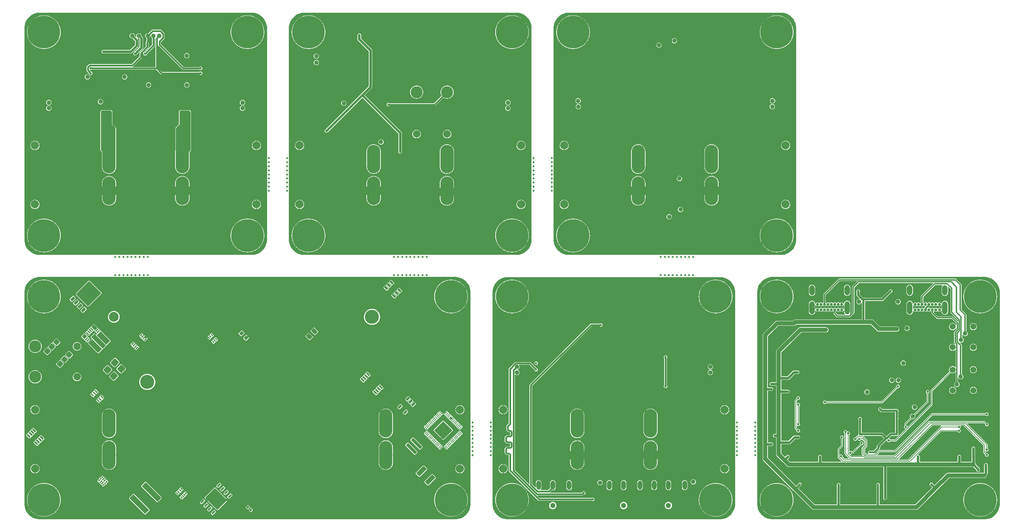
<source format=gbl>
G04*
G04 #@! TF.GenerationSoftware,Altium Limited,Altium Designer,23.7.1 (13)*
G04*
G04 Layer_Physical_Order=2*
G04 Layer_Color=16711680*
%FSLAX25Y25*%
%MOIN*%
G70*
G04*
G04 #@! TF.SameCoordinates,E357BF57-154A-44AE-955A-2B68D2739ED8*
G04*
G04*
G04 #@! TF.FilePolarity,Positive*
G04*
G01*
G75*
%ADD12C,0.03937*%
%ADD30C,0.01968*%
%ADD31C,0.02362*%
%ADD32C,0.01181*%
%ADD33C,0.01575*%
%ADD36C,0.00787*%
%ADD40R,0.14173X0.07874*%
%AMCUSTOMSHAPE58*
4,1,8,0.01968,-0.00787,0.00787,-0.01968,-0.00787,-0.01968,-0.01968,-0.00787,-0.01968,0.00787,-0.00787,0.01968,0.00787,0.01968,0.01968,0.00787,0.01968,-0.00787,0.0*%
%ADD58CUSTOMSHAPE58*%

G04:AMPARAMS|DCode=61|XSize=51.18mil|YSize=98.43mil|CornerRadius=25.59mil|HoleSize=0mil|Usage=FLASHONLY|Rotation=180.000|XOffset=0mil|YOffset=0mil|HoleType=Round|Shape=RoundedRectangle|*
%AMROUNDEDRECTD61*
21,1,0.05118,0.04724,0,0,180.0*
21,1,0.00000,0.09843,0,0,180.0*
1,1,0.05118,0.00000,0.02362*
1,1,0.05118,0.00000,0.02362*
1,1,0.05118,0.00000,-0.02362*
1,1,0.05118,0.00000,-0.02362*
%
%ADD61ROUNDEDRECTD61*%
G04:AMPARAMS|DCode=63|XSize=37.4mil|YSize=31.5mil|CornerRadius=3.15mil|HoleSize=0mil|Usage=FLASHONLY|Rotation=45.000|XOffset=0mil|YOffset=0mil|HoleType=Round|Shape=RoundedRectangle|*
%AMROUNDEDRECTD63*
21,1,0.03740,0.02520,0,0,45.0*
21,1,0.03110,0.03150,0,0,45.0*
1,1,0.00630,0.01991,0.00209*
1,1,0.00630,-0.00209,-0.01991*
1,1,0.00630,-0.01991,-0.00209*
1,1,0.00630,0.00209,0.01991*
%
%ADD63ROUNDEDRECTD63*%
G04:AMPARAMS|DCode=64|XSize=41.34mil|YSize=17.72mil|CornerRadius=2.66mil|HoleSize=0mil|Usage=FLASHONLY|Rotation=45.000|XOffset=0mil|YOffset=0mil|HoleType=Round|Shape=RoundedRectangle|*
%AMROUNDEDRECTD64*
21,1,0.04134,0.01240,0,0,45.0*
21,1,0.03602,0.01772,0,0,45.0*
1,1,0.00532,0.01712,0.00835*
1,1,0.00532,-0.00835,-0.01712*
1,1,0.00532,-0.01712,-0.00835*
1,1,0.00532,0.00835,0.01712*
%
%ADD64ROUNDEDRECTD64*%
G04:AMPARAMS|DCode=65|XSize=133.86mil|YSize=169.29mil|CornerRadius=5.35mil|HoleSize=0mil|Usage=FLASHONLY|Rotation=45.000|XOffset=0mil|YOffset=0mil|HoleType=Round|Shape=RoundedRectangle|*
%AMROUNDEDRECTD65*
21,1,0.13386,0.15858,0,0,45.0*
21,1,0.12315,0.16929,0,0,45.0*
1,1,0.01071,0.09961,-0.01253*
1,1,0.01071,0.01253,-0.09961*
1,1,0.01071,-0.09961,0.01253*
1,1,0.01071,-0.01253,0.09961*
%
%ADD65ROUNDEDRECTD65*%
%ADD66C,0.01500*%
%ADD88C,0.01968*%
%ADD89C,0.07874*%
%ADD90C,0.11693*%
%ADD91C,0.07205*%
%ADD92C,0.13583*%
%ADD93C,0.09409*%
%ADD94O,0.12795X0.27559*%
%ADD95C,0.31496*%
%ADD96C,0.02362*%
%ADD97C,0.05512*%
%AMCUSTOMSHAPE98*
4,1,8,0.00787,0.01968,0.01968,0.00787,0.01968,-0.00787,0.00787,-0.01968,-0.00787,-0.01968,-0.01968,-0.00787,-0.01968,0.00787,-0.00787,0.01968,0.00787,0.01968,0.0*%
%ADD98CUSTOMSHAPE98*%

%AMCUSTOMSHAPE99*
4,1,8,-0.00787,-0.01968,-0.01968,-0.00787,-0.01968,0.00787,-0.00787,0.01968,0.00787,0.01968,0.01968,0.00787,0.01968,-0.00787,0.00787,-0.01968,-0.00787,-0.01968,0.0*%
%ADD99CUSTOMSHAPE99*%

%ADD100C,0.05906*%
G04:AMPARAMS|DCode=101|XSize=125.98mil|YSize=51.18mil|CornerRadius=25.59mil|HoleSize=0mil|Usage=FLASHONLY|Rotation=270.000|XOffset=0mil|YOffset=0mil|HoleType=Round|Shape=RoundedRectangle|*
%AMROUNDEDRECTD101*
21,1,0.12598,0.00000,0,0,270.0*
21,1,0.07480,0.05118,0,0,270.0*
1,1,0.05118,0.00000,-0.03740*
1,1,0.05118,0.00000,0.03740*
1,1,0.05118,0.00000,0.03740*
1,1,0.05118,0.00000,-0.03740*
%
%ADD101ROUNDEDRECTD101*%
%ADD102C,0.02756*%
G04:AMPARAMS|DCode=103|XSize=27.56mil|YSize=62.99mil|CornerRadius=13.78mil|HoleSize=0mil|Usage=FLASHONLY|Rotation=180.000|XOffset=0mil|YOffset=0mil|HoleType=Round|Shape=RoundedRectangle|*
%AMROUNDEDRECTD103*
21,1,0.02756,0.03543,0,0,180.0*
21,1,0.00000,0.06299,0,0,180.0*
1,1,0.02756,0.00000,0.01772*
1,1,0.02756,0.00000,0.01772*
1,1,0.02756,0.00000,-0.01772*
1,1,0.02756,0.00000,-0.01772*
%
%ADD103ROUNDEDRECTD103*%
%ADD104O,0.04362X0.08724*%
%ADD105C,0.05118*%
G04:AMPARAMS|DCode=106|XSize=102.36mil|YSize=45.28mil|CornerRadius=4.53mil|HoleSize=0mil|Usage=FLASHONLY|Rotation=45.000|XOffset=0mil|YOffset=0mil|HoleType=Round|Shape=RoundedRectangle|*
%AMROUNDEDRECTD106*
21,1,0.10236,0.03622,0,0,45.0*
21,1,0.09331,0.04528,0,0,45.0*
1,1,0.00906,0.04580,0.02018*
1,1,0.00906,-0.02018,-0.04580*
1,1,0.00906,-0.04580,-0.02018*
1,1,0.00906,0.02018,0.04580*
%
%ADD106ROUNDEDRECTD106*%
G04:AMPARAMS|DCode=107|XSize=34.45mil|YSize=7.87mil|CornerRadius=1.18mil|HoleSize=0mil|Usage=FLASHONLY|Rotation=135.000|XOffset=0mil|YOffset=0mil|HoleType=Round|Shape=RoundedRectangle|*
%AMROUNDEDRECTD107*
21,1,0.03445,0.00551,0,0,135.0*
21,1,0.03209,0.00787,0,0,135.0*
1,1,0.00236,-0.00940,0.01329*
1,1,0.00236,0.01329,-0.00940*
1,1,0.00236,0.00940,-0.01329*
1,1,0.00236,-0.01329,0.00940*
%
%ADD107ROUNDEDRECTD107*%
G04:AMPARAMS|DCode=108|XSize=7.87mil|YSize=34.45mil|CornerRadius=1.18mil|HoleSize=0mil|Usage=FLASHONLY|Rotation=135.000|XOffset=0mil|YOffset=0mil|HoleType=Round|Shape=RoundedRectangle|*
%AMROUNDEDRECTD108*
21,1,0.00787,0.03209,0,0,135.0*
21,1,0.00551,0.03445,0,0,135.0*
1,1,0.00236,0.00940,0.01329*
1,1,0.00236,0.01329,0.00940*
1,1,0.00236,-0.00940,-0.01329*
1,1,0.00236,-0.01329,-0.00940*
%
%ADD108ROUNDEDRECTD108*%
G04:AMPARAMS|DCode=109|XSize=125.98mil|YSize=125.98mil|CornerRadius=3.15mil|HoleSize=0mil|Usage=FLASHONLY|Rotation=135.000|XOffset=0mil|YOffset=0mil|HoleType=Round|Shape=RoundedRectangle|*
%AMROUNDEDRECTD109*
21,1,0.12598,0.11969,0,0,135.0*
21,1,0.11969,0.12598,0,0,135.0*
1,1,0.00630,0.00000,0.08463*
1,1,0.00630,0.08463,0.00000*
1,1,0.00630,0.00000,-0.08463*
1,1,0.00630,-0.08463,0.00000*
%
%ADD109ROUNDEDRECTD109*%
G04:AMPARAMS|DCode=110|XSize=59.06mil|YSize=62.99mil|CornerRadius=8.86mil|HoleSize=0mil|Usage=FLASHONLY|Rotation=135.000|XOffset=0mil|YOffset=0mil|HoleType=Round|Shape=RoundedRectangle|*
%AMROUNDEDRECTD110*
21,1,0.05906,0.04528,0,0,135.0*
21,1,0.04134,0.06299,0,0,135.0*
1,1,0.01772,0.00139,0.03062*
1,1,0.01772,0.03062,0.00139*
1,1,0.01772,-0.00139,-0.03062*
1,1,0.01772,-0.03062,-0.00139*
%
%ADD110ROUNDEDRECTD110*%
G04:AMPARAMS|DCode=111|XSize=56.3mil|YSize=216.54mil|CornerRadius=5.63mil|HoleSize=0mil|Usage=FLASHONLY|Rotation=225.000|XOffset=0mil|YOffset=0mil|HoleType=Round|Shape=RoundedRectangle|*
%AMROUNDEDRECTD111*
21,1,0.05630,0.20528,0,0,225.0*
21,1,0.04504,0.21654,0,0,225.0*
1,1,0.01126,-0.08850,0.05665*
1,1,0.01126,-0.05665,0.08850*
1,1,0.01126,0.08850,-0.05665*
1,1,0.01126,0.05665,-0.08850*
%
%ADD111ROUNDEDRECTD111*%
G04:AMPARAMS|DCode=112|XSize=31.89mil|YSize=125.98mil|CornerRadius=3.19mil|HoleSize=0mil|Usage=FLASHONLY|Rotation=225.000|XOffset=0mil|YOffset=0mil|HoleType=Round|Shape=RoundedRectangle|*
%AMROUNDEDRECTD112*
21,1,0.03189,0.11961,0,0,225.0*
21,1,0.02551,0.12598,0,0,225.0*
1,1,0.00638,-0.05131,0.03327*
1,1,0.00638,-0.03327,0.05131*
1,1,0.00638,0.05131,-0.03327*
1,1,0.00638,0.03327,-0.05131*
%
%ADD112ROUNDEDRECTD112*%
G04:AMPARAMS|DCode=113|XSize=23.62mil|YSize=19.68mil|CornerRadius=1.97mil|HoleSize=0mil|Usage=FLASHONLY|Rotation=225.000|XOffset=0mil|YOffset=0mil|HoleType=Round|Shape=RoundedRectangle|*
%AMROUNDEDRECTD113*
21,1,0.02362,0.01575,0,0,225.0*
21,1,0.01968,0.01968,0,0,225.0*
1,1,0.00394,-0.01253,-0.00139*
1,1,0.00394,0.00139,0.01253*
1,1,0.00394,0.01253,0.00139*
1,1,0.00394,-0.00139,-0.01253*
%
%ADD113ROUNDEDRECTD113*%
G04:AMPARAMS|DCode=114|XSize=53.15mil|YSize=39.37mil|CornerRadius=3.94mil|HoleSize=0mil|Usage=FLASHONLY|Rotation=135.000|XOffset=0mil|YOffset=0mil|HoleType=Round|Shape=RoundedRectangle|*
%AMROUNDEDRECTD114*
21,1,0.05315,0.03150,0,0,135.0*
21,1,0.04528,0.03937,0,0,135.0*
1,1,0.00787,-0.00487,0.02714*
1,1,0.00787,0.02714,-0.00487*
1,1,0.00787,0.00487,-0.02714*
1,1,0.00787,-0.02714,0.00487*
%
%ADD114ROUNDEDRECTD114*%
G04:AMPARAMS|DCode=115|XSize=47.24mil|YSize=47.24mil|CornerRadius=4.72mil|HoleSize=0mil|Usage=FLASHONLY|Rotation=135.000|XOffset=0mil|YOffset=0mil|HoleType=Round|Shape=RoundedRectangle|*
%AMROUNDEDRECTD115*
21,1,0.04724,0.03780,0,0,135.0*
21,1,0.03780,0.04724,0,0,135.0*
1,1,0.00945,0.00000,0.02673*
1,1,0.00945,0.02673,0.00000*
1,1,0.00945,0.00000,-0.02673*
1,1,0.00945,-0.02673,0.00000*
%
%ADD115ROUNDEDRECTD115*%
G04:AMPARAMS|DCode=116|XSize=165.35mil|YSize=181.1mil|CornerRadius=4.13mil|HoleSize=0mil|Usage=FLASHONLY|Rotation=135.000|XOffset=0mil|YOffset=0mil|HoleType=Round|Shape=RoundedRectangle|*
%AMROUNDEDRECTD116*
21,1,0.16535,0.17284,0,0,135.0*
21,1,0.15709,0.18110,0,0,135.0*
1,1,0.00827,0.00557,0.11665*
1,1,0.00827,0.11665,0.00557*
1,1,0.00827,-0.00557,-0.11665*
1,1,0.00827,-0.11665,-0.00557*
%
%ADD116ROUNDEDRECTD116*%
G04:AMPARAMS|DCode=117|XSize=45.28mil|YSize=27.56mil|CornerRadius=2.76mil|HoleSize=0mil|Usage=FLASHONLY|Rotation=45.000|XOffset=0mil|YOffset=0mil|HoleType=Round|Shape=RoundedRectangle|*
%AMROUNDEDRECTD117*
21,1,0.04528,0.02205,0,0,45.0*
21,1,0.03976,0.02756,0,0,45.0*
1,1,0.00551,0.02185,0.00626*
1,1,0.00551,-0.00626,-0.02185*
1,1,0.00551,-0.02185,-0.00626*
1,1,0.00551,0.00626,0.02185*
%
%ADD117ROUNDEDRECTD117*%
G04:AMPARAMS|DCode=118|XSize=25.59mil|YSize=11.81mil|CornerRadius=1.77mil|HoleSize=0mil|Usage=FLASHONLY|Rotation=315.000|XOffset=0mil|YOffset=0mil|HoleType=Round|Shape=RoundedRectangle|*
%AMROUNDEDRECTD118*
21,1,0.02559,0.00827,0,0,315.0*
21,1,0.02205,0.01181,0,0,315.0*
1,1,0.00354,0.00487,-0.01072*
1,1,0.00354,-0.01072,0.00487*
1,1,0.00354,-0.00487,0.01072*
1,1,0.00354,0.01072,-0.00487*
%
%ADD118ROUNDEDRECTD118*%
G04:AMPARAMS|DCode=119|XSize=12mil|YSize=29mil|CornerRadius=1.2mil|HoleSize=0mil|Usage=FLASHONLY|Rotation=315.000|XOffset=0mil|YOffset=0mil|HoleType=Round|Shape=RoundedRectangle|*
%AMROUNDEDRECTD119*
21,1,0.01200,0.02660,0,0,315.0*
21,1,0.00960,0.02900,0,0,315.0*
1,1,0.00240,-0.00601,-0.01280*
1,1,0.00240,-0.01280,-0.00601*
1,1,0.00240,0.00601,0.01280*
1,1,0.00240,0.01280,0.00601*
%
%ADD119ROUNDEDRECTD119*%
G04:AMPARAMS|DCode=120|XSize=19mil|YSize=12mil|CornerRadius=1.2mil|HoleSize=0mil|Usage=FLASHONLY|Rotation=225.000|XOffset=0mil|YOffset=0mil|HoleType=Round|Shape=RoundedRectangle|*
%AMROUNDEDRECTD120*
21,1,0.01900,0.00960,0,0,225.0*
21,1,0.01660,0.01200,0,0,225.0*
1,1,0.00240,-0.00926,-0.00248*
1,1,0.00240,0.00248,0.00926*
1,1,0.00240,0.00926,0.00248*
1,1,0.00240,-0.00248,-0.00926*
%
%ADD120ROUNDEDRECTD120*%
G04:AMPARAMS|DCode=121|XSize=12mil|YSize=18mil|CornerRadius=1.2mil|HoleSize=0mil|Usage=FLASHONLY|Rotation=45.000|XOffset=0mil|YOffset=0mil|HoleType=Round|Shape=RoundedRectangle|*
%AMROUNDEDRECTD121*
21,1,0.01200,0.01560,0,0,45.0*
21,1,0.00960,0.01800,0,0,45.0*
1,1,0.00240,0.00891,-0.00212*
1,1,0.00240,0.00212,-0.00891*
1,1,0.00240,-0.00891,0.00212*
1,1,0.00240,-0.00212,0.00891*
%
%ADD121ROUNDEDRECTD121*%
G04:AMPARAMS|DCode=122|XSize=38.28mil|YSize=21.97mil|CornerRadius=2.2mil|HoleSize=0mil|Usage=FLASHONLY|Rotation=135.000|XOffset=0mil|YOffset=0mil|HoleType=Round|Shape=RoundedRectangle|*
%AMROUNDEDRECTD122*
21,1,0.03828,0.01758,0,0,135.0*
21,1,0.03389,0.02197,0,0,135.0*
1,1,0.00439,-0.00577,0.01819*
1,1,0.00439,0.01819,-0.00577*
1,1,0.00439,0.00577,-0.01819*
1,1,0.00439,-0.01819,0.00577*
%
%ADD122ROUNDEDRECTD122*%
G04:AMPARAMS|DCode=123|XSize=38.28mil|YSize=21.97mil|CornerRadius=2.2mil|HoleSize=0mil|Usage=FLASHONLY|Rotation=225.000|XOffset=0mil|YOffset=0mil|HoleType=Round|Shape=RoundedRectangle|*
%AMROUNDEDRECTD123*
21,1,0.03828,0.01758,0,0,225.0*
21,1,0.03389,0.02197,0,0,225.0*
1,1,0.00439,-0.01819,-0.00577*
1,1,0.00439,0.00577,0.01819*
1,1,0.00439,0.01819,0.00577*
1,1,0.00439,-0.00577,-0.01819*
%
%ADD123ROUNDEDRECTD123*%
G04:AMPARAMS|DCode=124|XSize=11.81mil|YSize=31.5mil|CornerRadius=1.77mil|HoleSize=0mil|Usage=FLASHONLY|Rotation=135.000|XOffset=0mil|YOffset=0mil|HoleType=Round|Shape=RoundedRectangle|*
%AMROUNDEDRECTD124*
21,1,0.01181,0.02795,0,0,135.0*
21,1,0.00827,0.03150,0,0,135.0*
1,1,0.00354,0.00696,0.01281*
1,1,0.00354,0.01281,0.00696*
1,1,0.00354,-0.00696,-0.01281*
1,1,0.00354,-0.01281,-0.00696*
%
%ADD124ROUNDEDRECTD124*%
G04:AMPARAMS|DCode=125|XSize=41.34mil|YSize=17.72mil|CornerRadius=1.77mil|HoleSize=0mil|Usage=FLASHONLY|Rotation=135.000|XOffset=0mil|YOffset=0mil|HoleType=Round|Shape=RoundedRectangle|*
%AMROUNDEDRECTD125*
21,1,0.04134,0.01417,0,0,135.0*
21,1,0.03780,0.01772,0,0,135.0*
1,1,0.00354,-0.00835,0.01837*
1,1,0.00354,0.01837,-0.00835*
1,1,0.00354,0.00835,-0.01837*
1,1,0.00354,-0.01837,0.00835*
%
%ADD125ROUNDEDRECTD125*%
G04:AMPARAMS|DCode=126|XSize=33.47mil|YSize=13.78mil|CornerRadius=1.38mil|HoleSize=0mil|Usage=FLASHONLY|Rotation=135.000|XOffset=0mil|YOffset=0mil|HoleType=Round|Shape=RoundedRectangle|*
%AMROUNDEDRECTD126*
21,1,0.03347,0.01102,0,0,135.0*
21,1,0.03071,0.01378,0,0,135.0*
1,1,0.00276,-0.00696,0.01476*
1,1,0.00276,0.01476,-0.00696*
1,1,0.00276,0.00696,-0.01476*
1,1,0.00276,-0.01476,0.00696*
%
%ADD126ROUNDEDRECTD126*%
G04:AMPARAMS|DCode=127|XSize=133.86mil|YSize=54.92mil|CornerRadius=2.75mil|HoleSize=0mil|Usage=FLASHONLY|Rotation=315.000|XOffset=0mil|YOffset=0mil|HoleType=Round|Shape=RoundedRectangle|*
%AMROUNDEDRECTD127*
21,1,0.13386,0.04943,0,0,315.0*
21,1,0.12837,0.05492,0,0,315.0*
1,1,0.00549,0.02791,-0.06286*
1,1,0.00549,-0.06286,0.02791*
1,1,0.00549,-0.02791,0.06286*
1,1,0.00549,0.06286,-0.02791*
%
%ADD127ROUNDEDRECTD127*%
G04:AMPARAMS|DCode=128|XSize=157.48mil|YSize=43.31mil|CornerRadius=2.17mil|HoleSize=0mil|Usage=FLASHONLY|Rotation=315.000|XOffset=0mil|YOffset=0mil|HoleType=Round|Shape=RoundedRectangle|*
%AMROUNDEDRECTD128*
21,1,0.15748,0.03898,0,0,315.0*
21,1,0.15315,0.04331,0,0,315.0*
1,1,0.00433,0.04037,-0.06793*
1,1,0.00433,-0.06793,0.04037*
1,1,0.00433,-0.04037,0.06793*
1,1,0.00433,0.06793,-0.04037*
%
%ADD128ROUNDEDRECTD128*%
G04:AMPARAMS|DCode=129|XSize=131.89mil|YSize=54.92mil|CornerRadius=2.75mil|HoleSize=0mil|Usage=FLASHONLY|Rotation=315.000|XOffset=0mil|YOffset=0mil|HoleType=Round|Shape=RoundedRectangle|*
%AMROUNDEDRECTD129*
21,1,0.13189,0.04943,0,0,315.0*
21,1,0.12640,0.05492,0,0,315.0*
1,1,0.00549,0.02721,-0.06216*
1,1,0.00549,-0.06216,0.02721*
1,1,0.00549,-0.02721,0.06216*
1,1,0.00549,0.06216,-0.02721*
%
%ADD129ROUNDEDRECTD129*%
G04:AMPARAMS|DCode=130|XSize=13.78mil|YSize=35.43mil|CornerRadius=2.07mil|HoleSize=0mil|Usage=FLASHONLY|Rotation=45.000|XOffset=0mil|YOffset=0mil|HoleType=Round|Shape=RoundedRectangle|*
%AMROUNDEDRECTD130*
21,1,0.01378,0.03130,0,0,45.0*
21,1,0.00965,0.03543,0,0,45.0*
1,1,0.00413,0.01448,-0.00766*
1,1,0.00413,0.00766,-0.01448*
1,1,0.00413,-0.01448,0.00766*
1,1,0.00413,-0.00766,0.01448*
%
%ADD130ROUNDEDRECTD130*%
G04:AMPARAMS|DCode=131|XSize=13.78mil|YSize=35.43mil|CornerRadius=2.07mil|HoleSize=0mil|Usage=FLASHONLY|Rotation=135.000|XOffset=0mil|YOffset=0mil|HoleType=Round|Shape=RoundedRectangle|*
%AMROUNDEDRECTD131*
21,1,0.01378,0.03130,0,0,135.0*
21,1,0.00965,0.03543,0,0,135.0*
1,1,0.00413,0.00766,0.01448*
1,1,0.00413,0.01448,0.00766*
1,1,0.00413,-0.00766,-0.01448*
1,1,0.00413,-0.01448,-0.00766*
%
%ADD131ROUNDEDRECTD131*%
G04:AMPARAMS|DCode=132|XSize=33.47mil|YSize=37.4mil|CornerRadius=3.35mil|HoleSize=0mil|Usage=FLASHONLY|Rotation=315.000|XOffset=0mil|YOffset=0mil|HoleType=Round|Shape=RoundedRectangle|*
%AMROUNDEDRECTD132*
21,1,0.03347,0.03071,0,0,315.0*
21,1,0.02677,0.03740,0,0,315.0*
1,1,0.00669,-0.00139,-0.02032*
1,1,0.00669,-0.02032,-0.00139*
1,1,0.00669,0.00139,0.02032*
1,1,0.00669,0.02032,0.00139*
%
%ADD132ROUNDEDRECTD132*%
G04:AMPARAMS|DCode=133|XSize=47.24mil|YSize=33.47mil|CornerRadius=3.35mil|HoleSize=0mil|Usage=FLASHONLY|Rotation=315.000|XOffset=0mil|YOffset=0mil|HoleType=Round|Shape=RoundedRectangle|*
%AMROUNDEDRECTD133*
21,1,0.04724,0.02677,0,0,315.0*
21,1,0.04055,0.03347,0,0,315.0*
1,1,0.00669,0.00487,-0.02380*
1,1,0.00669,-0.02380,0.00487*
1,1,0.00669,-0.00487,0.02380*
1,1,0.00669,0.02380,-0.00487*
%
%ADD133ROUNDEDRECTD133*%
G36*
X575731Y589755D02*
X577725Y589493D01*
X579617Y588986D01*
X581427Y588236D01*
X583124Y587256D01*
X584678Y586064D01*
X586064Y584678D01*
X587256Y583124D01*
X588236Y581427D01*
X588986Y579617D01*
X589493Y577725D01*
X589748Y575783D01*
Y574803D01*
Y370079D01*
Y369099D01*
X589493Y367157D01*
X588986Y365265D01*
X588236Y363454D01*
X587256Y361758D01*
X586064Y360204D01*
X584678Y358818D01*
X583124Y357626D01*
X581427Y356646D01*
X579617Y355896D01*
X577725Y355389D01*
X575783Y355134D01*
X369099D01*
X367157Y355389D01*
X365265Y355896D01*
X363454Y356646D01*
X361758Y357626D01*
X360204Y358818D01*
X358818Y360204D01*
X357626Y361758D01*
X356646Y363454D01*
X355896Y365265D01*
X355389Y367157D01*
X355134Y369099D01*
Y370079D01*
Y574803D01*
Y575783D01*
X355389Y577725D01*
X355896Y579617D01*
X356646Y581427D01*
X357626Y583124D01*
X358818Y584678D01*
X360204Y586064D01*
X361758Y587256D01*
X363454Y588236D01*
X365265Y588986D01*
X367157Y589493D01*
X369151Y589755D01*
X369176Y589764D01*
X575705D01*
X575731Y589755D01*
D02*
G37*
G36*
X831636Y589755D02*
X833631Y589493D01*
X835523Y588986D01*
X837333Y588236D01*
X839030Y587256D01*
X840584Y586064D01*
X841969Y584678D01*
X843162Y583124D01*
X844141Y581427D01*
X844891Y579617D01*
X845398Y577725D01*
X845654Y575783D01*
Y574803D01*
Y370079D01*
Y369099D01*
X845398Y367157D01*
X844891Y365265D01*
X844141Y363454D01*
X843162Y361758D01*
X841969Y360204D01*
X840584Y358818D01*
X839030Y357626D01*
X837333Y356646D01*
X835523Y355896D01*
X833631Y355389D01*
X831688Y355134D01*
X625005D01*
X623062Y355389D01*
X621170Y355896D01*
X619360Y356646D01*
X617663Y357626D01*
X616109Y358818D01*
X614724Y360204D01*
X613531Y361758D01*
X612551Y363454D01*
X611802Y365265D01*
X611295Y367157D01*
X611039Y369099D01*
Y370079D01*
Y574803D01*
Y575783D01*
X611295Y577725D01*
X611802Y579617D01*
X612551Y581427D01*
X613531Y583124D01*
X614724Y584678D01*
X616109Y586064D01*
X617663Y587256D01*
X619360Y588236D01*
X621170Y588986D01*
X623062Y589493D01*
X625057Y589755D01*
X625082Y589764D01*
X831611D01*
X831636Y589755D01*
D02*
G37*
G36*
X319825D02*
X321820Y589493D01*
X323712Y588986D01*
X325522Y588236D01*
X327219Y587256D01*
X328773Y586064D01*
X330158Y584678D01*
X331351Y583124D01*
X332330Y581427D01*
X333080Y579617D01*
X333587Y577725D01*
X333843Y575783D01*
Y574803D01*
Y370079D01*
Y369099D01*
X333587Y367157D01*
X333080Y365265D01*
X332330Y363454D01*
X331351Y361758D01*
X330158Y360204D01*
X328773Y358818D01*
X327219Y357626D01*
X325522Y356646D01*
X323712Y355896D01*
X321820Y355389D01*
X319877Y355134D01*
X113194D01*
X111251Y355389D01*
X109359Y355896D01*
X107549Y356646D01*
X105852Y357626D01*
X104298Y358818D01*
X102913Y360204D01*
X101720Y361758D01*
X100741Y363454D01*
X99991Y365265D01*
X99484Y367157D01*
X99228Y369099D01*
Y370079D01*
Y574803D01*
Y575783D01*
X99484Y577725D01*
X99991Y579617D01*
X100741Y581427D01*
X101720Y583124D01*
X102913Y584678D01*
X104298Y586064D01*
X105852Y587256D01*
X107549Y588236D01*
X109359Y588986D01*
X111251Y589493D01*
X113246Y589755D01*
X113271Y589764D01*
X319800D01*
X319825Y589755D01*
D02*
G37*
G36*
X518670Y333587D02*
X520562Y333080D01*
X522372Y332330D01*
X524069Y331351D01*
X525623Y330158D01*
X527009Y328773D01*
X528201Y327219D01*
X529181Y325522D01*
X529930Y323712D01*
X530438Y321820D01*
X530693Y319877D01*
Y318898D01*
Y114173D01*
Y113194D01*
X530438Y111251D01*
X529930Y109359D01*
X529181Y107549D01*
X528201Y105852D01*
X527009Y104298D01*
X525623Y102913D01*
X524069Y101720D01*
X522372Y100741D01*
X520562Y99991D01*
X518670Y99484D01*
X516728Y99228D01*
X113194D01*
X111251Y99484D01*
X109359Y99991D01*
X107549Y100741D01*
X105852Y101720D01*
X104298Y102913D01*
X102913Y104298D01*
X101720Y105852D01*
X100741Y107549D01*
X99991Y109359D01*
X99484Y111251D01*
X99228Y113194D01*
Y114173D01*
Y318898D01*
Y319877D01*
X99484Y321820D01*
X99991Y323712D01*
X100741Y325522D01*
X101720Y327219D01*
X102913Y328773D01*
X104298Y330158D01*
X105852Y331351D01*
X107549Y332330D01*
X109359Y333080D01*
X111251Y333587D01*
X113194Y333843D01*
X516728D01*
X518670Y333587D01*
D02*
G37*
G36*
X1030481Y333587D02*
X1032373Y333080D01*
X1034183Y332330D01*
X1035880Y331351D01*
X1037434Y330158D01*
X1038820Y328773D01*
X1040012Y327219D01*
X1040992Y325522D01*
X1041741Y323712D01*
X1042249Y321820D01*
X1042504Y319877D01*
Y318898D01*
Y114173D01*
Y113194D01*
X1042249Y111251D01*
X1041741Y109359D01*
X1040992Y107549D01*
X1040012Y105852D01*
X1038820Y104298D01*
X1037434Y102913D01*
X1035880Y101720D01*
X1034183Y100741D01*
X1032373Y99991D01*
X1030481Y99484D01*
X1028539Y99228D01*
X821855D01*
X819913Y99484D01*
X818020Y99991D01*
X816210Y100741D01*
X814514Y101720D01*
X812959Y102913D01*
X811574Y104298D01*
X810381Y105852D01*
X809402Y107549D01*
X808652Y109359D01*
X808145Y111251D01*
X807889Y113194D01*
Y114173D01*
Y318898D01*
Y319877D01*
X808145Y321820D01*
X808652Y323712D01*
X809402Y325522D01*
X810382Y327219D01*
X811574Y328773D01*
X812959Y330158D01*
X814514Y331351D01*
X816210Y332330D01*
X818020Y333080D01*
X819913Y333587D01*
X821855Y333843D01*
X1028539D01*
X1030481Y333587D01*
D02*
G37*
G36*
X774576D02*
X776468Y333080D01*
X778278Y332330D01*
X779975Y331351D01*
X781529Y330158D01*
X782914Y328773D01*
X784107Y327219D01*
X785086Y325522D01*
X785836Y323712D01*
X786343Y321820D01*
X786599Y319877D01*
Y318898D01*
Y114173D01*
Y113194D01*
X786343Y111251D01*
X785836Y109359D01*
X785086Y107549D01*
X784107Y105852D01*
X782914Y104298D01*
X781529Y102913D01*
X779975Y101720D01*
X778278Y100741D01*
X776468Y99991D01*
X774576Y99484D01*
X772633Y99228D01*
X565949D01*
X564007Y99484D01*
X562115Y99991D01*
X560305Y100741D01*
X558608Y101720D01*
X557054Y102913D01*
X555669Y104298D01*
X554476Y105852D01*
X553496Y107549D01*
X552747Y109359D01*
X552240Y111251D01*
X551984Y113194D01*
Y114173D01*
Y318898D01*
Y319877D01*
X552240Y321820D01*
X552747Y323712D01*
X553496Y325522D01*
X554476Y327219D01*
X555669Y328773D01*
X557054Y330158D01*
X558608Y331351D01*
X560305Y332330D01*
X562115Y333080D01*
X564007Y333587D01*
X564728Y333682D01*
X773855D01*
X774576Y333587D01*
D02*
G37*
%LPC*%
G36*
X571221Y587114D02*
X570512D01*
X569803Y587083D01*
X569097Y587021D01*
X568394Y586929D01*
X567696Y586806D01*
X567003Y586652D01*
X566318Y586469D01*
X565642Y586256D01*
X564976Y586013D01*
X564321Y585742D01*
X563678Y585442D01*
X563049Y585115D01*
X562435Y584760D01*
X561837Y584379D01*
X561256Y583972D01*
X560694Y583541D01*
X560150Y583085D01*
X559628Y582606D01*
X559126Y582105D01*
X558647Y581582D01*
X558191Y581039D01*
X557760Y580476D01*
X557353Y579895D01*
X556972Y579297D01*
X556618Y578683D01*
X556290Y578054D01*
X555991Y577412D01*
X555719Y576756D01*
X555477Y576090D01*
X555264Y575414D01*
X555080Y574729D01*
X554926Y574037D01*
X554803Y573339D01*
X554711Y572636D01*
X554649Y571929D01*
X554618Y571221D01*
Y570512D01*
X554649Y569803D01*
X554711Y569097D01*
X554803Y568394D01*
X554926Y567696D01*
X555080Y567003D01*
X555264Y566318D01*
X555477Y565642D01*
X555719Y564976D01*
X555991Y564321D01*
X556290Y563678D01*
X556618Y563049D01*
X556972Y562435D01*
X557353Y561837D01*
X557760Y561256D01*
X558191Y560694D01*
X558647Y560150D01*
X559126Y559628D01*
X559628Y559126D01*
X560150Y558647D01*
X560694Y558192D01*
X561256Y557760D01*
X561837Y557353D01*
X562435Y556972D01*
X563049Y556618D01*
X563678Y556290D01*
X564321Y555991D01*
X564976Y555719D01*
X565642Y555477D01*
X566318Y555264D01*
X567003Y555080D01*
X567696Y554926D01*
X568394Y554803D01*
X569097Y554711D01*
X569803Y554649D01*
X570512Y554618D01*
X571221D01*
X571929Y554649D01*
X572635Y554711D01*
X573338Y554803D01*
X574037Y554926D01*
X574729Y555080D01*
X575414Y555264D01*
X576090Y555477D01*
X576756Y555719D01*
X577412Y555991D01*
X578054Y556290D01*
X578683Y556618D01*
X579297Y556972D01*
X579895Y557353D01*
X580476Y557760D01*
X581039Y558192D01*
X581582Y558647D01*
X582104Y559126D01*
X582606Y559628D01*
X583085Y560150D01*
X583541Y560694D01*
X583972Y561256D01*
X584379Y561837D01*
X584760Y562435D01*
X585115Y563049D01*
X585442Y563678D01*
X585742Y564321D01*
X586013Y564976D01*
X586256Y565642D01*
X586469Y566318D01*
X586652Y567003D01*
X586806Y567696D01*
X586929Y568394D01*
X587021Y569097D01*
X587083Y569803D01*
X587114Y570512D01*
Y571221D01*
X587083Y571929D01*
X587021Y572636D01*
X586929Y573339D01*
X586806Y574037D01*
X586652Y574729D01*
X586469Y575414D01*
X586256Y576090D01*
X586013Y576756D01*
X585742Y577412D01*
X585442Y578054D01*
X585115Y578683D01*
X584760Y579297D01*
X584379Y579895D01*
X583972Y580476D01*
X583541Y581039D01*
X583085Y581582D01*
X582606Y582105D01*
X582104Y582606D01*
X581582Y583085D01*
X581039Y583541D01*
X580476Y583972D01*
X579895Y584379D01*
X579297Y584760D01*
X578683Y585115D01*
X578054Y585442D01*
X577412Y585742D01*
X576756Y586013D01*
X576090Y586256D01*
X575414Y586469D01*
X574729Y586652D01*
X574037Y586806D01*
X573338Y586929D01*
X572635Y587021D01*
X571929Y587083D01*
X571221Y587114D01*
D02*
G37*
G36*
X374370D02*
X373661D01*
X372953Y587083D01*
X372246Y587021D01*
X371543Y586929D01*
X370845Y586806D01*
X370153Y586652D01*
X369468Y586469D01*
X368792Y586256D01*
X368125Y586013D01*
X367470Y585742D01*
X366828Y585442D01*
X366199Y585115D01*
X365585Y584760D01*
X364987Y584379D01*
X364406Y583972D01*
X363843Y583541D01*
X363300Y583085D01*
X362777Y582606D01*
X362276Y582105D01*
X361797Y581582D01*
X361341Y581039D01*
X360910Y580476D01*
X360503Y579895D01*
X360122Y579297D01*
X359767Y578683D01*
X359440Y578054D01*
X359140Y577412D01*
X358869Y576756D01*
X358626Y576090D01*
X358413Y575414D01*
X358230Y574729D01*
X358076Y574037D01*
X357953Y573339D01*
X357860Y572636D01*
X357799Y571929D01*
X357768Y571221D01*
Y570512D01*
X357799Y569803D01*
X357860Y569097D01*
X357953Y568394D01*
X358076Y567696D01*
X358230Y567003D01*
X358413Y566318D01*
X358626Y565642D01*
X358869Y564976D01*
X359140Y564321D01*
X359440Y563678D01*
X359767Y563049D01*
X360122Y562435D01*
X360503Y561837D01*
X360910Y561256D01*
X361341Y560694D01*
X361797Y560150D01*
X362276Y559628D01*
X362777Y559126D01*
X363300Y558647D01*
X363843Y558192D01*
X364406Y557760D01*
X364987Y557353D01*
X365585Y556972D01*
X366199Y556618D01*
X366828Y556290D01*
X367470Y555991D01*
X368125Y555719D01*
X368792Y555477D01*
X369468Y555264D01*
X370153Y555080D01*
X370845Y554926D01*
X371543Y554803D01*
X372246Y554711D01*
X372953Y554649D01*
X373661Y554618D01*
X374370D01*
X375079Y554649D01*
X375785Y554711D01*
X376488Y554803D01*
X377186Y554926D01*
X377879Y555080D01*
X378563Y555264D01*
X379240Y555477D01*
X379906Y555719D01*
X380561Y555991D01*
X381204Y556290D01*
X381833Y556618D01*
X382447Y556972D01*
X383045Y557353D01*
X383626Y557760D01*
X384188Y558192D01*
X384731Y558647D01*
X385254Y559126D01*
X385755Y559628D01*
X386235Y560150D01*
X386690Y560694D01*
X387122Y561256D01*
X387529Y561837D01*
X387910Y562435D01*
X388264Y563049D01*
X388592Y563678D01*
X388891Y564321D01*
X389163Y564976D01*
X389405Y565642D01*
X389618Y566318D01*
X389802Y567003D01*
X389955Y567696D01*
X390078Y568394D01*
X390171Y569097D01*
X390233Y569803D01*
X390264Y570512D01*
Y571221D01*
X390233Y571929D01*
X390171Y572636D01*
X390078Y573339D01*
X389955Y574037D01*
X389802Y574729D01*
X389618Y575414D01*
X389405Y576090D01*
X389163Y576756D01*
X388891Y577412D01*
X388592Y578054D01*
X388264Y578683D01*
X387910Y579297D01*
X387529Y579895D01*
X387122Y580476D01*
X386690Y581039D01*
X386235Y581582D01*
X385755Y582105D01*
X385254Y582606D01*
X384731Y583085D01*
X384188Y583541D01*
X383626Y583972D01*
X383045Y584379D01*
X382447Y584760D01*
X381833Y585115D01*
X381204Y585442D01*
X380561Y585742D01*
X379906Y586013D01*
X379240Y586256D01*
X378563Y586469D01*
X377879Y586652D01*
X377186Y586806D01*
X376488Y586929D01*
X375785Y587021D01*
X375079Y587083D01*
X374370Y587114D01*
D02*
G37*
G36*
X382283Y550109D02*
X380709D01*
X380611Y550099D01*
X380516Y550070D01*
X380430Y550024D01*
X380353Y549962D01*
X379172Y548780D01*
X379110Y548704D01*
X379063Y548618D01*
X379035Y548523D01*
X379025Y548425D01*
Y546850D01*
X379035Y546752D01*
X379063Y546658D01*
X379110Y546571D01*
X379172Y546495D01*
X380353Y545314D01*
X380430Y545252D01*
X380516Y545205D01*
X380611Y545177D01*
X380709Y545167D01*
X382283D01*
X382382Y545177D01*
X382476Y545205D01*
X382563Y545252D01*
X382639Y545314D01*
X383820Y546495D01*
X383882Y546571D01*
X383929Y546658D01*
X383957Y546752D01*
X383967Y546850D01*
Y548425D01*
X383957Y548523D01*
X383929Y548618D01*
X383882Y548704D01*
X383820Y548780D01*
X382639Y549962D01*
X382563Y550024D01*
X382476Y550070D01*
X382382Y550099D01*
X382283Y550109D01*
D02*
G37*
G36*
X382321Y543847D02*
X380746D01*
X380648Y543837D01*
X380554Y543809D01*
X380467Y543762D01*
X380391Y543700D01*
X379210Y542519D01*
X379147Y542443D01*
X379101Y542356D01*
X379072Y542261D01*
X379063Y542163D01*
Y540589D01*
X379072Y540491D01*
X379101Y540396D01*
X379147Y540309D01*
X379210Y540233D01*
X380391Y539052D01*
X380467Y538990D01*
X380554Y538943D01*
X380648Y538915D01*
X380746Y538905D01*
X382321D01*
X382419Y538915D01*
X382513Y538943D01*
X382600Y538990D01*
X382676Y539052D01*
X383857Y540233D01*
X383920Y540309D01*
X383966Y540396D01*
X383995Y540491D01*
X384004Y540589D01*
Y542163D01*
X383995Y542261D01*
X383966Y542356D01*
X383920Y542443D01*
X383857Y542519D01*
X382676Y543700D01*
X382600Y543762D01*
X382513Y543809D01*
X382419Y543837D01*
X382321Y543847D01*
D02*
G37*
G36*
X508279Y519142D02*
X507863D01*
X507448Y519115D01*
X507036Y519060D01*
X506629Y518979D01*
X506228Y518872D01*
X505834Y518738D01*
X505450Y518579D01*
X505078Y518395D01*
X504718Y518188D01*
X504372Y517957D01*
X504043Y517704D01*
X503730Y517430D01*
X503436Y517136D01*
X503162Y516824D01*
X502909Y516494D01*
X502678Y516148D01*
X502471Y515789D01*
X502287Y515416D01*
X502128Y515032D01*
X501994Y514639D01*
X501887Y514237D01*
X501806Y513830D01*
X501752Y513418D01*
X501724Y513003D01*
Y512587D01*
X501752Y512173D01*
X501806Y511761D01*
X501887Y511353D01*
X501994Y510952D01*
X502128Y510559D01*
X502287Y510175D01*
X502471Y509802D01*
X502678Y509442D01*
X502765Y509313D01*
X495529Y502078D01*
X452261D01*
X452117Y502188D01*
X451926Y502298D01*
X451723Y502383D01*
X451510Y502440D01*
X451291Y502468D01*
X451071D01*
X450852Y502440D01*
X450640Y502383D01*
X450436Y502298D01*
X450245Y502188D01*
X450070Y502054D01*
X449915Y501898D01*
X449780Y501723D01*
X449670Y501533D01*
X449586Y501329D01*
X449529Y501116D01*
X449500Y500898D01*
Y500677D01*
X449529Y500459D01*
X449586Y500246D01*
X449670Y500042D01*
X449780Y499852D01*
X449915Y499677D01*
X450070Y499521D01*
X450245Y499387D01*
X450436Y499276D01*
X450640Y499192D01*
X450852Y499135D01*
X451071Y499106D01*
X451291D01*
X451510Y499135D01*
X451723Y499192D01*
X451926Y499276D01*
X452117Y499387D01*
X452261Y499497D01*
X496063D01*
X496231Y499508D01*
X496397Y499541D01*
X496557Y499595D01*
X496708Y499670D01*
X496848Y499764D01*
X496975Y499875D01*
X504589Y507489D01*
X504718Y507403D01*
X505078Y507195D01*
X505450Y507011D01*
X505834Y506852D01*
X506228Y506719D01*
X506629Y506611D01*
X507036Y506530D01*
X507448Y506476D01*
X507863Y506449D01*
X508279D01*
X508693Y506476D01*
X509105Y506530D01*
X509513Y506611D01*
X509914Y506719D01*
X510308Y506852D01*
X510691Y507011D01*
X511064Y507195D01*
X511424Y507403D01*
X511769Y507634D01*
X512099Y507887D01*
X512412Y508161D01*
X512705Y508455D01*
X512979Y508767D01*
X513232Y509097D01*
X513463Y509442D01*
X513671Y509802D01*
X513855Y510175D01*
X514014Y510559D01*
X514147Y510952D01*
X514255Y511353D01*
X514336Y511761D01*
X514390Y512173D01*
X514417Y512587D01*
Y513003D01*
X514390Y513418D01*
X514336Y513830D01*
X514255Y514237D01*
X514147Y514639D01*
X514014Y515032D01*
X513855Y515416D01*
X513671Y515789D01*
X513463Y516148D01*
X513232Y516494D01*
X512979Y516824D01*
X512705Y517136D01*
X512412Y517430D01*
X512099Y517704D01*
X511769Y517957D01*
X511424Y518188D01*
X511064Y518395D01*
X510691Y518579D01*
X510308Y518738D01*
X509914Y518872D01*
X509513Y518979D01*
X509105Y519060D01*
X508693Y519115D01*
X508279Y519142D01*
D02*
G37*
G36*
X478751D02*
X478336D01*
X477921Y519115D01*
X477509Y519060D01*
X477101Y518979D01*
X476700Y518872D01*
X476307Y518738D01*
X475923Y518579D01*
X475550Y518395D01*
X475190Y518188D01*
X474845Y517957D01*
X474515Y517704D01*
X474203Y517430D01*
X473909Y517136D01*
X473635Y516824D01*
X473382Y516494D01*
X473151Y516148D01*
X472943Y515789D01*
X472759Y515416D01*
X472600Y515032D01*
X472467Y514639D01*
X472359Y514237D01*
X472278Y513830D01*
X472224Y513418D01*
X472197Y513003D01*
Y512587D01*
X472224Y512173D01*
X472278Y511761D01*
X472359Y511353D01*
X472467Y510952D01*
X472600Y510559D01*
X472759Y510175D01*
X472943Y509802D01*
X473151Y509442D01*
X473382Y509097D01*
X473635Y508767D01*
X473909Y508455D01*
X474203Y508161D01*
X474515Y507887D01*
X474845Y507634D01*
X475190Y507403D01*
X475550Y507195D01*
X475923Y507011D01*
X476307Y506852D01*
X476700Y506719D01*
X477101Y506611D01*
X477509Y506530D01*
X477921Y506476D01*
X478336Y506449D01*
X478751D01*
X479166Y506476D01*
X479578Y506530D01*
X479985Y506611D01*
X480386Y506719D01*
X480780Y506852D01*
X481164Y507011D01*
X481537Y507195D01*
X481896Y507403D01*
X482242Y507634D01*
X482572Y507887D01*
X482884Y508161D01*
X483178Y508455D01*
X483452Y508767D01*
X483705Y509097D01*
X483936Y509442D01*
X484143Y509802D01*
X484327Y510175D01*
X484486Y510559D01*
X484620Y510952D01*
X484727Y511353D01*
X484808Y511761D01*
X484863Y512173D01*
X484890Y512587D01*
Y513003D01*
X484863Y513418D01*
X484808Y513830D01*
X484727Y514237D01*
X484620Y514639D01*
X484486Y515032D01*
X484327Y515416D01*
X484143Y515789D01*
X483936Y516148D01*
X483705Y516494D01*
X483452Y516824D01*
X483178Y517136D01*
X482884Y517430D01*
X482572Y517704D01*
X482242Y517957D01*
X481896Y518188D01*
X481537Y518395D01*
X481164Y518579D01*
X480780Y518738D01*
X480386Y518872D01*
X479985Y518979D01*
X479578Y519060D01*
X479166Y519115D01*
X478751Y519142D01*
D02*
G37*
G36*
X567717Y505227D02*
X566142D01*
X566044Y505217D01*
X565949Y505189D01*
X565863Y505142D01*
X565786Y505080D01*
X564605Y503899D01*
X564543Y503823D01*
X564496Y503736D01*
X564468Y503641D01*
X564458Y503543D01*
Y501968D01*
X564468Y501870D01*
X564496Y501776D01*
X564543Y501689D01*
X564605Y501613D01*
X565786Y500432D01*
X565863Y500370D01*
X565949Y500323D01*
X566044Y500295D01*
X566142Y500285D01*
X567717D01*
X567814Y500295D01*
X567909Y500323D01*
X567996Y500370D01*
X568072Y500432D01*
X569253Y501613D01*
X569315Y501689D01*
X569362Y501776D01*
X569390Y501870D01*
X569400Y501968D01*
Y503543D01*
X569390Y503641D01*
X569362Y503736D01*
X569315Y503823D01*
X569253Y503899D01*
X568072Y505080D01*
X567996Y505142D01*
X567909Y505189D01*
X567814Y505217D01*
X567717Y505227D01*
D02*
G37*
G36*
X409055Y504439D02*
X407480D01*
X407382Y504430D01*
X407288Y504401D01*
X407201Y504355D01*
X407125Y504292D01*
X405944Y503111D01*
X405881Y503035D01*
X405835Y502948D01*
X405806Y502854D01*
X405797Y502756D01*
Y501181D01*
X405806Y501083D01*
X405835Y500989D01*
X405881Y500902D01*
X405944Y500826D01*
X407125Y499645D01*
X407201Y499582D01*
X407288Y499536D01*
X407382Y499507D01*
X407480Y499498D01*
X409055D01*
X409153Y499507D01*
X409247Y499536D01*
X409334Y499582D01*
X409410Y499645D01*
X410592Y500826D01*
X410654Y500902D01*
X410700Y500989D01*
X410729Y501083D01*
X410739Y501181D01*
Y502756D01*
X410729Y502854D01*
X410700Y502948D01*
X410654Y503035D01*
X410592Y503111D01*
X409410Y504292D01*
X409334Y504355D01*
X409247Y504401D01*
X409153Y504430D01*
X409055Y504439D01*
D02*
G37*
G36*
X567717Y499715D02*
X566142D01*
X566044Y499705D01*
X565949Y499677D01*
X565863Y499630D01*
X565786Y499568D01*
X564605Y498387D01*
X564543Y498311D01*
X564496Y498224D01*
X564468Y498130D01*
X564458Y498032D01*
Y496457D01*
X564468Y496359D01*
X564496Y496264D01*
X564543Y496178D01*
X564605Y496101D01*
X565786Y494920D01*
X565863Y494858D01*
X565949Y494811D01*
X566044Y494783D01*
X566142Y494773D01*
X567717D01*
X567814Y494783D01*
X567909Y494811D01*
X567996Y494858D01*
X568072Y494920D01*
X569253Y496101D01*
X569315Y496178D01*
X569362Y496264D01*
X569390Y496359D01*
X569400Y496457D01*
Y498032D01*
X569390Y498130D01*
X569362Y498224D01*
X569315Y498311D01*
X569253Y498387D01*
X568072Y499568D01*
X567996Y499630D01*
X567909Y499677D01*
X567814Y499705D01*
X567717Y499715D01*
D02*
G37*
G36*
X508250Y476346D02*
X507892D01*
X507535Y476315D01*
X507182Y476253D01*
X506836Y476160D01*
X506499Y476038D01*
X506175Y475886D01*
X505864Y475707D01*
X505571Y475502D01*
X505297Y475272D01*
X505043Y475018D01*
X504813Y474744D01*
X504608Y474450D01*
X504428Y474140D01*
X504277Y473815D01*
X504155Y473479D01*
X504062Y473133D01*
X504000Y472780D01*
X503968Y472423D01*
Y472065D01*
X504000Y471708D01*
X504062Y471355D01*
X504155Y471009D01*
X504277Y470673D01*
X504428Y470348D01*
X504608Y470038D01*
X504813Y469744D01*
X505043Y469470D01*
X505297Y469217D01*
X505571Y468986D01*
X505864Y468781D01*
X506175Y468602D01*
X506499Y468450D01*
X506836Y468328D01*
X507182Y468235D01*
X507535Y468173D01*
X507892Y468142D01*
X508250D01*
X508607Y468173D01*
X508960Y468235D01*
X509306Y468328D01*
X509642Y468450D01*
X509967Y468602D01*
X510277Y468781D01*
X510571Y468986D01*
X510845Y469217D01*
X511098Y469470D01*
X511329Y469744D01*
X511534Y470038D01*
X511713Y470348D01*
X511865Y470673D01*
X511987Y471009D01*
X512080Y471355D01*
X512142Y471708D01*
X512173Y472065D01*
Y472423D01*
X512142Y472780D01*
X512080Y473133D01*
X511987Y473479D01*
X511865Y473815D01*
X511713Y474140D01*
X511534Y474450D01*
X511329Y474744D01*
X511098Y475018D01*
X510845Y475272D01*
X510571Y475502D01*
X510277Y475707D01*
X509967Y475886D01*
X509642Y476038D01*
X509306Y476160D01*
X508960Y476253D01*
X508607Y476315D01*
X508250Y476346D01*
D02*
G37*
G36*
X478722D02*
X478364D01*
X478007Y476315D01*
X477655Y476253D01*
X477309Y476160D01*
X476972Y476038D01*
X476647Y475886D01*
X476337Y475707D01*
X476044Y475502D01*
X475769Y475272D01*
X475516Y475018D01*
X475286Y474744D01*
X475080Y474450D01*
X474901Y474140D01*
X474750Y473815D01*
X474627Y473479D01*
X474534Y473133D01*
X474472Y472780D01*
X474441Y472423D01*
Y472065D01*
X474472Y471708D01*
X474534Y471355D01*
X474627Y471009D01*
X474750Y470673D01*
X474901Y470348D01*
X475080Y470038D01*
X475286Y469744D01*
X475516Y469470D01*
X475769Y469217D01*
X476044Y468986D01*
X476337Y468781D01*
X476647Y468602D01*
X476972Y468450D01*
X477309Y468328D01*
X477655Y468235D01*
X478007Y468173D01*
X478364Y468142D01*
X478722D01*
X479079Y468173D01*
X479432Y468235D01*
X479778Y468328D01*
X480115Y468450D01*
X480439Y468602D01*
X480750Y468781D01*
X481043Y468986D01*
X481318Y469217D01*
X481571Y469470D01*
X481801Y469744D01*
X482007Y470038D01*
X482186Y470348D01*
X482337Y470673D01*
X482459Y471009D01*
X482552Y471355D01*
X482614Y471708D01*
X482646Y472065D01*
Y472423D01*
X482614Y472780D01*
X482552Y473133D01*
X482459Y473479D01*
X482337Y473815D01*
X482186Y474140D01*
X482007Y474450D01*
X481801Y474744D01*
X481571Y475018D01*
X481318Y475272D01*
X481043Y475502D01*
X480750Y475707D01*
X480439Y475886D01*
X480115Y476038D01*
X479778Y476160D01*
X479432Y476253D01*
X479079Y476315D01*
X478722Y476346D01*
D02*
G37*
G36*
X444882Y467038D02*
X443307D01*
X443209Y467028D01*
X443115Y467000D01*
X443028Y466953D01*
X442952Y466891D01*
X441771Y465710D01*
X441708Y465633D01*
X441662Y465547D01*
X441633Y465452D01*
X441623Y465354D01*
Y463780D01*
X441633Y463682D01*
X441662Y463587D01*
X441708Y463500D01*
X441771Y463424D01*
X442952Y462243D01*
X443028Y462181D01*
X443115Y462134D01*
X443209Y462106D01*
X443307Y462096D01*
X444882D01*
X444980Y462106D01*
X445074Y462134D01*
X445161Y462181D01*
X445237Y462243D01*
X446418Y463424D01*
X446481Y463500D01*
X446527Y463587D01*
X446556Y463682D01*
X446565Y463780D01*
Y465354D01*
X446556Y465452D01*
X446527Y465547D01*
X446481Y465633D01*
X446418Y465710D01*
X445237Y466891D01*
X445161Y466953D01*
X445074Y467000D01*
X444980Y467028D01*
X444882Y467038D01*
D02*
G37*
G36*
X365604Y465652D02*
Y461471D01*
X369785D01*
X369764Y461742D01*
X369709Y462087D01*
X369628Y462426D01*
X369520Y462757D01*
X369387Y463080D01*
X369229Y463390D01*
X369046Y463687D01*
X368842Y463970D01*
X368615Y464235D01*
X368369Y464481D01*
X368103Y464708D01*
X367821Y464913D01*
X367524Y465095D01*
X367213Y465253D01*
X366891Y465386D01*
X366560Y465494D01*
X366221Y465576D01*
X365876Y465630D01*
X365604Y465652D01*
D02*
G37*
G36*
X365104D02*
X364832Y465630D01*
X364488Y465576D01*
X364149Y465494D01*
X363817Y465386D01*
X363495Y465253D01*
X363185Y465095D01*
X362887Y464913D01*
X362605Y464708D01*
X362340Y464481D01*
X362094Y464235D01*
X361867Y463970D01*
X361662Y463687D01*
X361480Y463390D01*
X361322Y463080D01*
X361188Y462757D01*
X361081Y462426D01*
X360999Y462087D01*
X360945Y461742D01*
X360923Y461471D01*
X365104D01*
Y465652D01*
D02*
G37*
G36*
X579777Y465652D02*
Y461471D01*
X583959D01*
X583937Y461742D01*
X583883Y462087D01*
X583801Y462426D01*
X583694Y462757D01*
X583560Y463080D01*
X583402Y463390D01*
X583220Y463688D01*
X583015Y463970D01*
X582788Y464235D01*
X582542Y464481D01*
X582277Y464708D01*
X581994Y464913D01*
X581697Y465095D01*
X581387Y465253D01*
X581065Y465386D01*
X580733Y465494D01*
X580394Y465576D01*
X580050Y465630D01*
X579777Y465652D01*
D02*
G37*
G36*
X579278D02*
X579006Y465630D01*
X578661Y465576D01*
X578322Y465494D01*
X577991Y465386D01*
X577669Y465253D01*
X577358Y465095D01*
X577061Y464913D01*
X576779Y464708D01*
X576513Y464481D01*
X576267Y464235D01*
X576040Y463970D01*
X575836Y463688D01*
X575653Y463390D01*
X575495Y463080D01*
X575362Y462757D01*
X575254Y462426D01*
X575172Y462087D01*
X575118Y461742D01*
X575097Y461471D01*
X579278D01*
Y465652D01*
D02*
G37*
G36*
Y460970D02*
X575097D01*
X575118Y460699D01*
X575172Y460354D01*
X575254Y460015D01*
X575362Y459684D01*
X575495Y459362D01*
X575653Y459051D01*
X575836Y458753D01*
X576040Y458471D01*
X576267Y458206D01*
X576513Y457960D01*
X576779Y457733D01*
X577061Y457528D01*
X577358Y457346D01*
X577669Y457188D01*
X577991Y457055D01*
X578322Y456947D01*
X578661Y456865D01*
X579006Y456811D01*
X579278Y456789D01*
Y460970D01*
D02*
G37*
G36*
X583959D02*
X579777D01*
Y456789D01*
X580050Y456811D01*
X580394Y456865D01*
X580733Y456947D01*
X581065Y457055D01*
X581387Y457188D01*
X581697Y457346D01*
X581994Y457528D01*
X582277Y457733D01*
X582542Y457960D01*
X582788Y458206D01*
X583015Y458471D01*
X583220Y458753D01*
X583402Y459051D01*
X583560Y459362D01*
X583694Y459684D01*
X583801Y460015D01*
X583883Y460354D01*
X583937Y460699D01*
X583959Y460970D01*
D02*
G37*
G36*
X369785Y460970D02*
X365604D01*
Y456789D01*
X365876Y456811D01*
X366221Y456865D01*
X366560Y456947D01*
X366891Y457055D01*
X367213Y457188D01*
X367524Y457346D01*
X367821Y457528D01*
X368103Y457733D01*
X368369Y457960D01*
X368615Y458206D01*
X368842Y458471D01*
X369046Y458753D01*
X369229Y459051D01*
X369387Y459361D01*
X369520Y459684D01*
X369628Y460015D01*
X369709Y460354D01*
X369764Y460699D01*
X369785Y460970D01*
D02*
G37*
G36*
X365104D02*
X360923D01*
X360945Y460699D01*
X360999Y460354D01*
X361081Y460015D01*
X361188Y459684D01*
X361322Y459361D01*
X361480Y459051D01*
X361662Y458753D01*
X361867Y458471D01*
X362094Y458206D01*
X362340Y457960D01*
X362605Y457733D01*
X362887Y457528D01*
X363185Y457346D01*
X363495Y457188D01*
X363817Y457055D01*
X364149Y456947D01*
X364488Y456865D01*
X364832Y456811D01*
X365104Y456789D01*
Y460970D01*
D02*
G37*
G36*
X423138Y569695D02*
X423083Y569692D01*
X423028D01*
X422973Y569684D01*
X422918Y569681D01*
X422864Y569670D01*
X422809Y569663D01*
X422756Y569649D01*
X422702Y569638D01*
X422650Y569620D01*
X422596Y569606D01*
X422545Y569585D01*
X422493Y569567D01*
X422444Y569543D01*
X422393Y569522D01*
X422345Y569494D01*
X422296Y569469D01*
X422250Y569439D01*
X422202Y569411D01*
X422158Y569378D01*
X422112Y569347D01*
X422071Y569311D01*
X422027Y569277D01*
X421988Y569238D01*
X421947Y569202D01*
X421910Y569160D01*
X421871Y569121D01*
X421838Y569078D01*
X421801Y569036D01*
X421771Y568990D01*
X421737Y568947D01*
X421709Y568899D01*
X421679Y568853D01*
X421654Y568803D01*
X421627Y568756D01*
X421606Y568705D01*
X421581Y568655D01*
X421564Y568603D01*
X421543Y568552D01*
X421528Y568499D01*
X421511Y568447D01*
X421500Y568393D01*
X421486Y568339D01*
X421478Y568285D01*
X421467Y568230D01*
X421464Y568175D01*
X421457Y568121D01*
Y568066D01*
X421453Y568011D01*
Y563870D01*
X421467Y563650D01*
X421511Y563434D01*
X421581Y563225D01*
X421679Y563028D01*
X421801Y562844D01*
X421947Y562679D01*
X432173Y552452D01*
Y525197D01*
Y518414D01*
X424793Y511034D01*
X390147Y476388D01*
X390111Y476347D01*
X390072Y476308D01*
X390038Y476264D01*
X390002Y476223D01*
X389971Y476177D01*
X389938Y476133D01*
X389910Y476085D01*
X389880Y476039D01*
X389855Y475990D01*
X389828Y475942D01*
X389807Y475891D01*
X389782Y475842D01*
X389764Y475789D01*
X389743Y475738D01*
X389729Y475685D01*
X389711Y475633D01*
X389701Y475579D01*
X389686Y475526D01*
X389679Y475471D01*
X389668Y475417D01*
X389665Y475362D01*
X389657Y475307D01*
Y475252D01*
X389654Y475197D01*
X389657Y475142D01*
Y475087D01*
X389665Y475032D01*
X389668Y474977D01*
X389679Y474923D01*
X389686Y474868D01*
X389701Y474815D01*
X389711Y474761D01*
X389729Y474709D01*
X389743Y474655D01*
X389764Y474604D01*
X389782Y474552D01*
X389807Y474503D01*
X389828Y474452D01*
X389855Y474404D01*
X389880Y474355D01*
X389910Y474309D01*
X389938Y474261D01*
X389971Y474217D01*
X390002Y474171D01*
X390038Y474130D01*
X390072Y474086D01*
X390111Y474047D01*
X390147Y474006D01*
X390189Y473969D01*
X390228Y473930D01*
X390271Y473897D01*
X390313Y473860D01*
X390359Y473830D01*
X390403Y473796D01*
X390450Y473769D01*
X390496Y473738D01*
X390546Y473713D01*
X390593Y473686D01*
X390644Y473665D01*
X390694Y473640D01*
X390746Y473623D01*
X390797Y473602D01*
X390850Y473587D01*
X390902Y473570D01*
X390957Y473559D01*
X391010Y473545D01*
X391065Y473537D01*
X391119Y473527D01*
X391174Y473523D01*
X391228Y473516D01*
X391283D01*
X391339Y473512D01*
X391394Y473516D01*
X391449D01*
X391503Y473523D01*
X391559Y473527D01*
X391613Y473537D01*
X391667Y473545D01*
X391721Y473559D01*
X391775Y473570D01*
X391827Y473587D01*
X391880Y473602D01*
X391931Y473623D01*
X391983Y473640D01*
X392033Y473665D01*
X392084Y473686D01*
X392131Y473713D01*
X392181Y473738D01*
X392227Y473769D01*
X392274Y473796D01*
X392318Y473830D01*
X392364Y473860D01*
X392406Y473897D01*
X392449Y473930D01*
X392488Y473969D01*
X392530Y474006D01*
X425984Y507460D01*
X460914Y472531D01*
Y454823D01*
X460917Y454768D01*
Y454713D01*
X460924Y454658D01*
X460928Y454603D01*
X460939Y454549D01*
X460946Y454494D01*
X460960Y454441D01*
X460971Y454387D01*
X460989Y454335D01*
X461003Y454281D01*
X461024Y454230D01*
X461042Y454178D01*
X461066Y454129D01*
X461087Y454078D01*
X461115Y454030D01*
X461139Y453980D01*
X461170Y453935D01*
X461198Y453887D01*
X461231Y453843D01*
X461262Y453797D01*
X461298Y453756D01*
X461332Y453712D01*
X461371Y453673D01*
X461407Y453632D01*
X461449Y453595D01*
X461488Y453556D01*
X461531Y453523D01*
X461573Y453486D01*
X461619Y453456D01*
X461662Y453422D01*
X461710Y453395D01*
X461756Y453364D01*
X461805Y453339D01*
X461853Y453312D01*
X461904Y453291D01*
X461954Y453266D01*
X462006Y453249D01*
X462057Y453228D01*
X462110Y453213D01*
X462162Y453196D01*
X462216Y453185D01*
X462270Y453170D01*
X462324Y453163D01*
X462379Y453153D01*
X462434Y453149D01*
X462488Y453142D01*
X462543D01*
X462598Y453138D01*
X462653Y453142D01*
X462709D01*
X462763Y453149D01*
X462818Y453153D01*
X462872Y453163D01*
X462927Y453170D01*
X462980Y453185D01*
X463034Y453196D01*
X463087Y453213D01*
X463140Y453228D01*
X463191Y453249D01*
X463243Y453266D01*
X463293Y453291D01*
X463343Y453312D01*
X463391Y453339D01*
X463441Y453364D01*
X463487Y453395D01*
X463534Y453422D01*
X463578Y453456D01*
X463624Y453486D01*
X463665Y453523D01*
X463709Y453556D01*
X463748Y453595D01*
X463790Y453632D01*
X463826Y453673D01*
X463865Y453712D01*
X463899Y453756D01*
X463935Y453797D01*
X463966Y453843D01*
X463999Y453887D01*
X464027Y453935D01*
X464057Y453980D01*
X464082Y454030D01*
X464109Y454078D01*
X464130Y454129D01*
X464155Y454178D01*
X464173Y454230D01*
X464194Y454281D01*
X464208Y454335D01*
X464226Y454387D01*
X464236Y454441D01*
X464251Y454494D01*
X464258Y454549D01*
X464269Y454603D01*
X464272Y454658D01*
X464280Y454713D01*
Y454768D01*
X464283Y454823D01*
Y473228D01*
X464269Y473448D01*
X464252Y473534D01*
X464226Y473664D01*
X464191Y473766D01*
X464155Y473873D01*
X464057Y474071D01*
X463935Y474254D01*
X463790Y474420D01*
X463790Y474420D01*
X428367Y509842D01*
X435049Y516525D01*
X435195Y516691D01*
X435317Y516874D01*
X435415Y517072D01*
X435486Y517280D01*
X435529Y517497D01*
X435543Y517717D01*
Y525197D01*
Y553150D01*
X435529Y553370D01*
X435486Y553586D01*
X435415Y553794D01*
X435317Y553992D01*
X435195Y554175D01*
X435049Y554341D01*
X424823Y564568D01*
Y568011D01*
X424819Y568066D01*
Y568121D01*
X424812Y568175D01*
X424808Y568230D01*
X424797Y568285D01*
X424790Y568339D01*
X424776Y568393D01*
X424765Y568447D01*
X424747Y568499D01*
X424733Y568552D01*
X424712Y568603D01*
X424694Y568655D01*
X424670Y568705D01*
X424649Y568756D01*
X424621Y568803D01*
X424597Y568853D01*
X424566Y568899D01*
X424539Y568947D01*
X424505Y568990D01*
X424474Y569036D01*
X424438Y569078D01*
X424404Y569121D01*
X424366Y569160D01*
X424329Y569202D01*
X424288Y569238D01*
X424249Y569277D01*
X424205Y569311D01*
X424163Y569347D01*
X424118Y569378D01*
X424074Y569411D01*
X424026Y569439D01*
X423980Y569469D01*
X423931Y569494D01*
X423883Y569522D01*
X423832Y569543D01*
X423782Y569567D01*
X423730Y569585D01*
X423679Y569606D01*
X423626Y569620D01*
X423574Y569638D01*
X423520Y569649D01*
X423466Y569663D01*
X423412Y569670D01*
X423358Y569681D01*
X423303Y569684D01*
X423248Y569692D01*
X423193D01*
X423138Y569695D01*
D02*
G37*
G36*
X437008Y462315D02*
X436556Y462300D01*
X436107Y462256D01*
X435662Y462182D01*
X435222Y462080D01*
X434790Y461948D01*
X434367Y461789D01*
X433955Y461603D01*
X433557Y461390D01*
X433174Y461152D01*
X432807Y460889D01*
X432457Y460602D01*
X432128Y460293D01*
X431819Y459964D01*
X431533Y459615D01*
X431270Y459248D01*
X431031Y458864D01*
X430818Y458466D01*
X430632Y458054D01*
X430473Y457632D01*
X430342Y457200D01*
X430239Y456760D01*
X430166Y456314D01*
X430121Y455865D01*
X430106Y455413D01*
Y440650D01*
X430121Y440198D01*
X430166Y439749D01*
X430239Y439303D01*
X430342Y438863D01*
X430473Y438431D01*
X430632Y438009D01*
X430818Y437597D01*
X431031Y437199D01*
X431270Y436816D01*
X431533Y436448D01*
X431819Y436099D01*
X432128Y435770D01*
X432457Y435461D01*
X432807Y435174D01*
X433174Y434911D01*
X433557Y434673D01*
X433955Y434460D01*
X434367Y434274D01*
X434790Y434115D01*
X435222Y433984D01*
X435662Y433881D01*
X436107Y433807D01*
X436556Y433763D01*
X437008Y433748D01*
X437459Y433763D01*
X437909Y433807D01*
X438354Y433881D01*
X438794Y433984D01*
X439226Y434115D01*
X439649Y434274D01*
X440060Y434460D01*
X440458Y434673D01*
X440842Y434911D01*
X441209Y435174D01*
X441558Y435461D01*
X441888Y435770D01*
X442197Y436099D01*
X442483Y436448D01*
X442746Y436816D01*
X442985Y437199D01*
X443197Y437597D01*
X443384Y438009D01*
X443543Y438431D01*
X443674Y438863D01*
X443777Y439303D01*
X443850Y439749D01*
X443894Y440198D01*
X443909Y440650D01*
Y455413D01*
X443894Y455865D01*
X443850Y456314D01*
X443777Y456760D01*
X443674Y457200D01*
X443543Y457632D01*
X443384Y458054D01*
X443197Y458466D01*
X442985Y458864D01*
X442746Y459248D01*
X442483Y459615D01*
X442197Y459964D01*
X441888Y460293D01*
X441558Y460602D01*
X441209Y460889D01*
X440842Y461152D01*
X440458Y461390D01*
X440060Y461603D01*
X439649Y461789D01*
X439226Y461948D01*
X438794Y462080D01*
X438354Y462182D01*
X437909Y462256D01*
X437459Y462300D01*
X437008Y462315D01*
D02*
G37*
G36*
X507874Y462315D02*
X507423Y462300D01*
X506973Y462256D01*
X506528Y462182D01*
X506088Y462080D01*
X505656Y461948D01*
X505233Y461789D01*
X504822Y461603D01*
X504423Y461390D01*
X504040Y461152D01*
X503673Y460889D01*
X503324Y460602D01*
X502994Y460293D01*
X502685Y459964D01*
X502399Y459615D01*
X502136Y459248D01*
X501897Y458864D01*
X501684Y458466D01*
X501498Y458054D01*
X501339Y457632D01*
X501208Y457200D01*
X501105Y456760D01*
X501032Y456314D01*
X500987Y455865D01*
X500973Y455413D01*
Y440650D01*
X500987Y440198D01*
X501032Y439749D01*
X501105Y439303D01*
X501208Y438863D01*
X501339Y438431D01*
X501498Y438009D01*
X501684Y437597D01*
X501897Y437199D01*
X502136Y436815D01*
X502399Y436448D01*
X502685Y436099D01*
X502994Y435770D01*
X503324Y435461D01*
X503673Y435174D01*
X504040Y434911D01*
X504423Y434673D01*
X504822Y434460D01*
X505233Y434274D01*
X505656Y434115D01*
X506088Y433983D01*
X506528Y433881D01*
X506973Y433807D01*
X507423Y433763D01*
X507874Y433748D01*
X508325Y433763D01*
X508775Y433807D01*
X509220Y433881D01*
X509660Y433983D01*
X510092Y434115D01*
X510515Y434274D01*
X510926Y434460D01*
X511325Y434673D01*
X511708Y434911D01*
X512075Y435174D01*
X512424Y435461D01*
X512754Y435770D01*
X513063Y436099D01*
X513349Y436448D01*
X513612Y436815D01*
X513851Y437199D01*
X514064Y437597D01*
X514250Y438009D01*
X514409Y438431D01*
X514540Y438863D01*
X514643Y439303D01*
X514716Y439749D01*
X514761Y440198D01*
X514775Y440650D01*
Y455413D01*
X514761Y455865D01*
X514716Y456314D01*
X514643Y456760D01*
X514540Y457200D01*
X514409Y457632D01*
X514250Y458054D01*
X514064Y458466D01*
X513851Y458864D01*
X513612Y459248D01*
X513349Y459615D01*
X513063Y459964D01*
X512754Y460293D01*
X512424Y460602D01*
X512075Y460889D01*
X511708Y461152D01*
X511325Y461390D01*
X510926Y461603D01*
X510515Y461789D01*
X510092Y461948D01*
X509660Y462080D01*
X509220Y462182D01*
X508775Y462256D01*
X508325Y462300D01*
X507874Y462315D01*
D02*
G37*
G36*
X508124Y431598D02*
Y417573D01*
X514775D01*
Y424705D01*
X514761Y425156D01*
X514716Y425606D01*
X514643Y426051D01*
X514540Y426491D01*
X514409Y426923D01*
X514250Y427346D01*
X514064Y427757D01*
X513851Y428155D01*
X513612Y428539D01*
X513349Y428906D01*
X513063Y429255D01*
X512754Y429585D01*
X512424Y429893D01*
X512075Y430180D01*
X511708Y430443D01*
X511325Y430682D01*
X510926Y430894D01*
X510515Y431081D01*
X510092Y431240D01*
X509660Y431371D01*
X509220Y431473D01*
X508775Y431547D01*
X508325Y431591D01*
X508124Y431598D01*
D02*
G37*
G36*
X507624D02*
X507423Y431591D01*
X506973Y431547D01*
X506528Y431473D01*
X506088Y431371D01*
X505656Y431240D01*
X505233Y431081D01*
X504822Y430894D01*
X504423Y430682D01*
X504040Y430443D01*
X503673Y430180D01*
X503324Y429893D01*
X502994Y429585D01*
X502685Y429255D01*
X502399Y428906D01*
X502136Y428539D01*
X501897Y428155D01*
X501684Y427757D01*
X501498Y427346D01*
X501339Y426923D01*
X501208Y426491D01*
X501105Y426051D01*
X501032Y425606D01*
X500987Y425156D01*
X500973Y424705D01*
Y417573D01*
X507624D01*
Y431598D01*
D02*
G37*
G36*
X437258D02*
Y417573D01*
X443909D01*
Y424705D01*
X443894Y425156D01*
X443850Y425606D01*
X443777Y426051D01*
X443674Y426491D01*
X443543Y426923D01*
X443384Y427346D01*
X443197Y427757D01*
X442985Y428155D01*
X442746Y428539D01*
X442483Y428906D01*
X442197Y429255D01*
X441888Y429585D01*
X441558Y429893D01*
X441209Y430180D01*
X440842Y430443D01*
X440458Y430682D01*
X440060Y430894D01*
X439649Y431081D01*
X439226Y431240D01*
X438794Y431371D01*
X438354Y431473D01*
X437909Y431547D01*
X437459Y431591D01*
X437258Y431598D01*
D02*
G37*
G36*
X436758D02*
X436556Y431591D01*
X436107Y431547D01*
X435662Y431473D01*
X435222Y431371D01*
X434790Y431240D01*
X434367Y431081D01*
X433955Y430894D01*
X433557Y430682D01*
X433174Y430443D01*
X432807Y430180D01*
X432457Y429893D01*
X432128Y429585D01*
X431819Y429255D01*
X431533Y428906D01*
X431270Y428539D01*
X431031Y428155D01*
X430818Y427757D01*
X430632Y427346D01*
X430473Y426923D01*
X430342Y426491D01*
X430239Y426051D01*
X430166Y425606D01*
X430121Y425156D01*
X430106Y424705D01*
Y417573D01*
X436758D01*
Y431598D01*
D02*
G37*
G36*
X579777Y408565D02*
Y404384D01*
X583959D01*
X583937Y404656D01*
X583883Y405000D01*
X583801Y405339D01*
X583694Y405671D01*
X583560Y405993D01*
X583402Y406304D01*
X583220Y406601D01*
X583015Y406883D01*
X582788Y407148D01*
X582542Y407395D01*
X582277Y407621D01*
X581994Y407826D01*
X581697Y408008D01*
X581387Y408166D01*
X581065Y408300D01*
X580733Y408408D01*
X580394Y408489D01*
X580050Y408543D01*
X579777Y408565D01*
D02*
G37*
G36*
X579278D02*
X579006Y408543D01*
X578661Y408489D01*
X578322Y408408D01*
X577991Y408300D01*
X577669Y408166D01*
X577358Y408008D01*
X577061Y407826D01*
X576779Y407621D01*
X576513Y407395D01*
X576267Y407148D01*
X576040Y406883D01*
X575836Y406601D01*
X575653Y406304D01*
X575495Y405993D01*
X575362Y405671D01*
X575254Y405339D01*
X575172Y405000D01*
X575118Y404656D01*
X575097Y404384D01*
X579278D01*
Y408565D01*
D02*
G37*
G36*
X365604Y408565D02*
Y404384D01*
X369785D01*
X369764Y404656D01*
X369709Y405000D01*
X369628Y405339D01*
X369520Y405671D01*
X369387Y405993D01*
X369229Y406304D01*
X369046Y406601D01*
X368842Y406883D01*
X368615Y407148D01*
X368369Y407395D01*
X368103Y407621D01*
X367821Y407826D01*
X367524Y408008D01*
X367213Y408166D01*
X366891Y408300D01*
X366560Y408408D01*
X366221Y408489D01*
X365876Y408543D01*
X365604Y408565D01*
D02*
G37*
G36*
X365104Y408565D02*
X364832Y408543D01*
X364488Y408489D01*
X364149Y408408D01*
X363817Y408300D01*
X363495Y408166D01*
X363185Y408008D01*
X362887Y407826D01*
X362605Y407621D01*
X362340Y407395D01*
X362094Y407148D01*
X361867Y406883D01*
X361662Y406601D01*
X361480Y406304D01*
X361322Y405993D01*
X361188Y405671D01*
X361081Y405339D01*
X360999Y405000D01*
X360945Y404656D01*
X360923Y404384D01*
X365104D01*
Y408565D01*
D02*
G37*
G36*
X507624Y417073D02*
X500973D01*
Y409941D01*
X500987Y409490D01*
X501032Y409040D01*
X501105Y408595D01*
X501208Y408155D01*
X501339Y407723D01*
X501498Y407300D01*
X501684Y406889D01*
X501897Y406490D01*
X502136Y406107D01*
X502399Y405740D01*
X502685Y405391D01*
X502994Y405061D01*
X503324Y404752D01*
X503673Y404466D01*
X504040Y404203D01*
X504423Y403964D01*
X504822Y403751D01*
X505233Y403565D01*
X505656Y403406D01*
X506088Y403275D01*
X506528Y403172D01*
X506973Y403099D01*
X507423Y403054D01*
X507624Y403048D01*
Y417073D01*
D02*
G37*
G36*
X443909Y417073D02*
X437258D01*
Y403048D01*
X437459Y403054D01*
X437909Y403099D01*
X438354Y403172D01*
X438794Y403275D01*
X439226Y403406D01*
X439649Y403565D01*
X440060Y403751D01*
X440458Y403964D01*
X440842Y404203D01*
X441209Y404466D01*
X441558Y404752D01*
X441888Y405061D01*
X442197Y405391D01*
X442483Y405740D01*
X442746Y406107D01*
X442985Y406490D01*
X443197Y406889D01*
X443384Y407300D01*
X443543Y407723D01*
X443674Y408155D01*
X443777Y408595D01*
X443850Y409040D01*
X443894Y409490D01*
X443909Y409941D01*
Y417073D01*
D02*
G37*
G36*
X436758D02*
X430106D01*
Y409941D01*
X430121Y409490D01*
X430166Y409040D01*
X430239Y408595D01*
X430342Y408155D01*
X430473Y407723D01*
X430632Y407300D01*
X430818Y406889D01*
X431031Y406490D01*
X431270Y406107D01*
X431533Y405740D01*
X431819Y405391D01*
X432128Y405061D01*
X432457Y404752D01*
X432807Y404466D01*
X433174Y404203D01*
X433557Y403964D01*
X433955Y403751D01*
X434367Y403565D01*
X434790Y403406D01*
X435222Y403275D01*
X435662Y403172D01*
X436107Y403099D01*
X436556Y403054D01*
X436758Y403048D01*
Y417073D01*
D02*
G37*
G36*
X514775Y417073D02*
X508124D01*
Y403048D01*
X508325Y403054D01*
X508775Y403099D01*
X509220Y403172D01*
X509660Y403275D01*
X510092Y403406D01*
X510515Y403565D01*
X510926Y403751D01*
X511325Y403964D01*
X511708Y404203D01*
X512075Y404466D01*
X512424Y404752D01*
X512754Y405061D01*
X513063Y405391D01*
X513349Y405740D01*
X513612Y406107D01*
X513851Y406490D01*
X514064Y406889D01*
X514250Y407300D01*
X514409Y407723D01*
X514540Y408155D01*
X514643Y408595D01*
X514716Y409040D01*
X514761Y409490D01*
X514775Y409941D01*
Y417073D01*
D02*
G37*
G36*
X583959Y403884D02*
X579777D01*
Y399703D01*
X580050Y399724D01*
X580394Y399779D01*
X580733Y399860D01*
X581065Y399968D01*
X581387Y400101D01*
X581697Y400260D01*
X581994Y400442D01*
X582277Y400647D01*
X582542Y400873D01*
X582788Y401120D01*
X583015Y401385D01*
X583220Y401667D01*
X583402Y401964D01*
X583560Y402275D01*
X583694Y402597D01*
X583801Y402929D01*
X583883Y403268D01*
X583937Y403612D01*
X583959Y403884D01*
D02*
G37*
G36*
X579278D02*
X575097D01*
X575118Y403612D01*
X575172Y403268D01*
X575254Y402929D01*
X575362Y402597D01*
X575495Y402275D01*
X575653Y401964D01*
X575836Y401667D01*
X576040Y401385D01*
X576267Y401120D01*
X576513Y400873D01*
X576779Y400647D01*
X577061Y400442D01*
X577358Y400260D01*
X577669Y400101D01*
X577991Y399968D01*
X578322Y399860D01*
X578661Y399779D01*
X579006Y399724D01*
X579278Y399703D01*
Y403884D01*
D02*
G37*
G36*
X369785Y403884D02*
X365604D01*
Y399703D01*
X365876Y399724D01*
X366221Y399779D01*
X366560Y399860D01*
X366891Y399968D01*
X367213Y400101D01*
X367524Y400260D01*
X367821Y400442D01*
X368103Y400647D01*
X368369Y400873D01*
X368615Y401120D01*
X368842Y401385D01*
X369046Y401667D01*
X369229Y401964D01*
X369387Y402275D01*
X369520Y402597D01*
X369628Y402928D01*
X369709Y403268D01*
X369764Y403612D01*
X369785Y403884D01*
D02*
G37*
G36*
X365104D02*
X360923D01*
X360945Y403612D01*
X360999Y403268D01*
X361081Y402928D01*
X361188Y402597D01*
X361322Y402275D01*
X361480Y401964D01*
X361662Y401667D01*
X361867Y401385D01*
X362094Y401120D01*
X362340Y400873D01*
X362605Y400647D01*
X362887Y400442D01*
X363185Y400260D01*
X363495Y400101D01*
X363817Y399968D01*
X364149Y399860D01*
X364488Y399779D01*
X364832Y399724D01*
X365104Y399703D01*
Y403884D01*
D02*
G37*
G36*
X571221Y390264D02*
X570512D01*
X569803Y390233D01*
X569097Y390171D01*
X568394Y390078D01*
X567696Y389955D01*
X567003Y389802D01*
X566318Y389618D01*
X565642Y389405D01*
X564976Y389163D01*
X564321Y388891D01*
X563678Y388592D01*
X563049Y388264D01*
X562435Y387910D01*
X561837Y387529D01*
X561256Y387122D01*
X560694Y386690D01*
X560150Y386235D01*
X559628Y385755D01*
X559126Y385254D01*
X558647Y384731D01*
X558191Y384188D01*
X557760Y383626D01*
X557353Y383045D01*
X556972Y382447D01*
X556618Y381833D01*
X556290Y381204D01*
X555991Y380561D01*
X555719Y379906D01*
X555477Y379240D01*
X555264Y378563D01*
X555080Y377879D01*
X554926Y377186D01*
X554803Y376488D01*
X554711Y375785D01*
X554649Y375079D01*
X554618Y374370D01*
Y373661D01*
X554649Y372953D01*
X554711Y372247D01*
X554803Y371544D01*
X554926Y370845D01*
X555080Y370153D01*
X555264Y369468D01*
X555477Y368792D01*
X555719Y368126D01*
X555991Y367470D01*
X556290Y366828D01*
X556618Y366199D01*
X556972Y365585D01*
X557353Y364987D01*
X557760Y364406D01*
X558191Y363843D01*
X558647Y363300D01*
X559126Y362777D01*
X559628Y362276D01*
X560150Y361797D01*
X560694Y361341D01*
X561256Y360910D01*
X561837Y360503D01*
X562435Y360122D01*
X563049Y359767D01*
X563678Y359440D01*
X564321Y359140D01*
X564976Y358869D01*
X565642Y358626D01*
X566318Y358413D01*
X567003Y358230D01*
X567696Y358076D01*
X568394Y357953D01*
X569097Y357860D01*
X569803Y357799D01*
X570512Y357768D01*
X571221D01*
X571929Y357799D01*
X572635Y357860D01*
X573338Y357953D01*
X574037Y358076D01*
X574729Y358230D01*
X575414Y358413D01*
X576090Y358626D01*
X576756Y358869D01*
X577412Y359140D01*
X578054Y359440D01*
X578683Y359767D01*
X579297Y360122D01*
X579895Y360503D01*
X580476Y360910D01*
X581039Y361341D01*
X581582Y361797D01*
X582104Y362276D01*
X582606Y362777D01*
X583085Y363300D01*
X583541Y363843D01*
X583972Y364406D01*
X584379Y364987D01*
X584760Y365585D01*
X585115Y366199D01*
X585442Y366828D01*
X585742Y367470D01*
X586013Y368126D01*
X586256Y368792D01*
X586469Y369468D01*
X586652Y370153D01*
X586806Y370845D01*
X586929Y371544D01*
X587021Y372247D01*
X587083Y372953D01*
X587114Y373661D01*
Y374370D01*
X587083Y375079D01*
X587021Y375785D01*
X586929Y376488D01*
X586806Y377186D01*
X586652Y377879D01*
X586469Y378563D01*
X586256Y379240D01*
X586013Y379906D01*
X585742Y380561D01*
X585442Y381204D01*
X585115Y381833D01*
X584760Y382447D01*
X584379Y383045D01*
X583972Y383626D01*
X583541Y384188D01*
X583085Y384731D01*
X582606Y385254D01*
X582104Y385755D01*
X581582Y386235D01*
X581039Y386690D01*
X580476Y387122D01*
X579895Y387529D01*
X579297Y387910D01*
X578683Y388264D01*
X578054Y388592D01*
X577412Y388891D01*
X576756Y389163D01*
X576090Y389405D01*
X575414Y389618D01*
X574729Y389802D01*
X574037Y389955D01*
X573338Y390078D01*
X572635Y390171D01*
X571929Y390233D01*
X571221Y390264D01*
D02*
G37*
G36*
X374370D02*
X373661D01*
X372953Y390233D01*
X372246Y390171D01*
X371543Y390078D01*
X370845Y389955D01*
X370153Y389802D01*
X369468Y389618D01*
X368792Y389405D01*
X368125Y389163D01*
X367470Y388891D01*
X366828Y388592D01*
X366199Y388264D01*
X365585Y387910D01*
X364987Y387529D01*
X364406Y387122D01*
X363843Y386690D01*
X363300Y386235D01*
X362777Y385755D01*
X362276Y385254D01*
X361797Y384731D01*
X361341Y384188D01*
X360910Y383626D01*
X360503Y383045D01*
X360122Y382447D01*
X359767Y381833D01*
X359440Y381204D01*
X359140Y380561D01*
X358869Y379906D01*
X358626Y379240D01*
X358413Y378563D01*
X358230Y377879D01*
X358076Y377186D01*
X357953Y376488D01*
X357860Y375785D01*
X357799Y375079D01*
X357768Y374370D01*
Y373661D01*
X357799Y372953D01*
X357860Y372247D01*
X357953Y371544D01*
X358076Y370845D01*
X358230Y370153D01*
X358413Y369468D01*
X358626Y368792D01*
X358869Y368126D01*
X359140Y367470D01*
X359440Y366828D01*
X359767Y366199D01*
X360122Y365585D01*
X360503Y364987D01*
X360910Y364406D01*
X361341Y363843D01*
X361797Y363300D01*
X362276Y362777D01*
X362777Y362276D01*
X363300Y361797D01*
X363843Y361341D01*
X364406Y360910D01*
X364987Y360503D01*
X365585Y360122D01*
X366199Y359767D01*
X366828Y359440D01*
X367470Y359140D01*
X368125Y358869D01*
X368792Y358626D01*
X369468Y358413D01*
X370153Y358230D01*
X370845Y358076D01*
X371543Y357953D01*
X372246Y357860D01*
X372953Y357799D01*
X373661Y357768D01*
X374370D01*
X375079Y357799D01*
X375785Y357860D01*
X376488Y357953D01*
X377186Y358076D01*
X377879Y358230D01*
X378563Y358413D01*
X379240Y358626D01*
X379906Y358869D01*
X380561Y359140D01*
X381204Y359440D01*
X381833Y359767D01*
X382447Y360122D01*
X383045Y360503D01*
X383626Y360910D01*
X384188Y361341D01*
X384731Y361797D01*
X385254Y362276D01*
X385755Y362777D01*
X386235Y363300D01*
X386690Y363843D01*
X387122Y364406D01*
X387529Y364987D01*
X387910Y365585D01*
X388264Y366199D01*
X388592Y366828D01*
X388891Y367470D01*
X389163Y368126D01*
X389405Y368792D01*
X389618Y369468D01*
X389802Y370153D01*
X389955Y370845D01*
X390078Y371544D01*
X390171Y372247D01*
X390233Y372953D01*
X390264Y373661D01*
Y374370D01*
X390233Y375079D01*
X390171Y375785D01*
X390078Y376488D01*
X389955Y377186D01*
X389802Y377879D01*
X389618Y378563D01*
X389405Y379240D01*
X389163Y379906D01*
X388891Y380561D01*
X388592Y381204D01*
X388264Y381833D01*
X387910Y382447D01*
X387529Y383045D01*
X387122Y383626D01*
X386690Y384188D01*
X386235Y384731D01*
X385755Y385254D01*
X385254Y385755D01*
X384731Y386235D01*
X384188Y386690D01*
X383626Y387122D01*
X383045Y387529D01*
X382447Y387910D01*
X381833Y388264D01*
X381204Y388592D01*
X380561Y388891D01*
X379906Y389163D01*
X379240Y389405D01*
X378563Y389618D01*
X377879Y389802D01*
X377186Y389955D01*
X376488Y390078D01*
X375785Y390171D01*
X375079Y390233D01*
X374370Y390264D01*
D02*
G37*
G36*
X728740Y565069D02*
X727165D01*
X727067Y565060D01*
X726973Y565031D01*
X726886Y564985D01*
X726810Y564922D01*
X725629Y563741D01*
X725566Y563665D01*
X725520Y563578D01*
X725492Y563484D01*
X725482Y563386D01*
Y561811D01*
X725492Y561713D01*
X725520Y561619D01*
X725566Y561532D01*
X725629Y561456D01*
X726810Y560275D01*
X726886Y560212D01*
X726973Y560166D01*
X727067Y560137D01*
X727165Y560127D01*
X728740D01*
X728838Y560137D01*
X728932Y560166D01*
X729019Y560212D01*
X729095Y560275D01*
X730276Y561456D01*
X730339Y561532D01*
X730385Y561619D01*
X730414Y561713D01*
X730424Y561811D01*
Y563386D01*
X730414Y563484D01*
X730385Y563578D01*
X730339Y563665D01*
X730276Y563741D01*
X729095Y564922D01*
X729019Y564985D01*
X728932Y565031D01*
X728838Y565060D01*
X728740Y565069D01*
D02*
G37*
G36*
X713779Y560739D02*
X712205D01*
X712107Y560729D01*
X712012Y560700D01*
X711926Y560654D01*
X711849Y560592D01*
X710668Y559410D01*
X710606Y559334D01*
X710559Y559247D01*
X710531Y559153D01*
X710521Y559055D01*
Y557480D01*
X710531Y557382D01*
X710559Y557288D01*
X710606Y557201D01*
X710668Y557125D01*
X711849Y555944D01*
X711926Y555882D01*
X712012Y555835D01*
X712107Y555806D01*
X712205Y555797D01*
X713779D01*
X713877Y555806D01*
X713972Y555835D01*
X714059Y555882D01*
X714135Y555944D01*
X715316Y557125D01*
X715378Y557201D01*
X715425Y557288D01*
X715453Y557382D01*
X715463Y557480D01*
Y559055D01*
X715453Y559153D01*
X715425Y559247D01*
X715378Y559334D01*
X715316Y559410D01*
X714135Y560592D01*
X714059Y560654D01*
X713972Y560700D01*
X713877Y560729D01*
X713779Y560739D01*
D02*
G37*
G36*
X827126Y587114D02*
X826417D01*
X825709Y587083D01*
X825002Y587021D01*
X824299Y586929D01*
X823601Y586806D01*
X822909Y586652D01*
X822224Y586469D01*
X821548Y586256D01*
X820881Y586013D01*
X820226Y585742D01*
X819584Y585442D01*
X818955Y585115D01*
X818341Y584760D01*
X817743Y584379D01*
X817162Y583972D01*
X816599Y583541D01*
X816056Y583085D01*
X815533Y582606D01*
X815032Y582104D01*
X814553Y581582D01*
X814097Y581039D01*
X813665Y580476D01*
X813259Y579895D01*
X812878Y579297D01*
X812523Y578683D01*
X812196Y578054D01*
X811896Y577412D01*
X811625Y576756D01*
X811382Y576090D01*
X811169Y575414D01*
X810985Y574729D01*
X810832Y574037D01*
X810709Y573338D01*
X810616Y572635D01*
X810555Y571929D01*
X810524Y571221D01*
Y570512D01*
X810555Y569803D01*
X810616Y569097D01*
X810709Y568394D01*
X810832Y567696D01*
X810985Y567003D01*
X811169Y566318D01*
X811382Y565642D01*
X811625Y564976D01*
X811896Y564321D01*
X812196Y563678D01*
X812523Y563049D01*
X812878Y562435D01*
X813259Y561837D01*
X813665Y561256D01*
X814097Y560694D01*
X814553Y560150D01*
X815032Y559628D01*
X815533Y559126D01*
X816056Y558647D01*
X816599Y558191D01*
X817162Y557760D01*
X817743Y557353D01*
X818341Y556972D01*
X818955Y556618D01*
X819584Y556290D01*
X820226Y555991D01*
X820881Y555719D01*
X821548Y555477D01*
X822224Y555264D01*
X822909Y555080D01*
X823601Y554926D01*
X824299Y554803D01*
X825002Y554711D01*
X825709Y554649D01*
X826417Y554618D01*
X827126D01*
X827835Y554649D01*
X828541Y554711D01*
X829244Y554803D01*
X829942Y554926D01*
X830634Y555080D01*
X831319Y555264D01*
X831996Y555477D01*
X832662Y555719D01*
X833317Y555991D01*
X833960Y556290D01*
X834589Y556618D01*
X835203Y556972D01*
X835801Y557353D01*
X836382Y557760D01*
X836944Y558191D01*
X837487Y558647D01*
X838010Y559126D01*
X838511Y559628D01*
X838990Y560150D01*
X839446Y560694D01*
X839878Y561256D01*
X840285Y561837D01*
X840666Y562435D01*
X841020Y563049D01*
X841348Y563678D01*
X841647Y564321D01*
X841918Y564976D01*
X842161Y565642D01*
X842374Y566318D01*
X842558Y567003D01*
X842711Y567696D01*
X842834Y568394D01*
X842927Y569097D01*
X842989Y569803D01*
X843020Y570512D01*
Y571221D01*
X842989Y571929D01*
X842927Y572635D01*
X842834Y573338D01*
X842711Y574037D01*
X842558Y574729D01*
X842374Y575414D01*
X842161Y576090D01*
X841918Y576756D01*
X841647Y577412D01*
X841348Y578054D01*
X841020Y578683D01*
X840666Y579297D01*
X840285Y579895D01*
X839878Y580476D01*
X839446Y581039D01*
X838990Y581582D01*
X838511Y582104D01*
X838010Y582606D01*
X837487Y583085D01*
X836944Y583541D01*
X836382Y583972D01*
X835801Y584379D01*
X835203Y584760D01*
X834589Y585115D01*
X833960Y585442D01*
X833317Y585742D01*
X832662Y586013D01*
X831996Y586256D01*
X831319Y586469D01*
X830634Y586652D01*
X829942Y586806D01*
X829244Y586929D01*
X828541Y587021D01*
X827835Y587083D01*
X827126Y587114D01*
D02*
G37*
G36*
X630276D02*
X629567D01*
X628858Y587083D01*
X628152Y587021D01*
X627449Y586929D01*
X626751Y586806D01*
X626058Y586652D01*
X625374Y586469D01*
X624697Y586256D01*
X624031Y586013D01*
X623376Y585742D01*
X622733Y585442D01*
X622104Y585115D01*
X621490Y584760D01*
X620892Y584379D01*
X620311Y583972D01*
X619749Y583541D01*
X619206Y583085D01*
X618683Y582606D01*
X618182Y582104D01*
X617702Y581582D01*
X617247Y581039D01*
X616815Y580476D01*
X616408Y579895D01*
X616027Y579297D01*
X615673Y578683D01*
X615345Y578054D01*
X615046Y577412D01*
X614774Y576756D01*
X614532Y576090D01*
X614319Y575414D01*
X614135Y574729D01*
X613982Y574037D01*
X613859Y573338D01*
X613766Y572635D01*
X613704Y571929D01*
X613673Y571221D01*
Y570512D01*
X613704Y569803D01*
X613766Y569097D01*
X613859Y568394D01*
X613982Y567696D01*
X614135Y567003D01*
X614319Y566318D01*
X614532Y565642D01*
X614774Y564976D01*
X615046Y564321D01*
X615345Y563678D01*
X615673Y563049D01*
X616027Y562435D01*
X616408Y561837D01*
X616815Y561256D01*
X617247Y560694D01*
X617702Y560150D01*
X618182Y559628D01*
X618683Y559126D01*
X619206Y558647D01*
X619749Y558191D01*
X620311Y557760D01*
X620892Y557353D01*
X621490Y556972D01*
X622104Y556618D01*
X622733Y556290D01*
X623376Y555991D01*
X624031Y555719D01*
X624697Y555477D01*
X625374Y555264D01*
X626058Y555080D01*
X626751Y554926D01*
X627449Y554803D01*
X628152Y554711D01*
X628858Y554649D01*
X629567Y554618D01*
X630276D01*
X630984Y554649D01*
X631691Y554711D01*
X632394Y554803D01*
X633092Y554926D01*
X633784Y555080D01*
X634469Y555264D01*
X635145Y555477D01*
X635812Y555719D01*
X636467Y555991D01*
X637109Y556290D01*
X637738Y556618D01*
X638352Y556972D01*
X638950Y557353D01*
X639531Y557760D01*
X640094Y558191D01*
X640637Y558647D01*
X641160Y559126D01*
X641661Y559628D01*
X642140Y560150D01*
X642596Y560694D01*
X643027Y561256D01*
X643434Y561837D01*
X643815Y562435D01*
X644170Y563049D01*
X644497Y563678D01*
X644797Y564321D01*
X645068Y564976D01*
X645311Y565642D01*
X645524Y566318D01*
X645707Y567003D01*
X645861Y567696D01*
X645984Y568394D01*
X646076Y569097D01*
X646138Y569803D01*
X646169Y570512D01*
Y571221D01*
X646138Y571929D01*
X646076Y572635D01*
X645984Y573338D01*
X645861Y574037D01*
X645707Y574729D01*
X645524Y575414D01*
X645311Y576090D01*
X645068Y576756D01*
X644797Y577412D01*
X644497Y578054D01*
X644170Y578683D01*
X643815Y579297D01*
X643434Y579895D01*
X643027Y580476D01*
X642596Y581039D01*
X642140Y581582D01*
X641661Y582104D01*
X641160Y582606D01*
X640637Y583085D01*
X640094Y583541D01*
X639531Y583972D01*
X638950Y584379D01*
X638352Y584760D01*
X637738Y585115D01*
X637109Y585442D01*
X636467Y585742D01*
X635812Y586013D01*
X635145Y586256D01*
X634469Y586469D01*
X633784Y586652D01*
X633092Y586806D01*
X632394Y586929D01*
X631691Y587021D01*
X630984Y587083D01*
X630276Y587114D01*
D02*
G37*
G36*
X823573Y506851D02*
X821998D01*
X821900Y506841D01*
X821806Y506813D01*
X821719Y506766D01*
X821643Y506704D01*
X820462Y505523D01*
X820399Y505446D01*
X820353Y505360D01*
X820324Y505265D01*
X820315Y505167D01*
Y503592D01*
X820324Y503495D01*
X820353Y503400D01*
X820399Y503313D01*
X820462Y503237D01*
X821643Y502056D01*
X821719Y501994D01*
X821806Y501947D01*
X821900Y501919D01*
X821998Y501909D01*
X823573D01*
X823671Y501919D01*
X823765Y501947D01*
X823852Y501994D01*
X823928Y502056D01*
X825109Y503237D01*
X825172Y503313D01*
X825218Y503400D01*
X825247Y503495D01*
X825256Y503592D01*
Y505167D01*
X825247Y505265D01*
X825218Y505360D01*
X825172Y505446D01*
X825109Y505523D01*
X823928Y506704D01*
X823852Y506766D01*
X823765Y506813D01*
X823671Y506841D01*
X823573Y506851D01*
D02*
G37*
G36*
X635482D02*
X633908D01*
X633809Y506841D01*
X633715Y506813D01*
X633628Y506766D01*
X633552Y506704D01*
X632371Y505523D01*
X632309Y505446D01*
X632262Y505360D01*
X632234Y505265D01*
X632224Y505167D01*
Y503592D01*
X632234Y503495D01*
X632262Y503400D01*
X632309Y503313D01*
X632371Y503237D01*
X633552Y502056D01*
X633628Y501994D01*
X633715Y501947D01*
X633809Y501919D01*
X633908Y501909D01*
X635482D01*
X635580Y501919D01*
X635674Y501947D01*
X635761Y501994D01*
X635838Y502056D01*
X637019Y503237D01*
X637081Y503313D01*
X637128Y503400D01*
X637156Y503495D01*
X637166Y503592D01*
Y505167D01*
X637156Y505265D01*
X637128Y505360D01*
X637081Y505446D01*
X637019Y505523D01*
X635838Y506704D01*
X635761Y506766D01*
X635674Y506813D01*
X635580Y506841D01*
X635482Y506851D01*
D02*
G37*
G36*
X823278Y501241D02*
X821703D01*
X821605Y501231D01*
X821511Y501202D01*
X821424Y501156D01*
X821348Y501093D01*
X820166Y499912D01*
X820104Y499836D01*
X820057Y499749D01*
X820029Y499655D01*
X820019Y499557D01*
Y497982D01*
X820029Y497884D01*
X820057Y497790D01*
X820104Y497703D01*
X820166Y497627D01*
X821348Y496446D01*
X821424Y496383D01*
X821511Y496337D01*
X821605Y496308D01*
X821703Y496299D01*
X823278D01*
X823376Y496308D01*
X823470Y496337D01*
X823557Y496383D01*
X823633Y496446D01*
X824814Y497627D01*
X824876Y497703D01*
X824923Y497790D01*
X824951Y497884D01*
X824961Y497982D01*
Y499557D01*
X824951Y499655D01*
X824923Y499749D01*
X824876Y499836D01*
X824814Y499912D01*
X823633Y501093D01*
X823557Y501156D01*
X823470Y501202D01*
X823376Y501231D01*
X823278Y501241D01*
D02*
G37*
G36*
X635778D02*
X634203D01*
X634105Y501231D01*
X634011Y501202D01*
X633924Y501156D01*
X633848Y501093D01*
X632666Y499912D01*
X632604Y499836D01*
X632557Y499749D01*
X632529Y499655D01*
X632519Y499557D01*
Y497982D01*
X632529Y497884D01*
X632557Y497790D01*
X632604Y497703D01*
X632666Y497627D01*
X633848Y496446D01*
X633924Y496383D01*
X634011Y496337D01*
X634105Y496308D01*
X634203Y496299D01*
X635778D01*
X635876Y496308D01*
X635970Y496337D01*
X636057Y496383D01*
X636133Y496446D01*
X637314Y497627D01*
X637376Y497703D01*
X637423Y497790D01*
X637451Y497884D01*
X637461Y497982D01*
Y499557D01*
X637451Y499655D01*
X637423Y499749D01*
X637376Y499836D01*
X637314Y499912D01*
X636133Y501093D01*
X636057Y501156D01*
X635970Y501202D01*
X635876Y501231D01*
X635778Y501241D01*
D02*
G37*
G36*
X835683Y465652D02*
Y461471D01*
X839864D01*
X839843Y461742D01*
X839788Y462087D01*
X839707Y462426D01*
X839599Y462757D01*
X839466Y463080D01*
X839307Y463390D01*
X839125Y463687D01*
X838920Y463970D01*
X838694Y464235D01*
X838447Y464481D01*
X838182Y464708D01*
X837900Y464913D01*
X837603Y465095D01*
X837292Y465253D01*
X836970Y465386D01*
X836638Y465494D01*
X836299Y465576D01*
X835955Y465630D01*
X835683Y465652D01*
D02*
G37*
G36*
X621510D02*
Y461471D01*
X625691D01*
X625669Y461742D01*
X625615Y462087D01*
X625534Y462426D01*
X625426Y462757D01*
X625292Y463080D01*
X625134Y463390D01*
X624952Y463687D01*
X624747Y463970D01*
X624520Y464235D01*
X624274Y464481D01*
X624009Y464708D01*
X623727Y464913D01*
X623429Y465095D01*
X623119Y465253D01*
X622797Y465386D01*
X622465Y465494D01*
X622126Y465576D01*
X621782Y465630D01*
X621510Y465652D01*
D02*
G37*
G36*
X621010D02*
X620738Y465630D01*
X620394Y465576D01*
X620054Y465494D01*
X619723Y465386D01*
X619401Y465253D01*
X619090Y465095D01*
X618793Y464913D01*
X618511Y464708D01*
X618246Y464481D01*
X617999Y464235D01*
X617773Y463970D01*
X617568Y463687D01*
X617386Y463390D01*
X617227Y463080D01*
X617094Y462757D01*
X616986Y462426D01*
X616905Y462087D01*
X616850Y461742D01*
X616829Y461471D01*
X621010D01*
Y465652D01*
D02*
G37*
G36*
X835183D02*
X834911Y465630D01*
X834567Y465576D01*
X834228Y465494D01*
X833896Y465386D01*
X833574Y465253D01*
X833263Y465095D01*
X832966Y464913D01*
X832684Y464708D01*
X832419Y464481D01*
X832172Y464235D01*
X831946Y463970D01*
X831741Y463687D01*
X831559Y463390D01*
X831400Y463080D01*
X831267Y462757D01*
X831159Y462426D01*
X831078Y462087D01*
X831023Y461742D01*
X831002Y461471D01*
X835183D01*
Y465652D01*
D02*
G37*
G36*
X839864Y460970D02*
X835683D01*
Y456789D01*
X835955Y456811D01*
X836299Y456865D01*
X836638Y456947D01*
X836970Y457055D01*
X837292Y457188D01*
X837603Y457346D01*
X837900Y457528D01*
X838182Y457733D01*
X838447Y457960D01*
X838694Y458206D01*
X838920Y458471D01*
X839125Y458753D01*
X839307Y459051D01*
X839466Y459361D01*
X839599Y459684D01*
X839707Y460015D01*
X839788Y460354D01*
X839843Y460699D01*
X839864Y460970D01*
D02*
G37*
G36*
X625691D02*
X621510D01*
Y456789D01*
X621782Y456811D01*
X622126Y456865D01*
X622465Y456947D01*
X622797Y457055D01*
X623119Y457188D01*
X623429Y457346D01*
X623727Y457528D01*
X624009Y457733D01*
X624274Y457960D01*
X624520Y458206D01*
X624747Y458471D01*
X624952Y458753D01*
X625134Y459051D01*
X625292Y459361D01*
X625426Y459684D01*
X625534Y460015D01*
X625615Y460354D01*
X625669Y460699D01*
X625691Y460970D01*
D02*
G37*
G36*
X621010D02*
X616829D01*
X616850Y460699D01*
X616905Y460354D01*
X616986Y460015D01*
X617094Y459684D01*
X617227Y459361D01*
X617386Y459051D01*
X617568Y458753D01*
X617773Y458471D01*
X617999Y458206D01*
X618246Y457960D01*
X618511Y457733D01*
X618793Y457528D01*
X619090Y457346D01*
X619401Y457188D01*
X619723Y457055D01*
X620054Y456947D01*
X620394Y456865D01*
X620738Y456811D01*
X621010Y456789D01*
Y460970D01*
D02*
G37*
G36*
X835183D02*
X831002D01*
X831023Y460699D01*
X831078Y460354D01*
X831159Y460015D01*
X831267Y459684D01*
X831400Y459361D01*
X831559Y459051D01*
X831741Y458753D01*
X831946Y458471D01*
X832172Y458206D01*
X832419Y457960D01*
X832684Y457733D01*
X832966Y457528D01*
X833263Y457346D01*
X833574Y457188D01*
X833896Y457055D01*
X834228Y456947D01*
X834567Y456865D01*
X834911Y456811D01*
X835183Y456789D01*
Y460970D01*
D02*
G37*
G36*
X692913Y462315D02*
X692462Y462300D01*
X692013Y462256D01*
X691567Y462182D01*
X691127Y462080D01*
X690695Y461948D01*
X690272Y461789D01*
X689861Y461603D01*
X689463Y461390D01*
X689079Y461152D01*
X688712Y460889D01*
X688363Y460602D01*
X688033Y460293D01*
X687725Y459964D01*
X687438Y459615D01*
X687175Y459248D01*
X686937Y458864D01*
X686724Y458466D01*
X686537Y458054D01*
X686378Y457632D01*
X686247Y457200D01*
X686145Y456760D01*
X686071Y456314D01*
X686027Y455865D01*
X686012Y455413D01*
Y440650D01*
X686027Y440198D01*
X686071Y439749D01*
X686145Y439303D01*
X686247Y438863D01*
X686378Y438431D01*
X686537Y438009D01*
X686724Y437597D01*
X686937Y437199D01*
X687175Y436815D01*
X687438Y436448D01*
X687725Y436099D01*
X688033Y435770D01*
X688363Y435461D01*
X688712Y435174D01*
X689079Y434911D01*
X689463Y434673D01*
X689861Y434460D01*
X690272Y434274D01*
X690695Y434115D01*
X691127Y433983D01*
X691567Y433881D01*
X692013Y433807D01*
X692462Y433763D01*
X692913Y433748D01*
X693365Y433763D01*
X693814Y433807D01*
X694260Y433881D01*
X694700Y433983D01*
X695132Y434115D01*
X695554Y434274D01*
X695966Y434460D01*
X696364Y434673D01*
X696747Y434911D01*
X697115Y435174D01*
X697464Y435461D01*
X697793Y435770D01*
X698102Y436099D01*
X698389Y436448D01*
X698652Y436815D01*
X698890Y437199D01*
X699103Y437597D01*
X699289Y438009D01*
X699448Y438431D01*
X699580Y438863D01*
X699682Y439303D01*
X699756Y439749D01*
X699800Y440198D01*
X699815Y440650D01*
Y455413D01*
X699800Y455865D01*
X699756Y456314D01*
X699682Y456760D01*
X699580Y457200D01*
X699448Y457632D01*
X699289Y458054D01*
X699103Y458466D01*
X698890Y458864D01*
X698652Y459248D01*
X698389Y459615D01*
X698102Y459964D01*
X697793Y460293D01*
X697464Y460602D01*
X697115Y460889D01*
X696747Y461152D01*
X696364Y461390D01*
X695966Y461603D01*
X695554Y461789D01*
X695132Y461948D01*
X694700Y462080D01*
X694260Y462182D01*
X693814Y462256D01*
X693365Y462300D01*
X692913Y462315D01*
D02*
G37*
G36*
X763779Y462315D02*
X763328Y462300D01*
X762879Y462256D01*
X762433Y462182D01*
X761993Y462080D01*
X761561Y461948D01*
X761138Y461789D01*
X760727Y461603D01*
X760329Y461390D01*
X759945Y461152D01*
X759578Y460889D01*
X759229Y460602D01*
X758899Y460293D01*
X758591Y459964D01*
X758304Y459615D01*
X758041Y459248D01*
X757803Y458864D01*
X757590Y458466D01*
X757404Y458054D01*
X757244Y457632D01*
X757113Y457200D01*
X757011Y456760D01*
X756937Y456314D01*
X756893Y455865D01*
X756878Y455413D01*
Y440650D01*
X756893Y440198D01*
X756937Y439749D01*
X757011Y439303D01*
X757113Y438863D01*
X757244Y438431D01*
X757404Y438009D01*
X757590Y437597D01*
X757803Y437199D01*
X758041Y436815D01*
X758304Y436448D01*
X758591Y436099D01*
X758899Y435770D01*
X759229Y435461D01*
X759578Y435174D01*
X759945Y434911D01*
X760329Y434673D01*
X760727Y434460D01*
X761138Y434274D01*
X761561Y434115D01*
X761993Y433983D01*
X762433Y433881D01*
X762879Y433807D01*
X763328Y433763D01*
X763779Y433748D01*
X764231Y433763D01*
X764680Y433807D01*
X765126Y433881D01*
X765566Y433983D01*
X765998Y434115D01*
X766421Y434274D01*
X766832Y434460D01*
X767230Y434673D01*
X767614Y434911D01*
X767981Y435174D01*
X768330Y435461D01*
X768659Y435770D01*
X768968Y436099D01*
X769255Y436448D01*
X769518Y436815D01*
X769756Y437199D01*
X769969Y437597D01*
X770155Y438009D01*
X770315Y438431D01*
X770446Y438863D01*
X770548Y439303D01*
X770622Y439749D01*
X770666Y440198D01*
X770681Y440650D01*
Y455413D01*
X770666Y455865D01*
X770622Y456314D01*
X770548Y456760D01*
X770446Y457200D01*
X770315Y457632D01*
X770155Y458054D01*
X769969Y458466D01*
X769756Y458864D01*
X769518Y459248D01*
X769255Y459615D01*
X768968Y459964D01*
X768659Y460293D01*
X768330Y460602D01*
X767981Y460889D01*
X767614Y461152D01*
X767230Y461390D01*
X766832Y461603D01*
X766421Y461789D01*
X765998Y461948D01*
X765566Y462080D01*
X765126Y462182D01*
X764680Y462256D01*
X764231Y462300D01*
X763779Y462315D01*
D02*
G37*
G36*
X733465Y431605D02*
X731890D01*
X731792Y431595D01*
X731698Y431566D01*
X731611Y431520D01*
X731534Y431458D01*
X730353Y430276D01*
X730291Y430200D01*
X730244Y430114D01*
X730216Y430019D01*
X730206Y429921D01*
Y428346D01*
X730216Y428248D01*
X730244Y428154D01*
X730291Y428067D01*
X730353Y427991D01*
X731534Y426810D01*
X731611Y426748D01*
X731698Y426701D01*
X731792Y426673D01*
X731890Y426663D01*
X733465D01*
X733563Y426673D01*
X733657Y426701D01*
X733744Y426748D01*
X733820Y426810D01*
X735001Y427991D01*
X735063Y428067D01*
X735110Y428154D01*
X735138Y428248D01*
X735148Y428346D01*
Y429921D01*
X735138Y430019D01*
X735110Y430114D01*
X735063Y430200D01*
X735001Y430276D01*
X733820Y431458D01*
X733744Y431520D01*
X733657Y431566D01*
X733563Y431595D01*
X733465Y431605D01*
D02*
G37*
G36*
X764030Y431598D02*
Y417573D01*
X770681D01*
Y424705D01*
X770666Y425156D01*
X770622Y425605D01*
X770548Y426051D01*
X770446Y426491D01*
X770315Y426923D01*
X770155Y427346D01*
X769969Y427757D01*
X769756Y428155D01*
X769518Y428539D01*
X769255Y428906D01*
X768968Y429255D01*
X768659Y429585D01*
X768330Y429893D01*
X767981Y430180D01*
X767614Y430443D01*
X767230Y430682D01*
X766832Y430894D01*
X766421Y431081D01*
X765998Y431240D01*
X765566Y431371D01*
X765126Y431473D01*
X764680Y431547D01*
X764231Y431591D01*
X764030Y431598D01*
D02*
G37*
G36*
X693163D02*
Y417573D01*
X699815D01*
Y424705D01*
X699800Y425156D01*
X699756Y425605D01*
X699682Y426051D01*
X699580Y426491D01*
X699448Y426923D01*
X699289Y427346D01*
X699103Y427757D01*
X698890Y428155D01*
X698652Y428539D01*
X698389Y428906D01*
X698102Y429255D01*
X697793Y429585D01*
X697464Y429893D01*
X697115Y430180D01*
X696747Y430443D01*
X696364Y430682D01*
X695966Y430894D01*
X695554Y431081D01*
X695132Y431240D01*
X694700Y431371D01*
X694260Y431473D01*
X693814Y431547D01*
X693365Y431591D01*
X693163Y431598D01*
D02*
G37*
G36*
X692663D02*
X692462Y431591D01*
X692013Y431547D01*
X691567Y431473D01*
X691127Y431371D01*
X690695Y431240D01*
X690272Y431081D01*
X689861Y430894D01*
X689463Y430682D01*
X689079Y430443D01*
X688712Y430180D01*
X688363Y429893D01*
X688033Y429585D01*
X687725Y429255D01*
X687438Y428906D01*
X687175Y428539D01*
X686937Y428155D01*
X686724Y427757D01*
X686537Y427346D01*
X686378Y426923D01*
X686247Y426491D01*
X686145Y426051D01*
X686071Y425605D01*
X686027Y425156D01*
X686012Y424705D01*
Y417573D01*
X692663D01*
Y431598D01*
D02*
G37*
G36*
X763529D02*
X763328Y431591D01*
X762879Y431547D01*
X762433Y431473D01*
X761993Y431371D01*
X761561Y431240D01*
X761138Y431081D01*
X760727Y430894D01*
X760329Y430682D01*
X759945Y430443D01*
X759578Y430180D01*
X759229Y429893D01*
X758899Y429585D01*
X758591Y429255D01*
X758304Y428906D01*
X758041Y428539D01*
X757803Y428155D01*
X757590Y427757D01*
X757404Y427346D01*
X757244Y426923D01*
X757113Y426491D01*
X757011Y426051D01*
X756937Y425605D01*
X756893Y425156D01*
X756878Y424705D01*
Y417573D01*
X763529D01*
Y431598D01*
D02*
G37*
G36*
X835683Y408565D02*
Y404384D01*
X839864D01*
X839843Y404656D01*
X839788Y405000D01*
X839707Y405339D01*
X839599Y405671D01*
X839466Y405993D01*
X839307Y406304D01*
X839125Y406601D01*
X838920Y406883D01*
X838694Y407148D01*
X838447Y407395D01*
X838182Y407621D01*
X837900Y407826D01*
X837603Y408008D01*
X837292Y408166D01*
X836970Y408300D01*
X836638Y408408D01*
X836299Y408489D01*
X835955Y408543D01*
X835683Y408565D01*
D02*
G37*
G36*
X621510D02*
Y404384D01*
X625691D01*
X625669Y404656D01*
X625615Y405000D01*
X625534Y405339D01*
X625426Y405671D01*
X625292Y405993D01*
X625134Y406304D01*
X624952Y406601D01*
X624747Y406883D01*
X624520Y407148D01*
X624274Y407395D01*
X624009Y407621D01*
X623727Y407826D01*
X623429Y408008D01*
X623119Y408166D01*
X622797Y408300D01*
X622465Y408408D01*
X622126Y408489D01*
X621782Y408543D01*
X621510Y408565D01*
D02*
G37*
G36*
X621010D02*
X620738Y408543D01*
X620394Y408489D01*
X620054Y408408D01*
X619723Y408300D01*
X619401Y408166D01*
X619090Y408008D01*
X618793Y407826D01*
X618511Y407621D01*
X618246Y407395D01*
X617999Y407148D01*
X617773Y406883D01*
X617568Y406601D01*
X617386Y406304D01*
X617227Y405993D01*
X617094Y405671D01*
X616986Y405339D01*
X616905Y405000D01*
X616850Y404656D01*
X616829Y404384D01*
X621010D01*
Y408565D01*
D02*
G37*
G36*
X835183D02*
X834911Y408543D01*
X834567Y408489D01*
X834228Y408408D01*
X833896Y408300D01*
X833574Y408166D01*
X833263Y408008D01*
X832966Y407826D01*
X832684Y407621D01*
X832419Y407395D01*
X832172Y407148D01*
X831946Y406883D01*
X831741Y406601D01*
X831559Y406304D01*
X831400Y405993D01*
X831267Y405671D01*
X831159Y405339D01*
X831078Y405000D01*
X831023Y404656D01*
X831002Y404384D01*
X835183D01*
Y408565D01*
D02*
G37*
G36*
X770681Y417073D02*
X764030D01*
Y403048D01*
X764231Y403054D01*
X764680Y403099D01*
X765126Y403172D01*
X765566Y403275D01*
X765998Y403406D01*
X766421Y403565D01*
X766832Y403751D01*
X767230Y403964D01*
X767614Y404203D01*
X767981Y404466D01*
X768330Y404752D01*
X768659Y405061D01*
X768968Y405391D01*
X769255Y405740D01*
X769518Y406107D01*
X769756Y406490D01*
X769969Y406889D01*
X770155Y407300D01*
X770315Y407723D01*
X770446Y408155D01*
X770548Y408595D01*
X770622Y409040D01*
X770666Y409490D01*
X770681Y409941D01*
Y417073D01*
D02*
G37*
G36*
X699815D02*
X693163D01*
Y403048D01*
X693365Y403054D01*
X693814Y403099D01*
X694260Y403172D01*
X694700Y403275D01*
X695132Y403406D01*
X695554Y403565D01*
X695966Y403751D01*
X696364Y403964D01*
X696747Y404203D01*
X697115Y404466D01*
X697464Y404752D01*
X697793Y405061D01*
X698102Y405391D01*
X698389Y405740D01*
X698652Y406107D01*
X698890Y406490D01*
X699103Y406889D01*
X699289Y407300D01*
X699448Y407723D01*
X699580Y408155D01*
X699682Y408595D01*
X699756Y409040D01*
X699800Y409490D01*
X699815Y409941D01*
Y417073D01*
D02*
G37*
G36*
X692663D02*
X686012D01*
Y409941D01*
X686027Y409490D01*
X686071Y409040D01*
X686145Y408595D01*
X686247Y408155D01*
X686378Y407723D01*
X686537Y407300D01*
X686724Y406889D01*
X686937Y406490D01*
X687175Y406107D01*
X687438Y405740D01*
X687725Y405391D01*
X688033Y405061D01*
X688363Y404752D01*
X688712Y404466D01*
X689079Y404203D01*
X689463Y403964D01*
X689861Y403751D01*
X690272Y403565D01*
X690695Y403406D01*
X691127Y403275D01*
X691567Y403172D01*
X692013Y403099D01*
X692462Y403054D01*
X692663Y403048D01*
Y417073D01*
D02*
G37*
G36*
X763529D02*
X756878D01*
Y409941D01*
X756893Y409490D01*
X756937Y409040D01*
X757011Y408595D01*
X757113Y408155D01*
X757244Y407723D01*
X757404Y407300D01*
X757590Y406889D01*
X757803Y406490D01*
X758041Y406107D01*
X758304Y405740D01*
X758591Y405391D01*
X758899Y405061D01*
X759229Y404752D01*
X759578Y404466D01*
X759945Y404203D01*
X760329Y403964D01*
X760727Y403751D01*
X761138Y403565D01*
X761561Y403406D01*
X761993Y403275D01*
X762433Y403172D01*
X762879Y403099D01*
X763328Y403054D01*
X763529Y403048D01*
Y417073D01*
D02*
G37*
G36*
X839864Y403884D02*
X835683D01*
Y399703D01*
X835955Y399724D01*
X836299Y399779D01*
X836638Y399860D01*
X836970Y399968D01*
X837292Y400101D01*
X837603Y400260D01*
X837900Y400442D01*
X838182Y400647D01*
X838447Y400873D01*
X838694Y401120D01*
X838920Y401385D01*
X839125Y401667D01*
X839307Y401964D01*
X839466Y402275D01*
X839599Y402597D01*
X839707Y402928D01*
X839788Y403268D01*
X839843Y403612D01*
X839864Y403884D01*
D02*
G37*
G36*
X625691D02*
X621510D01*
Y399703D01*
X621782Y399724D01*
X622126Y399779D01*
X622465Y399860D01*
X622797Y399968D01*
X623119Y400101D01*
X623429Y400260D01*
X623727Y400442D01*
X624009Y400647D01*
X624274Y400873D01*
X624520Y401120D01*
X624747Y401385D01*
X624952Y401667D01*
X625134Y401964D01*
X625292Y402275D01*
X625426Y402597D01*
X625534Y402928D01*
X625615Y403268D01*
X625669Y403612D01*
X625691Y403884D01*
D02*
G37*
G36*
X621010D02*
X616829D01*
X616850Y403612D01*
X616905Y403268D01*
X616986Y402928D01*
X617094Y402597D01*
X617227Y402275D01*
X617386Y401964D01*
X617568Y401667D01*
X617773Y401385D01*
X617999Y401120D01*
X618246Y400873D01*
X618511Y400647D01*
X618793Y400442D01*
X619090Y400260D01*
X619401Y400101D01*
X619723Y399968D01*
X620054Y399860D01*
X620394Y399779D01*
X620738Y399724D01*
X621010Y399703D01*
Y403884D01*
D02*
G37*
G36*
X835183D02*
X831002D01*
X831023Y403612D01*
X831078Y403268D01*
X831159Y402928D01*
X831267Y402597D01*
X831400Y402275D01*
X831559Y401964D01*
X831741Y401667D01*
X831946Y401385D01*
X832172Y401120D01*
X832419Y400873D01*
X832684Y400647D01*
X832966Y400442D01*
X833263Y400260D01*
X833574Y400101D01*
X833896Y399968D01*
X834228Y399860D01*
X834567Y399779D01*
X834911Y399724D01*
X835183Y399703D01*
Y403884D01*
D02*
G37*
G36*
X734646Y401684D02*
X733071D01*
X732973Y401674D01*
X732879Y401645D01*
X732792Y401599D01*
X732716Y401536D01*
X731534Y400355D01*
X731472Y400279D01*
X731426Y400192D01*
X731397Y400098D01*
X731387Y400000D01*
Y398425D01*
X731397Y398327D01*
X731426Y398233D01*
X731472Y398146D01*
X731534Y398070D01*
X732716Y396889D01*
X732792Y396826D01*
X732879Y396780D01*
X732973Y396751D01*
X733071Y396742D01*
X734646D01*
X734744Y396751D01*
X734838Y396780D01*
X734925Y396826D01*
X735001Y396889D01*
X736182Y398070D01*
X736244Y398146D01*
X736291Y398233D01*
X736319Y398327D01*
X736329Y398425D01*
Y400000D01*
X736319Y400098D01*
X736291Y400192D01*
X736244Y400279D01*
X736182Y400355D01*
X735001Y401536D01*
X734925Y401599D01*
X734838Y401645D01*
X734744Y401674D01*
X734646Y401684D01*
D02*
G37*
G36*
X723622Y394597D02*
X722047D01*
X721949Y394587D01*
X721855Y394559D01*
X721768Y394512D01*
X721692Y394450D01*
X720511Y393269D01*
X720448Y393193D01*
X720402Y393106D01*
X720373Y393011D01*
X720364Y392913D01*
Y391339D01*
X720373Y391241D01*
X720402Y391146D01*
X720448Y391059D01*
X720511Y390983D01*
X721692Y389802D01*
X721768Y389740D01*
X721855Y389693D01*
X721949Y389665D01*
X722047Y389655D01*
X723622D01*
X723720Y389665D01*
X723814Y389693D01*
X723901Y389740D01*
X723977Y389802D01*
X725158Y390983D01*
X725221Y391059D01*
X725267Y391146D01*
X725296Y391241D01*
X725306Y391339D01*
Y392913D01*
X725296Y393011D01*
X725267Y393106D01*
X725221Y393193D01*
X725158Y393269D01*
X723977Y394450D01*
X723901Y394512D01*
X723814Y394559D01*
X723720Y394587D01*
X723622Y394597D01*
D02*
G37*
G36*
X827126Y390264D02*
X826417D01*
X825709Y390233D01*
X825002Y390171D01*
X824299Y390078D01*
X823601Y389955D01*
X822909Y389802D01*
X822224Y389618D01*
X821548Y389405D01*
X820881Y389163D01*
X820226Y388891D01*
X819584Y388592D01*
X818955Y388264D01*
X818341Y387910D01*
X817743Y387529D01*
X817162Y387122D01*
X816599Y386690D01*
X816056Y386235D01*
X815533Y385755D01*
X815032Y385254D01*
X814553Y384731D01*
X814097Y384188D01*
X813665Y383626D01*
X813259Y383045D01*
X812878Y382447D01*
X812523Y381833D01*
X812196Y381204D01*
X811896Y380561D01*
X811625Y379906D01*
X811382Y379240D01*
X811169Y378563D01*
X810985Y377879D01*
X810832Y377186D01*
X810709Y376488D01*
X810616Y375785D01*
X810555Y375079D01*
X810524Y374370D01*
Y373661D01*
X810555Y372953D01*
X810616Y372247D01*
X810709Y371543D01*
X810832Y370845D01*
X810985Y370153D01*
X811169Y369468D01*
X811382Y368792D01*
X811625Y368125D01*
X811896Y367470D01*
X812196Y366828D01*
X812523Y366199D01*
X812878Y365585D01*
X813259Y364987D01*
X813665Y364406D01*
X814097Y363843D01*
X814553Y363300D01*
X815032Y362777D01*
X815533Y362276D01*
X816056Y361797D01*
X816599Y361341D01*
X817162Y360910D01*
X817743Y360503D01*
X818341Y360122D01*
X818955Y359767D01*
X819584Y359440D01*
X820226Y359140D01*
X820881Y358869D01*
X821548Y358626D01*
X822224Y358413D01*
X822909Y358230D01*
X823601Y358076D01*
X824299Y357953D01*
X825002Y357860D01*
X825709Y357799D01*
X826417Y357768D01*
X827126D01*
X827835Y357799D01*
X828541Y357860D01*
X829244Y357953D01*
X829942Y358076D01*
X830634Y358230D01*
X831319Y358413D01*
X831996Y358626D01*
X832662Y358869D01*
X833317Y359140D01*
X833960Y359440D01*
X834589Y359767D01*
X835203Y360122D01*
X835801Y360503D01*
X836382Y360910D01*
X836944Y361341D01*
X837487Y361797D01*
X838010Y362276D01*
X838511Y362777D01*
X838990Y363300D01*
X839446Y363843D01*
X839878Y364406D01*
X840285Y364987D01*
X840666Y365585D01*
X841020Y366199D01*
X841348Y366828D01*
X841647Y367470D01*
X841918Y368125D01*
X842161Y368792D01*
X842374Y369468D01*
X842558Y370153D01*
X842711Y370845D01*
X842834Y371543D01*
X842927Y372247D01*
X842989Y372953D01*
X843020Y373661D01*
Y374370D01*
X842989Y375079D01*
X842927Y375785D01*
X842834Y376488D01*
X842711Y377186D01*
X842558Y377879D01*
X842374Y378563D01*
X842161Y379240D01*
X841918Y379906D01*
X841647Y380561D01*
X841348Y381204D01*
X841020Y381833D01*
X840666Y382447D01*
X840285Y383045D01*
X839878Y383626D01*
X839446Y384188D01*
X838990Y384731D01*
X838511Y385254D01*
X838010Y385755D01*
X837487Y386235D01*
X836944Y386690D01*
X836382Y387122D01*
X835801Y387529D01*
X835203Y387910D01*
X834589Y388264D01*
X833960Y388592D01*
X833317Y388891D01*
X832662Y389163D01*
X831996Y389405D01*
X831319Y389618D01*
X830634Y389802D01*
X829942Y389955D01*
X829244Y390078D01*
X828541Y390171D01*
X827835Y390233D01*
X827126Y390264D01*
D02*
G37*
G36*
X630276D02*
X629567D01*
X628858Y390233D01*
X628152Y390171D01*
X627449Y390078D01*
X626751Y389955D01*
X626058Y389802D01*
X625374Y389618D01*
X624697Y389405D01*
X624031Y389163D01*
X623376Y388891D01*
X622733Y388592D01*
X622104Y388264D01*
X621490Y387910D01*
X620892Y387529D01*
X620311Y387122D01*
X619749Y386690D01*
X619206Y386235D01*
X618683Y385755D01*
X618182Y385254D01*
X617702Y384731D01*
X617247Y384188D01*
X616815Y383626D01*
X616408Y383045D01*
X616027Y382447D01*
X615673Y381833D01*
X615345Y381204D01*
X615046Y380561D01*
X614774Y379906D01*
X614532Y379240D01*
X614319Y378563D01*
X614135Y377879D01*
X613982Y377186D01*
X613859Y376488D01*
X613766Y375785D01*
X613704Y375079D01*
X613673Y374370D01*
Y373661D01*
X613704Y372953D01*
X613766Y372247D01*
X613859Y371543D01*
X613982Y370845D01*
X614135Y370153D01*
X614319Y369468D01*
X614532Y368792D01*
X614774Y368125D01*
X615046Y367470D01*
X615345Y366828D01*
X615673Y366199D01*
X616027Y365585D01*
X616408Y364987D01*
X616815Y364406D01*
X617247Y363843D01*
X617702Y363300D01*
X618182Y362777D01*
X618683Y362276D01*
X619206Y361797D01*
X619749Y361341D01*
X620311Y360910D01*
X620892Y360503D01*
X621490Y360122D01*
X622104Y359767D01*
X622733Y359440D01*
X623376Y359140D01*
X624031Y358869D01*
X624697Y358626D01*
X625374Y358413D01*
X626058Y358230D01*
X626751Y358076D01*
X627449Y357953D01*
X628152Y357860D01*
X628858Y357799D01*
X629567Y357768D01*
X630276D01*
X630984Y357799D01*
X631691Y357860D01*
X632394Y357953D01*
X633092Y358076D01*
X633784Y358230D01*
X634469Y358413D01*
X635145Y358626D01*
X635812Y358869D01*
X636467Y359140D01*
X637109Y359440D01*
X637738Y359767D01*
X638352Y360122D01*
X638950Y360503D01*
X639531Y360910D01*
X640094Y361341D01*
X640637Y361797D01*
X641160Y362276D01*
X641661Y362777D01*
X642140Y363300D01*
X642596Y363843D01*
X643027Y364406D01*
X643434Y364987D01*
X643815Y365585D01*
X644170Y366199D01*
X644497Y366828D01*
X644797Y367470D01*
X645068Y368125D01*
X645311Y368792D01*
X645524Y369468D01*
X645707Y370153D01*
X645861Y370845D01*
X645984Y371543D01*
X646076Y372247D01*
X646138Y372953D01*
X646169Y373661D01*
Y374370D01*
X646138Y375079D01*
X646076Y375785D01*
X645984Y376488D01*
X645861Y377186D01*
X645707Y377879D01*
X645524Y378563D01*
X645311Y379240D01*
X645068Y379906D01*
X644797Y380561D01*
X644497Y381204D01*
X644170Y381833D01*
X643815Y382447D01*
X643434Y383045D01*
X643027Y383626D01*
X642596Y384188D01*
X642140Y384731D01*
X641661Y385254D01*
X641160Y385755D01*
X640637Y386235D01*
X640094Y386690D01*
X639531Y387122D01*
X638950Y387529D01*
X638352Y387910D01*
X637738Y388264D01*
X637109Y388592D01*
X636467Y388891D01*
X635812Y389163D01*
X635145Y389405D01*
X634469Y389618D01*
X633784Y389802D01*
X633092Y389955D01*
X632394Y390078D01*
X631691Y390171D01*
X630984Y390233D01*
X630276Y390264D01*
D02*
G37*
G36*
X210630Y569794D02*
X209055D01*
X208957Y569784D01*
X208863Y569756D01*
X208776Y569709D01*
X208700Y569647D01*
X207519Y568466D01*
X207456Y568389D01*
X207410Y568302D01*
X207381Y568208D01*
X207372Y568110D01*
Y566584D01*
X207248Y566482D01*
X206926Y566345D01*
X206908Y566341D01*
X206014Y567234D01*
Y568110D01*
X206005Y568208D01*
X205976Y568302D01*
X205930Y568389D01*
X205867Y568466D01*
X204686Y569647D01*
X204610Y569709D01*
X204523Y569756D01*
X204429Y569784D01*
X204331Y569794D01*
X202756D01*
X202658Y569784D01*
X202564Y569756D01*
X202477Y569709D01*
X202401Y569647D01*
X201220Y568466D01*
X201157Y568389D01*
X201111Y568302D01*
X201082Y568208D01*
X201072Y568110D01*
Y566535D01*
X201082Y566437D01*
X201111Y566343D01*
X201157Y566256D01*
X201220Y566180D01*
X202401Y564999D01*
X202477Y564937D01*
X202564Y564890D01*
X202658Y564861D01*
X202756Y564852D01*
X203632D01*
X206189Y562294D01*
Y558572D01*
X201271Y553653D01*
X175591D01*
X175536Y553650D01*
X175480D01*
X175426Y553642D01*
X175371Y553639D01*
X175317Y553628D01*
X175262Y553621D01*
X175209Y553607D01*
X175154Y553596D01*
X175102Y553578D01*
X175049Y553564D01*
X174998Y553543D01*
X174946Y553525D01*
X174896Y553501D01*
X174845Y553479D01*
X174798Y553452D01*
X174748Y553428D01*
X174702Y553397D01*
X174655Y553369D01*
X174611Y553336D01*
X174565Y553305D01*
X174523Y553269D01*
X174480Y553235D01*
X174441Y553196D01*
X174399Y553160D01*
X174363Y553118D01*
X174324Y553079D01*
X174290Y553036D01*
X174254Y552994D01*
X174223Y552948D01*
X174190Y552905D01*
X174162Y552857D01*
X174132Y552811D01*
X174107Y552761D01*
X174080Y552714D01*
X174058Y552663D01*
X174034Y552613D01*
X174016Y552561D01*
X173995Y552510D01*
X173981Y552457D01*
X173963Y552404D01*
X173952Y552351D01*
X173938Y552297D01*
X173931Y552243D01*
X173920Y552188D01*
X173917Y552133D01*
X173909Y552079D01*
Y552024D01*
X173906Y551968D01*
X173909Y551913D01*
Y551858D01*
X173917Y551804D01*
X173920Y551749D01*
X173931Y551694D01*
X173938Y551640D01*
X173952Y551586D01*
X173963Y551533D01*
X173981Y551480D01*
X173995Y551427D01*
X174016Y551376D01*
X174034Y551324D01*
X174058Y551274D01*
X174080Y551223D01*
X174107Y551176D01*
X174132Y551126D01*
X174162Y551080D01*
X174190Y551032D01*
X174223Y550989D01*
X174254Y550943D01*
X174290Y550901D01*
X174324Y550858D01*
X174363Y550819D01*
X174399Y550777D01*
X174441Y550741D01*
X174480Y550702D01*
X174523Y550668D01*
X174565Y550632D01*
X174611Y550601D01*
X174655Y550568D01*
X174702Y550540D01*
X174748Y550510D01*
X174798Y550485D01*
X174845Y550457D01*
X174896Y550436D01*
X174946Y550412D01*
X174998Y550394D01*
X175049Y550373D01*
X175102Y550359D01*
X175154Y550341D01*
X175209Y550330D01*
X175262Y550316D01*
X175317Y550309D01*
X175371Y550298D01*
X175426Y550295D01*
X175480Y550287D01*
X175536D01*
X175591Y550284D01*
X201969D01*
X202188Y550298D01*
X202404Y550341D01*
X202613Y550412D01*
X202811Y550510D01*
X202994Y550632D01*
X203160Y550777D01*
X209065Y556683D01*
X209211Y556848D01*
X209333Y557032D01*
X209431Y557229D01*
X209501Y557438D01*
X209544Y557654D01*
X209559Y557874D01*
Y562992D01*
X209544Y563212D01*
X209501Y563428D01*
X209431Y563637D01*
X209333Y563834D01*
X209211Y564018D01*
X209065Y564183D01*
X208861Y564388D01*
X208865Y564406D01*
X209002Y564728D01*
X209104Y564852D01*
X209931D01*
X210520Y564263D01*
Y556603D01*
X207076Y553160D01*
X205108Y551191D01*
X205072Y551150D01*
X205033Y551111D01*
X204999Y551067D01*
X204963Y551026D01*
X204932Y550980D01*
X204898Y550936D01*
X204871Y550888D01*
X204840Y550842D01*
X204816Y550793D01*
X204788Y550745D01*
X204767Y550694D01*
X204743Y550645D01*
X204725Y550593D01*
X204704Y550541D01*
X204690Y550488D01*
X204672Y550436D01*
X204661Y550382D01*
X204647Y550329D01*
X204640Y550274D01*
X204629Y550220D01*
X204625Y550165D01*
X204618Y550110D01*
Y550055D01*
X204614Y550000D01*
X204618Y549945D01*
Y549890D01*
X204625Y549835D01*
X204629Y549780D01*
X204640Y549726D01*
X204647Y549671D01*
X204661Y549618D01*
X204672Y549564D01*
X204690Y549512D01*
X204704Y549459D01*
X204725Y549407D01*
X204743Y549355D01*
X204767Y549306D01*
X204788Y549255D01*
X204816Y549207D01*
X204840Y549158D01*
X204871Y549112D01*
X204898Y549064D01*
X204932Y549020D01*
X204963Y548974D01*
X204999Y548933D01*
X205033Y548889D01*
X205072Y548850D01*
X205108Y548809D01*
X205149Y548772D01*
X205188Y548733D01*
X205232Y548700D01*
X205274Y548663D01*
X205319Y548633D01*
X205363Y548599D01*
X205411Y548572D01*
X205457Y548541D01*
X205506Y548517D01*
X205554Y548489D01*
X205605Y548468D01*
X205655Y548444D01*
X205707Y548426D01*
X205758Y548405D01*
X205811Y548390D01*
X205863Y548373D01*
X205917Y548362D01*
X205971Y548348D01*
X206025Y548341D01*
X206079Y548330D01*
X206134Y548326D01*
X206189Y548319D01*
X206244D01*
X206299Y548315D01*
X206354Y548319D01*
X206409D01*
X206464Y548326D01*
X206519Y548330D01*
X206573Y548341D01*
X206628Y548348D01*
X206681Y548362D01*
X206735Y548373D01*
X206787Y548390D01*
X206841Y548405D01*
X206892Y548426D01*
X206944Y548444D01*
X206993Y548468D01*
X207044Y548489D01*
X207092Y548517D01*
X207142Y548541D01*
X207187Y548572D01*
X207235Y548599D01*
X207279Y548633D01*
X207325Y548663D01*
X207366Y548700D01*
X207410Y548733D01*
X207449Y548772D01*
X207490Y548809D01*
X209459Y550777D01*
X213396Y554714D01*
X213541Y554880D01*
X213664Y555063D01*
X213761Y555261D01*
X213832Y555470D01*
X213875Y555686D01*
X213889Y555905D01*
Y564961D01*
X213875Y565180D01*
X213832Y565397D01*
X213761Y565605D01*
X213664Y565803D01*
X213541Y565986D01*
X213396Y566152D01*
X212314Y567234D01*
Y568110D01*
X212304Y568208D01*
X212275Y568302D01*
X212229Y568389D01*
X212166Y568466D01*
X210985Y569647D01*
X210909Y569709D01*
X210822Y569756D01*
X210728Y569784D01*
X210630Y569794D01*
D02*
G37*
G36*
X315315Y587114D02*
X314606D01*
X313898Y587083D01*
X313191Y587021D01*
X312488Y586929D01*
X311790Y586806D01*
X311098Y586652D01*
X310413Y586469D01*
X309737Y586256D01*
X309070Y586013D01*
X308415Y585742D01*
X307773Y585442D01*
X307144Y585115D01*
X306530Y584760D01*
X305932Y584379D01*
X305351Y583972D01*
X304788Y583541D01*
X304245Y583085D01*
X303722Y582606D01*
X303221Y582104D01*
X302742Y581582D01*
X302286Y581039D01*
X301854Y580476D01*
X301448Y579895D01*
X301067Y579297D01*
X300712Y578683D01*
X300385Y578054D01*
X300085Y577412D01*
X299814Y576756D01*
X299571Y576090D01*
X299358Y575414D01*
X299174Y574729D01*
X299021Y574037D01*
X298898Y573338D01*
X298805Y572635D01*
X298744Y571929D01*
X298713Y571221D01*
Y570512D01*
X298744Y569803D01*
X298805Y569097D01*
X298898Y568394D01*
X299021Y567696D01*
X299174Y567003D01*
X299358Y566318D01*
X299571Y565642D01*
X299814Y564976D01*
X300085Y564321D01*
X300385Y563678D01*
X300712Y563049D01*
X301067Y562435D01*
X301448Y561837D01*
X301854Y561256D01*
X302286Y560694D01*
X302742Y560150D01*
X303221Y559628D01*
X303722Y559126D01*
X304245Y558647D01*
X304788Y558191D01*
X305351Y557760D01*
X305932Y557353D01*
X306530Y556972D01*
X307144Y556618D01*
X307773Y556290D01*
X308415Y555991D01*
X309070Y555719D01*
X309737Y555477D01*
X310413Y555264D01*
X311098Y555080D01*
X311790Y554926D01*
X312488Y554803D01*
X313191Y554711D01*
X313898Y554649D01*
X314606Y554618D01*
X315315D01*
X316024Y554649D01*
X316730Y554711D01*
X317433Y554803D01*
X318131Y554926D01*
X318824Y555080D01*
X319508Y555264D01*
X320185Y555477D01*
X320851Y555719D01*
X321506Y555991D01*
X322149Y556290D01*
X322778Y556618D01*
X323392Y556972D01*
X323990Y557353D01*
X324570Y557760D01*
X325133Y558191D01*
X325676Y558647D01*
X326199Y559126D01*
X326700Y559628D01*
X327180Y560150D01*
X327635Y560694D01*
X328067Y561256D01*
X328474Y561837D01*
X328855Y562435D01*
X329209Y563049D01*
X329537Y563678D01*
X329836Y564321D01*
X330107Y564976D01*
X330350Y565642D01*
X330563Y566318D01*
X330747Y567003D01*
X330900Y567696D01*
X331023Y568394D01*
X331116Y569097D01*
X331178Y569803D01*
X331209Y570512D01*
Y571221D01*
X331178Y571929D01*
X331116Y572635D01*
X331023Y573338D01*
X330900Y574037D01*
X330747Y574729D01*
X330563Y575414D01*
X330350Y576090D01*
X330107Y576756D01*
X329836Y577412D01*
X329537Y578054D01*
X329209Y578683D01*
X328855Y579297D01*
X328474Y579895D01*
X328067Y580476D01*
X327635Y581039D01*
X327180Y581582D01*
X326700Y582104D01*
X326199Y582606D01*
X325676Y583085D01*
X325133Y583541D01*
X324570Y583972D01*
X323990Y584379D01*
X323392Y584760D01*
X322778Y585115D01*
X322149Y585442D01*
X321506Y585742D01*
X320851Y586013D01*
X320185Y586256D01*
X319508Y586469D01*
X318824Y586652D01*
X318131Y586806D01*
X317433Y586929D01*
X316730Y587021D01*
X316024Y587083D01*
X315315Y587114D01*
D02*
G37*
G36*
X118465D02*
X117756D01*
X117047Y587083D01*
X116341Y587021D01*
X115638Y586929D01*
X114940Y586806D01*
X114247Y586652D01*
X113563Y586469D01*
X112886Y586256D01*
X112220Y586013D01*
X111565Y585742D01*
X110922Y585442D01*
X110293Y585115D01*
X109679Y584760D01*
X109081Y584379D01*
X108500Y583972D01*
X107938Y583541D01*
X107395Y583085D01*
X106872Y582606D01*
X106370Y582104D01*
X105891Y581582D01*
X105436Y581039D01*
X105004Y580476D01*
X104597Y579895D01*
X104216Y579297D01*
X103862Y578683D01*
X103534Y578054D01*
X103235Y577412D01*
X102963Y576756D01*
X102721Y576090D01*
X102508Y575414D01*
X102324Y574729D01*
X102171Y574037D01*
X102048Y573338D01*
X101955Y572635D01*
X101893Y571929D01*
X101862Y571221D01*
Y570512D01*
X101893Y569803D01*
X101955Y569097D01*
X102048Y568394D01*
X102171Y567696D01*
X102324Y567003D01*
X102508Y566318D01*
X102721Y565642D01*
X102963Y564976D01*
X103235Y564321D01*
X103534Y563678D01*
X103862Y563049D01*
X104216Y562435D01*
X104597Y561837D01*
X105004Y561256D01*
X105436Y560694D01*
X105891Y560150D01*
X106370Y559628D01*
X106872Y559126D01*
X107395Y558647D01*
X107938Y558191D01*
X108500Y557760D01*
X109081Y557353D01*
X109679Y556972D01*
X110293Y556618D01*
X110922Y556290D01*
X111565Y555991D01*
X112220Y555719D01*
X112886Y555477D01*
X113563Y555264D01*
X114247Y555080D01*
X114940Y554926D01*
X115638Y554803D01*
X116341Y554711D01*
X117047Y554649D01*
X117756Y554618D01*
X118465D01*
X119173Y554649D01*
X119879Y554711D01*
X120582Y554803D01*
X121281Y554926D01*
X121973Y555080D01*
X122658Y555264D01*
X123334Y555477D01*
X124001Y555719D01*
X124656Y555991D01*
X125298Y556290D01*
X125927Y556618D01*
X126541Y556972D01*
X127139Y557353D01*
X127720Y557760D01*
X128283Y558191D01*
X128826Y558647D01*
X129349Y559126D01*
X129850Y559628D01*
X130329Y560150D01*
X130785Y560694D01*
X131217Y561256D01*
X131623Y561837D01*
X132004Y562435D01*
X132359Y563049D01*
X132686Y563678D01*
X132986Y564321D01*
X133257Y564976D01*
X133500Y565642D01*
X133713Y566318D01*
X133896Y567003D01*
X134050Y567696D01*
X134173Y568394D01*
X134265Y569097D01*
X134327Y569803D01*
X134358Y570512D01*
Y571221D01*
X134327Y571929D01*
X134265Y572635D01*
X134173Y573338D01*
X134050Y574037D01*
X133896Y574729D01*
X133713Y575414D01*
X133500Y576090D01*
X133257Y576756D01*
X132986Y577412D01*
X132686Y578054D01*
X132359Y578683D01*
X132004Y579297D01*
X131623Y579895D01*
X131217Y580476D01*
X130785Y581039D01*
X130329Y581582D01*
X129850Y582104D01*
X129349Y582606D01*
X128826Y583085D01*
X128283Y583541D01*
X127720Y583972D01*
X127139Y584379D01*
X126541Y584760D01*
X125927Y585115D01*
X125298Y585442D01*
X124656Y585742D01*
X124001Y586013D01*
X123334Y586256D01*
X122658Y586469D01*
X121973Y586652D01*
X121281Y586806D01*
X120582Y586929D01*
X119879Y587021D01*
X119173Y587083D01*
X118465Y587114D01*
D02*
G37*
G36*
X257087Y550502D02*
X255512D01*
X255414Y550493D01*
X255319Y550464D01*
X255233Y550418D01*
X255156Y550355D01*
X253975Y549174D01*
X253913Y549098D01*
X253867Y549011D01*
X253838Y548917D01*
X253828Y548819D01*
Y547244D01*
X253838Y547146D01*
X253867Y547052D01*
X253913Y546965D01*
X253975Y546889D01*
X255156Y545708D01*
X255233Y545645D01*
X255319Y545599D01*
X255414Y545570D01*
X255512Y545561D01*
X257087D01*
X257185Y545570D01*
X257279Y545599D01*
X257366Y545645D01*
X257442Y545708D01*
X258623Y546889D01*
X258685Y546965D01*
X258732Y547052D01*
X258760Y547146D01*
X258770Y547244D01*
Y548819D01*
X258760Y548917D01*
X258732Y549011D01*
X258685Y549098D01*
X258623Y549174D01*
X257442Y550355D01*
X257366Y550418D01*
X257279Y550464D01*
X257185Y550493D01*
X257087Y550502D01*
D02*
G37*
G36*
X230709Y573337D02*
X223228D01*
X223060Y573326D01*
X222894Y573293D01*
X222735Y573239D01*
X222583Y573165D01*
X222443Y573071D01*
X222316Y572960D01*
X219150Y569794D01*
X217717D01*
X217618Y569784D01*
X217524Y569756D01*
X217437Y569709D01*
X217361Y569647D01*
X216180Y568466D01*
X216118Y568389D01*
X216071Y568302D01*
X216043Y568208D01*
X216033Y568110D01*
Y566535D01*
X216043Y566437D01*
X216071Y566343D01*
X216118Y566256D01*
X216180Y566180D01*
X217214Y565147D01*
Y562050D01*
X217001Y561837D01*
X216890Y561711D01*
X216796Y561570D01*
X216721Y561419D01*
X216667Y561259D01*
X216634Y561094D01*
X216623Y560925D01*
Y557030D01*
X210899Y551306D01*
X210788Y551179D01*
X210694Y551039D01*
X210619Y550887D01*
X210565Y550728D01*
X210532Y550562D01*
X210521Y550394D01*
Y547385D01*
X203009Y539873D01*
X162205D01*
X162036Y539862D01*
X161871Y539829D01*
X161711Y539775D01*
X161560Y539700D01*
X161419Y539606D01*
X161292Y539495D01*
X159718Y537920D01*
X159606Y537793D01*
X159513Y537653D01*
X159438Y537502D01*
X159384Y537342D01*
X159351Y537176D01*
X159340Y537008D01*
Y533858D01*
X159351Y533690D01*
X159384Y533524D01*
X159438Y533364D01*
X159513Y533213D01*
X159606Y533073D01*
X159718Y532946D01*
X161710Y530954D01*
X161733Y530774D01*
X161791Y530561D01*
X161875Y530357D01*
X161985Y530166D01*
X162119Y529992D01*
X162275Y529836D01*
X162450Y529702D01*
X162641Y529591D01*
X162844Y529507D01*
X163057Y529450D01*
X163276Y529421D01*
X163496D01*
X163715Y529450D01*
X163927Y529507D01*
X164131Y529591D01*
X164322Y529702D01*
X164497Y529836D01*
X164652Y529992D01*
X164787Y530166D01*
X164897Y530357D01*
X164981Y530561D01*
X165038Y530774D01*
X165067Y530992D01*
Y531213D01*
X165038Y531431D01*
X164981Y531644D01*
X164897Y531847D01*
X164787Y532038D01*
X164652Y532213D01*
X164497Y532369D01*
X164322Y532503D01*
X164131Y532613D01*
X163927Y532698D01*
X163715Y532755D01*
X163534Y532778D01*
X162466Y533847D01*
X162749Y534271D01*
X162844Y534232D01*
X163057Y534174D01*
X163276Y534146D01*
X163496D01*
X163715Y534174D01*
X163927Y534232D01*
X164131Y534316D01*
X164322Y534426D01*
X164466Y534537D01*
X226631D01*
X230978Y530190D01*
X231104Y530079D01*
X231245Y529985D01*
X231396Y529910D01*
X231556Y529856D01*
X231721Y529823D01*
X231890Y529812D01*
X268605D01*
X268749Y529702D01*
X268940Y529591D01*
X269144Y529507D01*
X269356Y529450D01*
X269575Y529421D01*
X269795D01*
X270014Y529450D01*
X270227Y529507D01*
X270430Y529591D01*
X270621Y529702D01*
X270796Y529836D01*
X270952Y529991D01*
X271086Y530166D01*
X271196Y530357D01*
X271280Y530561D01*
X271337Y530774D01*
X271366Y530992D01*
Y531213D01*
X271337Y531431D01*
X271280Y531644D01*
X271196Y531847D01*
X271086Y532038D01*
X270952Y532213D01*
X270796Y532369D01*
X270621Y532503D01*
X270430Y532613D01*
X270227Y532698D01*
X270014Y532755D01*
X269795Y532783D01*
X269575D01*
X269356Y532755D01*
X269144Y532698D01*
X268940Y532613D01*
X268749Y532503D01*
X268605Y532393D01*
X232424D01*
X228455Y536361D01*
Y557638D01*
X228714Y557777D01*
X228956Y557810D01*
X229009Y557749D01*
X251844Y534914D01*
X251971Y534803D01*
X252111Y534709D01*
X252262Y534635D01*
X252422Y534581D01*
X252588Y534548D01*
X252756Y534537D01*
X268605D01*
X268749Y534426D01*
X268940Y534316D01*
X269144Y534232D01*
X269356Y534174D01*
X269575Y534146D01*
X269795D01*
X270014Y534174D01*
X270227Y534232D01*
X270430Y534316D01*
X270621Y534426D01*
X270796Y534560D01*
X270952Y534716D01*
X271086Y534891D01*
X271196Y535082D01*
X271280Y535285D01*
X271337Y535498D01*
X271366Y535717D01*
Y535937D01*
X271337Y536155D01*
X271280Y536368D01*
X271196Y536572D01*
X271086Y536763D01*
X270952Y536938D01*
X270796Y537093D01*
X270621Y537227D01*
X270430Y537338D01*
X270227Y537422D01*
X270014Y537479D01*
X269795Y537508D01*
X269575D01*
X269356Y537479D01*
X269144Y537422D01*
X268940Y537338D01*
X268749Y537227D01*
X268605Y537117D01*
X253290D01*
X231211Y559196D01*
Y561277D01*
X234377Y564442D01*
X234488Y564569D01*
X234582Y564709D01*
X234657Y564861D01*
X234711Y565020D01*
X234744Y565186D01*
X234755Y565354D01*
Y569291D01*
X234744Y569460D01*
X234711Y569625D01*
X234657Y569785D01*
X234582Y569936D01*
X234488Y570077D01*
X234377Y570204D01*
X231621Y572960D01*
X231494Y573071D01*
X231354Y573165D01*
X231202Y573239D01*
X231043Y573293D01*
X230877Y573326D01*
X230709Y573337D01*
D02*
G37*
G36*
X196850Y530030D02*
X195276D01*
X195178Y530020D01*
X195083Y529992D01*
X194997Y529945D01*
X194920Y529883D01*
X193739Y528702D01*
X193677Y528626D01*
X193630Y528539D01*
X193602Y528444D01*
X193592Y528346D01*
Y526772D01*
X193602Y526674D01*
X193630Y526579D01*
X193677Y526493D01*
X193739Y526416D01*
X194920Y525235D01*
X194997Y525173D01*
X195083Y525126D01*
X195178Y525098D01*
X195276Y525088D01*
X196850D01*
X196948Y525098D01*
X197043Y525126D01*
X197129Y525173D01*
X197206Y525235D01*
X198387Y526416D01*
X198449Y526493D01*
X198496Y526579D01*
X198524Y526674D01*
X198534Y526772D01*
Y528346D01*
X198524Y528444D01*
X198496Y528539D01*
X198449Y528626D01*
X198387Y528702D01*
X197206Y529883D01*
X197129Y529945D01*
X197043Y529992D01*
X196948Y530020D01*
X196850Y530030D01*
D02*
G37*
G36*
X161024D02*
X159449D01*
X159351Y530020D01*
X159256Y529992D01*
X159170Y529945D01*
X159094Y529883D01*
X157912Y528702D01*
X157850Y528626D01*
X157803Y528539D01*
X157775Y528444D01*
X157765Y528346D01*
Y526772D01*
X157775Y526674D01*
X157803Y526579D01*
X157850Y526493D01*
X157912Y526416D01*
X159094Y525235D01*
X159170Y525173D01*
X159256Y525126D01*
X159351Y525098D01*
X159449Y525088D01*
X161024D01*
X161122Y525098D01*
X161216Y525126D01*
X161303Y525173D01*
X161379Y525235D01*
X162560Y526416D01*
X162622Y526493D01*
X162669Y526579D01*
X162698Y526674D01*
X162707Y526772D01*
Y528346D01*
X162698Y528444D01*
X162669Y528539D01*
X162622Y528626D01*
X162560Y528702D01*
X161379Y529883D01*
X161303Y529945D01*
X161216Y529992D01*
X161122Y530020D01*
X161024Y530030D01*
D02*
G37*
G36*
X257087Y522156D02*
X255512D01*
X255414Y522146D01*
X255319Y522118D01*
X255233Y522071D01*
X255156Y522009D01*
X253975Y520828D01*
X253913Y520752D01*
X253867Y520665D01*
X253838Y520571D01*
X253828Y520472D01*
Y518898D01*
X253838Y518800D01*
X253867Y518705D01*
X253913Y518618D01*
X253975Y518542D01*
X255156Y517361D01*
X255233Y517299D01*
X255319Y517252D01*
X255414Y517224D01*
X255512Y517214D01*
X257087D01*
X257185Y517224D01*
X257279Y517252D01*
X257366Y517299D01*
X257442Y517361D01*
X258623Y518542D01*
X258685Y518618D01*
X258732Y518705D01*
X258760Y518800D01*
X258770Y518898D01*
Y520472D01*
X258760Y520571D01*
X258732Y520665D01*
X258685Y520752D01*
X258623Y520828D01*
X257442Y522009D01*
X257366Y522071D01*
X257279Y522118D01*
X257185Y522146D01*
X257087Y522156D01*
D02*
G37*
G36*
X220079D02*
X218504D01*
X218406Y522146D01*
X218312Y522118D01*
X218225Y522071D01*
X218149Y522009D01*
X216968Y520828D01*
X216905Y520752D01*
X216859Y520665D01*
X216830Y520571D01*
X216820Y520472D01*
Y518898D01*
X216830Y518800D01*
X216859Y518705D01*
X216905Y518618D01*
X216968Y518542D01*
X218149Y517361D01*
X218225Y517299D01*
X218312Y517252D01*
X218406Y517224D01*
X218504Y517214D01*
X220079D01*
X220177Y517224D01*
X220271Y517252D01*
X220358Y517299D01*
X220434Y517361D01*
X221615Y518542D01*
X221678Y518618D01*
X221724Y518705D01*
X221753Y518800D01*
X221762Y518898D01*
Y520472D01*
X221753Y520571D01*
X221724Y520665D01*
X221678Y520752D01*
X221615Y520828D01*
X220434Y522009D01*
X220358Y522071D01*
X220271Y522118D01*
X220177Y522146D01*
X220079Y522156D01*
D02*
G37*
G36*
X173622Y506014D02*
X172047D01*
X171949Y506005D01*
X171855Y505976D01*
X171768Y505930D01*
X171692Y505867D01*
X170511Y504686D01*
X170448Y504610D01*
X170402Y504523D01*
X170373Y504429D01*
X170364Y504331D01*
Y502756D01*
X170373Y502658D01*
X170402Y502564D01*
X170448Y502477D01*
X170511Y502401D01*
X171692Y501220D01*
X171768Y501157D01*
X171855Y501111D01*
X171949Y501082D01*
X172047Y501072D01*
X173622D01*
X173720Y501082D01*
X173814Y501111D01*
X173901Y501157D01*
X173977Y501220D01*
X175158Y502401D01*
X175221Y502477D01*
X175267Y502564D01*
X175296Y502658D01*
X175306Y502756D01*
Y504331D01*
X175296Y504429D01*
X175267Y504523D01*
X175221Y504610D01*
X175158Y504686D01*
X173977Y505867D01*
X173901Y505930D01*
X173814Y505976D01*
X173720Y506005D01*
X173622Y506014D01*
D02*
G37*
G36*
X311024Y505227D02*
X309449D01*
X309351Y505217D01*
X309257Y505189D01*
X309170Y505142D01*
X309094Y505080D01*
X307912Y503899D01*
X307850Y503822D01*
X307804Y503736D01*
X307775Y503641D01*
X307765Y503543D01*
Y501968D01*
X307775Y501870D01*
X307804Y501776D01*
X307850Y501689D01*
X307912Y501613D01*
X309094Y500432D01*
X309170Y500370D01*
X309257Y500323D01*
X309351Y500295D01*
X309449Y500285D01*
X311024D01*
X311122Y500295D01*
X311216Y500323D01*
X311303Y500370D01*
X311379Y500432D01*
X312560Y501613D01*
X312622Y501689D01*
X312669Y501776D01*
X312698Y501870D01*
X312707Y501968D01*
Y503543D01*
X312698Y503641D01*
X312669Y503736D01*
X312622Y503822D01*
X312560Y503899D01*
X311379Y505080D01*
X311303Y505142D01*
X311216Y505189D01*
X311122Y505217D01*
X311024Y505227D01*
D02*
G37*
G36*
X123622D02*
X122047D01*
X121949Y505217D01*
X121855Y505189D01*
X121768Y505142D01*
X121692Y505080D01*
X120511Y503899D01*
X120448Y503822D01*
X120402Y503736D01*
X120373Y503641D01*
X120364Y503543D01*
Y501968D01*
X120373Y501870D01*
X120402Y501776D01*
X120448Y501689D01*
X120511Y501613D01*
X121692Y500432D01*
X121768Y500370D01*
X121855Y500323D01*
X121949Y500295D01*
X122047Y500285D01*
X123622D01*
X123720Y500295D01*
X123814Y500323D01*
X123901Y500370D01*
X123977Y500432D01*
X125158Y501613D01*
X125221Y501689D01*
X125267Y501776D01*
X125296Y501870D01*
X125306Y501968D01*
Y503543D01*
X125296Y503641D01*
X125267Y503736D01*
X125221Y503822D01*
X125158Y503899D01*
X123977Y505080D01*
X123901Y505142D01*
X123814Y505189D01*
X123720Y505217D01*
X123622Y505227D01*
D02*
G37*
G36*
X311024Y499715D02*
X309449D01*
X309351Y499705D01*
X309257Y499677D01*
X309170Y499630D01*
X309094Y499568D01*
X307912Y498387D01*
X307850Y498311D01*
X307804Y498224D01*
X307775Y498130D01*
X307765Y498032D01*
Y496457D01*
X307775Y496359D01*
X307804Y496264D01*
X307850Y496177D01*
X307912Y496101D01*
X309094Y494920D01*
X309170Y494858D01*
X309257Y494811D01*
X309351Y494783D01*
X309449Y494773D01*
X311024D01*
X311122Y494783D01*
X311216Y494811D01*
X311303Y494858D01*
X311379Y494920D01*
X312560Y496101D01*
X312622Y496177D01*
X312669Y496264D01*
X312698Y496359D01*
X312707Y496457D01*
Y498032D01*
X312698Y498130D01*
X312669Y498224D01*
X312622Y498311D01*
X312560Y498387D01*
X311379Y499568D01*
X311303Y499630D01*
X311216Y499677D01*
X311122Y499705D01*
X311024Y499715D01*
D02*
G37*
G36*
X123622D02*
X122047D01*
X121949Y499705D01*
X121855Y499677D01*
X121768Y499630D01*
X121692Y499568D01*
X120511Y498387D01*
X120448Y498311D01*
X120402Y498224D01*
X120373Y498130D01*
X120364Y498032D01*
Y496457D01*
X120373Y496359D01*
X120402Y496264D01*
X120448Y496177D01*
X120511Y496101D01*
X121692Y494920D01*
X121768Y494858D01*
X121855Y494811D01*
X121949Y494783D01*
X122047Y494773D01*
X123622D01*
X123720Y494783D01*
X123814Y494811D01*
X123901Y494858D01*
X123977Y494920D01*
X125158Y496101D01*
X125221Y496177D01*
X125267Y496264D01*
X125296Y496359D01*
X125306Y496457D01*
Y498032D01*
X125296Y498130D01*
X125267Y498224D01*
X125221Y498311D01*
X125158Y498387D01*
X123977Y499568D01*
X123901Y499630D01*
X123814Y499677D01*
X123720Y499705D01*
X123622Y499715D01*
D02*
G37*
G36*
X323872Y465652D02*
Y461471D01*
X328053D01*
X328032Y461742D01*
X327977Y462087D01*
X327896Y462426D01*
X327788Y462757D01*
X327655Y463080D01*
X327496Y463390D01*
X327314Y463687D01*
X327109Y463970D01*
X326883Y464235D01*
X326636Y464481D01*
X326371Y464708D01*
X326089Y464913D01*
X325792Y465095D01*
X325481Y465253D01*
X325159Y465386D01*
X324827Y465494D01*
X324488Y465576D01*
X324144Y465630D01*
X323872Y465652D01*
D02*
G37*
G36*
X109699Y465652D02*
Y461471D01*
X113880D01*
X113858Y461742D01*
X113804Y462087D01*
X113723Y462426D01*
X113615Y462757D01*
X113481Y463080D01*
X113323Y463390D01*
X113141Y463687D01*
X112936Y463970D01*
X112709Y464235D01*
X112463Y464481D01*
X112198Y464708D01*
X111916Y464913D01*
X111618Y465095D01*
X111308Y465253D01*
X110986Y465386D01*
X110654Y465494D01*
X110315Y465576D01*
X109971Y465630D01*
X109699Y465652D01*
D02*
G37*
G36*
X109199D02*
X108927Y465630D01*
X108582Y465576D01*
X108244Y465494D01*
X107912Y465386D01*
X107590Y465253D01*
X107279Y465095D01*
X106982Y464913D01*
X106700Y464708D01*
X106435Y464481D01*
X106188Y464235D01*
X105962Y463970D01*
X105757Y463687D01*
X105575Y463390D01*
X105416Y463080D01*
X105283Y462757D01*
X105175Y462426D01*
X105094Y462087D01*
X105039Y461742D01*
X105018Y461471D01*
X109199D01*
Y465652D01*
D02*
G37*
G36*
X323372Y465652D02*
X323100Y465630D01*
X322756Y465576D01*
X322417Y465494D01*
X322085Y465386D01*
X321763Y465253D01*
X321452Y465095D01*
X321155Y464913D01*
X320873Y464708D01*
X320608Y464481D01*
X320361Y464235D01*
X320135Y463970D01*
X319930Y463687D01*
X319748Y463390D01*
X319589Y463080D01*
X319456Y462757D01*
X319348Y462426D01*
X319267Y462087D01*
X319212Y461742D01*
X319191Y461471D01*
X323372D01*
Y465652D01*
D02*
G37*
G36*
Y460970D02*
X319191D01*
X319212Y460699D01*
X319267Y460354D01*
X319348Y460015D01*
X319456Y459684D01*
X319589Y459361D01*
X319748Y459051D01*
X319930Y458753D01*
X320135Y458471D01*
X320361Y458206D01*
X320608Y457960D01*
X320873Y457733D01*
X321155Y457528D01*
X321452Y457346D01*
X321763Y457188D01*
X322085Y457055D01*
X322417Y456947D01*
X322756Y456865D01*
X323100Y456811D01*
X323372Y456789D01*
Y460970D01*
D02*
G37*
G36*
X328053D02*
X323872D01*
Y456789D01*
X324144Y456811D01*
X324488Y456865D01*
X324827Y456947D01*
X325159Y457055D01*
X325481Y457188D01*
X325792Y457346D01*
X326089Y457528D01*
X326371Y457733D01*
X326636Y457960D01*
X326883Y458206D01*
X327109Y458471D01*
X327314Y458753D01*
X327496Y459051D01*
X327655Y459361D01*
X327788Y459684D01*
X327896Y460015D01*
X327977Y460354D01*
X328032Y460699D01*
X328053Y460970D01*
D02*
G37*
G36*
X109199D02*
X105018D01*
X105039Y460699D01*
X105094Y460354D01*
X105175Y460015D01*
X105283Y459684D01*
X105416Y459361D01*
X105575Y459051D01*
X105757Y458753D01*
X105962Y458471D01*
X106188Y458206D01*
X106435Y457960D01*
X106700Y457733D01*
X106982Y457528D01*
X107279Y457346D01*
X107590Y457188D01*
X107912Y457055D01*
X108244Y456947D01*
X108582Y456865D01*
X108927Y456811D01*
X109199Y456789D01*
Y460970D01*
D02*
G37*
G36*
X113880D02*
X109699D01*
Y456789D01*
X109971Y456811D01*
X110315Y456865D01*
X110654Y456947D01*
X110986Y457055D01*
X111308Y457188D01*
X111618Y457346D01*
X111916Y457528D01*
X112198Y457733D01*
X112463Y457960D01*
X112709Y458206D01*
X112936Y458471D01*
X113141Y458753D01*
X113323Y459051D01*
X113481Y459361D01*
X113615Y459684D01*
X113723Y460015D01*
X113804Y460354D01*
X113858Y460699D01*
X113880Y460970D01*
D02*
G37*
G36*
X182677Y495384D02*
X174409D01*
X174385Y495382D01*
X174299D01*
X174081Y495353D01*
X173868Y495296D01*
X173664Y495212D01*
X173474Y495102D01*
X173299Y494967D01*
X173143Y494812D01*
X173009Y494637D01*
X172898Y494446D01*
X172814Y494242D01*
X172757Y494029D01*
X172728Y493811D01*
Y493726D01*
X172726Y493701D01*
Y456693D01*
X172736Y456595D01*
X172764Y456501D01*
X172811Y456414D01*
X172873Y456338D01*
X174201Y455010D01*
Y440650D01*
X174216Y440198D01*
X174260Y439749D01*
X174334Y439303D01*
X174436Y438863D01*
X174567Y438431D01*
X174726Y438009D01*
X174913Y437597D01*
X175126Y437199D01*
X175364Y436815D01*
X175627Y436448D01*
X175914Y436099D01*
X176222Y435770D01*
X176552Y435461D01*
X176901Y435174D01*
X177268Y434911D01*
X177652Y434673D01*
X178050Y434460D01*
X178461Y434274D01*
X178884Y434115D01*
X179316Y433983D01*
X179756Y433881D01*
X180201Y433807D01*
X180651Y433763D01*
X181102Y433748D01*
X181554Y433763D01*
X182003Y433807D01*
X182449Y433881D01*
X182889Y433983D01*
X183321Y434115D01*
X183743Y434274D01*
X184155Y434460D01*
X184553Y434673D01*
X184936Y434911D01*
X185304Y435174D01*
X185653Y435461D01*
X185982Y435770D01*
X186291Y436099D01*
X186578Y436448D01*
X186841Y436815D01*
X187079Y437199D01*
X187292Y437597D01*
X187478Y438009D01*
X187637Y438431D01*
X187768Y438863D01*
X187871Y439303D01*
X187945Y439749D01*
X187989Y440198D01*
X188004Y440650D01*
Y455413D01*
X187989Y455865D01*
X187945Y456314D01*
X187904Y456561D01*
Y477953D01*
X187894Y478051D01*
X187866Y478145D01*
X187819Y478232D01*
X187757Y478308D01*
X184361Y481704D01*
Y493701D01*
X184358Y493725D01*
Y493811D01*
X184329Y494029D01*
X184273Y494242D01*
X184188Y494446D01*
X184078Y494637D01*
X183944Y494812D01*
X183788Y494967D01*
X183613Y495102D01*
X183422Y495212D01*
X183219Y495296D01*
X183006Y495353D01*
X182787Y495382D01*
X182702D01*
X182677Y495384D01*
D02*
G37*
G36*
X258661Y495384D02*
X250394D01*
X250369Y495382D01*
X250284D01*
X250065Y495353D01*
X249852Y495296D01*
X249649Y495212D01*
X249458Y495102D01*
X249283Y494967D01*
X249127Y494812D01*
X248993Y494637D01*
X248883Y494446D01*
X248798Y494242D01*
X248741Y494029D01*
X248713Y493811D01*
Y493725D01*
X248710Y493701D01*
Y481704D01*
X245314Y478308D01*
X245251Y478232D01*
X245205Y478145D01*
X245177Y478051D01*
X245167Y477953D01*
Y456561D01*
X245126Y456314D01*
X245082Y455865D01*
X245067Y455413D01*
Y440650D01*
X245082Y440198D01*
X245126Y439749D01*
X245200Y439303D01*
X245302Y438863D01*
X245433Y438431D01*
X245592Y438009D01*
X245779Y437597D01*
X245992Y437199D01*
X246230Y436815D01*
X246493Y436448D01*
X246780Y436099D01*
X247089Y435770D01*
X247418Y435461D01*
X247767Y435174D01*
X248134Y434911D01*
X248518Y434673D01*
X248916Y434460D01*
X249327Y434274D01*
X249750Y434115D01*
X250182Y433983D01*
X250622Y433881D01*
X251068Y433807D01*
X251517Y433763D01*
X251969Y433748D01*
X252420Y433763D01*
X252869Y433807D01*
X253315Y433881D01*
X253755Y433983D01*
X254187Y434115D01*
X254609Y434274D01*
X255021Y434460D01*
X255419Y434673D01*
X255803Y434911D01*
X256170Y435174D01*
X256519Y435461D01*
X256849Y435770D01*
X257157Y436099D01*
X257444Y436448D01*
X257707Y436815D01*
X257945Y437199D01*
X258158Y437597D01*
X258345Y438009D01*
X258504Y438431D01*
X258635Y438863D01*
X258737Y439303D01*
X258811Y439749D01*
X258855Y440198D01*
X258870Y440650D01*
Y455010D01*
X260198Y456338D01*
X260260Y456414D01*
X260307Y456501D01*
X260335Y456595D01*
X260345Y456693D01*
Y493701D01*
X260343Y493725D01*
Y493811D01*
X260314Y494029D01*
X260257Y494242D01*
X260172Y494446D01*
X260062Y494637D01*
X259928Y494812D01*
X259772Y494967D01*
X259597Y495102D01*
X259406Y495212D01*
X259203Y495296D01*
X258990Y495353D01*
X258772Y495382D01*
X258686D01*
X258661Y495384D01*
D02*
G37*
G36*
X252219Y431598D02*
Y417573D01*
X258870D01*
Y424705D01*
X258855Y425156D01*
X258811Y425605D01*
X258737Y426051D01*
X258635Y426491D01*
X258504Y426923D01*
X258345Y427346D01*
X258158Y427757D01*
X257945Y428155D01*
X257707Y428539D01*
X257444Y428906D01*
X257157Y429255D01*
X256849Y429585D01*
X256519Y429893D01*
X256170Y430180D01*
X255803Y430443D01*
X255419Y430682D01*
X255021Y430894D01*
X254609Y431081D01*
X254187Y431240D01*
X253755Y431371D01*
X253315Y431473D01*
X252869Y431547D01*
X252420Y431591D01*
X252219Y431598D01*
D02*
G37*
G36*
X181352D02*
Y417573D01*
X188004D01*
Y424705D01*
X187989Y425156D01*
X187945Y425605D01*
X187871Y426051D01*
X187768Y426491D01*
X187637Y426923D01*
X187478Y427346D01*
X187292Y427757D01*
X187079Y428155D01*
X186841Y428539D01*
X186578Y428906D01*
X186291Y429255D01*
X185982Y429585D01*
X185653Y429893D01*
X185304Y430180D01*
X184936Y430443D01*
X184553Y430682D01*
X184155Y430894D01*
X183743Y431081D01*
X183321Y431240D01*
X182889Y431371D01*
X182449Y431473D01*
X182003Y431547D01*
X181554Y431591D01*
X181352Y431598D01*
D02*
G37*
G36*
X180852D02*
X180651Y431591D01*
X180201Y431547D01*
X179756Y431473D01*
X179316Y431371D01*
X178884Y431240D01*
X178461Y431081D01*
X178050Y430894D01*
X177652Y430682D01*
X177268Y430443D01*
X176901Y430180D01*
X176552Y429893D01*
X176222Y429585D01*
X175914Y429255D01*
X175627Y428906D01*
X175364Y428539D01*
X175126Y428155D01*
X174913Y427757D01*
X174726Y427346D01*
X174567Y426923D01*
X174436Y426491D01*
X174334Y426051D01*
X174260Y425605D01*
X174216Y425156D01*
X174201Y424705D01*
Y417573D01*
X180852D01*
Y431598D01*
D02*
G37*
G36*
X251718D02*
X251517Y431591D01*
X251068Y431547D01*
X250622Y431473D01*
X250182Y431371D01*
X249750Y431240D01*
X249327Y431081D01*
X248916Y430894D01*
X248518Y430682D01*
X248134Y430443D01*
X247767Y430180D01*
X247418Y429893D01*
X247089Y429585D01*
X246780Y429255D01*
X246493Y428906D01*
X246230Y428539D01*
X245992Y428155D01*
X245779Y427757D01*
X245592Y427346D01*
X245433Y426923D01*
X245302Y426491D01*
X245200Y426051D01*
X245126Y425605D01*
X245082Y425156D01*
X245067Y424705D01*
Y417573D01*
X251718D01*
Y431598D01*
D02*
G37*
G36*
X323872Y408565D02*
Y404384D01*
X328053D01*
X328032Y404656D01*
X327977Y405000D01*
X327896Y405339D01*
X327788Y405671D01*
X327655Y405993D01*
X327496Y406304D01*
X327314Y406601D01*
X327109Y406883D01*
X326883Y407148D01*
X326636Y407395D01*
X326371Y407621D01*
X326089Y407826D01*
X325792Y408008D01*
X325481Y408166D01*
X325159Y408300D01*
X324827Y408408D01*
X324488Y408489D01*
X324144Y408543D01*
X323872Y408565D01*
D02*
G37*
G36*
X323372D02*
X323100Y408543D01*
X322756Y408489D01*
X322417Y408408D01*
X322085Y408300D01*
X321763Y408166D01*
X321452Y408008D01*
X321155Y407826D01*
X320873Y407621D01*
X320608Y407395D01*
X320361Y407148D01*
X320135Y406883D01*
X319930Y406601D01*
X319748Y406304D01*
X319589Y405993D01*
X319456Y405671D01*
X319348Y405339D01*
X319267Y405000D01*
X319212Y404656D01*
X319191Y404384D01*
X323372D01*
Y408565D01*
D02*
G37*
G36*
X109699Y408565D02*
Y404384D01*
X113880D01*
X113858Y404656D01*
X113804Y405000D01*
X113723Y405339D01*
X113615Y405671D01*
X113481Y405993D01*
X113323Y406304D01*
X113141Y406601D01*
X112936Y406883D01*
X112709Y407148D01*
X112463Y407395D01*
X112198Y407621D01*
X111916Y407826D01*
X111618Y408008D01*
X111308Y408166D01*
X110986Y408300D01*
X110654Y408408D01*
X110315Y408489D01*
X109971Y408543D01*
X109699Y408565D01*
D02*
G37*
G36*
X109199D02*
X108927Y408543D01*
X108582Y408489D01*
X108244Y408408D01*
X107912Y408300D01*
X107590Y408166D01*
X107279Y408008D01*
X106982Y407826D01*
X106700Y407621D01*
X106435Y407395D01*
X106188Y407148D01*
X105962Y406883D01*
X105757Y406601D01*
X105575Y406304D01*
X105416Y405993D01*
X105283Y405671D01*
X105175Y405339D01*
X105094Y405000D01*
X105039Y404656D01*
X105018Y404384D01*
X109199D01*
Y408565D01*
D02*
G37*
G36*
X258870Y417073D02*
X252219D01*
Y403048D01*
X252420Y403054D01*
X252869Y403099D01*
X253315Y403172D01*
X253755Y403275D01*
X254187Y403406D01*
X254609Y403565D01*
X255021Y403751D01*
X255419Y403964D01*
X255803Y404203D01*
X256170Y404466D01*
X256519Y404752D01*
X256849Y405061D01*
X257157Y405391D01*
X257444Y405740D01*
X257707Y406107D01*
X257945Y406490D01*
X258158Y406889D01*
X258345Y407300D01*
X258504Y407723D01*
X258635Y408155D01*
X258737Y408595D01*
X258811Y409040D01*
X258855Y409490D01*
X258870Y409941D01*
Y417073D01*
D02*
G37*
G36*
X188004D02*
X181352D01*
Y403048D01*
X181554Y403054D01*
X182003Y403099D01*
X182449Y403172D01*
X182889Y403275D01*
X183321Y403406D01*
X183743Y403565D01*
X184155Y403751D01*
X184553Y403964D01*
X184936Y404203D01*
X185304Y404466D01*
X185653Y404752D01*
X185982Y405061D01*
X186291Y405391D01*
X186578Y405740D01*
X186841Y406107D01*
X187079Y406490D01*
X187292Y406889D01*
X187478Y407300D01*
X187637Y407723D01*
X187768Y408155D01*
X187871Y408595D01*
X187945Y409040D01*
X187989Y409490D01*
X188004Y409941D01*
Y417073D01*
D02*
G37*
G36*
X180852D02*
X174201D01*
Y409941D01*
X174216Y409490D01*
X174260Y409040D01*
X174334Y408595D01*
X174436Y408155D01*
X174567Y407723D01*
X174726Y407300D01*
X174913Y406889D01*
X175126Y406490D01*
X175364Y406107D01*
X175627Y405740D01*
X175914Y405391D01*
X176222Y405061D01*
X176552Y404752D01*
X176901Y404466D01*
X177268Y404203D01*
X177652Y403964D01*
X178050Y403751D01*
X178461Y403565D01*
X178884Y403406D01*
X179316Y403275D01*
X179756Y403172D01*
X180201Y403099D01*
X180651Y403054D01*
X180852Y403048D01*
Y417073D01*
D02*
G37*
G36*
X251718D02*
X245067D01*
Y409941D01*
X245082Y409490D01*
X245126Y409040D01*
X245200Y408595D01*
X245302Y408155D01*
X245433Y407723D01*
X245592Y407300D01*
X245779Y406889D01*
X245992Y406490D01*
X246230Y406107D01*
X246493Y405740D01*
X246780Y405391D01*
X247089Y405061D01*
X247418Y404752D01*
X247767Y404466D01*
X248134Y404203D01*
X248518Y403964D01*
X248916Y403751D01*
X249327Y403565D01*
X249750Y403406D01*
X250182Y403275D01*
X250622Y403172D01*
X251068Y403099D01*
X251517Y403054D01*
X251718Y403048D01*
Y417073D01*
D02*
G37*
G36*
X328053Y403884D02*
X323872D01*
Y399703D01*
X324144Y399724D01*
X324488Y399779D01*
X324827Y399860D01*
X325159Y399968D01*
X325481Y400101D01*
X325792Y400260D01*
X326089Y400442D01*
X326371Y400647D01*
X326636Y400873D01*
X326883Y401120D01*
X327109Y401385D01*
X327314Y401667D01*
X327496Y401964D01*
X327655Y402275D01*
X327788Y402597D01*
X327896Y402928D01*
X327977Y403268D01*
X328032Y403612D01*
X328053Y403884D01*
D02*
G37*
G36*
X323372D02*
X319191D01*
X319212Y403612D01*
X319267Y403268D01*
X319348Y402928D01*
X319456Y402597D01*
X319589Y402275D01*
X319748Y401964D01*
X319930Y401667D01*
X320135Y401385D01*
X320361Y401120D01*
X320608Y400873D01*
X320873Y400647D01*
X321155Y400442D01*
X321452Y400260D01*
X321763Y400101D01*
X322085Y399968D01*
X322417Y399860D01*
X322756Y399779D01*
X323100Y399724D01*
X323372Y399703D01*
Y403884D01*
D02*
G37*
G36*
X113880Y403884D02*
X109699D01*
Y399703D01*
X109971Y399724D01*
X110315Y399779D01*
X110654Y399860D01*
X110986Y399968D01*
X111308Y400101D01*
X111618Y400260D01*
X111916Y400442D01*
X112198Y400647D01*
X112463Y400873D01*
X112709Y401120D01*
X112936Y401385D01*
X113141Y401667D01*
X113323Y401964D01*
X113481Y402275D01*
X113615Y402597D01*
X113723Y402928D01*
X113804Y403268D01*
X113858Y403612D01*
X113880Y403884D01*
D02*
G37*
G36*
X109199D02*
X105018D01*
X105039Y403612D01*
X105094Y403268D01*
X105175Y402928D01*
X105283Y402597D01*
X105416Y402275D01*
X105575Y401964D01*
X105757Y401667D01*
X105962Y401385D01*
X106188Y401120D01*
X106435Y400873D01*
X106700Y400647D01*
X106982Y400442D01*
X107279Y400260D01*
X107590Y400101D01*
X107912Y399968D01*
X108244Y399860D01*
X108582Y399779D01*
X108927Y399724D01*
X109199Y399703D01*
Y403884D01*
D02*
G37*
G36*
X315315Y390264D02*
X314606D01*
X313898Y390233D01*
X313191Y390171D01*
X312488Y390078D01*
X311790Y389955D01*
X311098Y389802D01*
X310413Y389618D01*
X309737Y389405D01*
X309070Y389163D01*
X308415Y388891D01*
X307773Y388592D01*
X307144Y388264D01*
X306530Y387910D01*
X305932Y387529D01*
X305351Y387122D01*
X304788Y386690D01*
X304245Y386235D01*
X303722Y385755D01*
X303221Y385254D01*
X302742Y384731D01*
X302286Y384188D01*
X301854Y383626D01*
X301448Y383045D01*
X301067Y382447D01*
X300712Y381833D01*
X300385Y381204D01*
X300085Y380561D01*
X299814Y379906D01*
X299571Y379240D01*
X299358Y378563D01*
X299174Y377879D01*
X299021Y377186D01*
X298898Y376488D01*
X298805Y375785D01*
X298744Y375079D01*
X298713Y374370D01*
Y373661D01*
X298744Y372953D01*
X298805Y372247D01*
X298898Y371543D01*
X299021Y370845D01*
X299174Y370153D01*
X299358Y369468D01*
X299571Y368792D01*
X299814Y368125D01*
X300085Y367470D01*
X300385Y366828D01*
X300712Y366199D01*
X301067Y365585D01*
X301448Y364987D01*
X301854Y364406D01*
X302286Y363843D01*
X302742Y363300D01*
X303221Y362777D01*
X303722Y362276D01*
X304245Y361797D01*
X304788Y361341D01*
X305351Y360910D01*
X305932Y360503D01*
X306530Y360122D01*
X307144Y359767D01*
X307773Y359440D01*
X308415Y359140D01*
X309070Y358869D01*
X309737Y358626D01*
X310413Y358413D01*
X311098Y358230D01*
X311790Y358076D01*
X312488Y357953D01*
X313191Y357860D01*
X313898Y357799D01*
X314606Y357768D01*
X315315D01*
X316024Y357799D01*
X316730Y357860D01*
X317433Y357953D01*
X318131Y358076D01*
X318824Y358230D01*
X319508Y358413D01*
X320185Y358626D01*
X320851Y358869D01*
X321506Y359140D01*
X322149Y359440D01*
X322778Y359767D01*
X323392Y360122D01*
X323990Y360503D01*
X324570Y360910D01*
X325133Y361341D01*
X325676Y361797D01*
X326199Y362276D01*
X326700Y362777D01*
X327180Y363300D01*
X327635Y363843D01*
X328067Y364406D01*
X328474Y364987D01*
X328855Y365585D01*
X329209Y366199D01*
X329537Y366828D01*
X329836Y367470D01*
X330107Y368125D01*
X330350Y368792D01*
X330563Y369468D01*
X330747Y370153D01*
X330900Y370845D01*
X331023Y371543D01*
X331116Y372247D01*
X331178Y372953D01*
X331209Y373661D01*
Y374370D01*
X331178Y375079D01*
X331116Y375785D01*
X331023Y376488D01*
X330900Y377186D01*
X330747Y377879D01*
X330563Y378563D01*
X330350Y379240D01*
X330107Y379906D01*
X329836Y380561D01*
X329537Y381204D01*
X329209Y381833D01*
X328855Y382447D01*
X328474Y383045D01*
X328067Y383626D01*
X327635Y384188D01*
X327180Y384731D01*
X326700Y385254D01*
X326199Y385755D01*
X325676Y386235D01*
X325133Y386690D01*
X324570Y387122D01*
X323990Y387529D01*
X323392Y387910D01*
X322778Y388264D01*
X322149Y388592D01*
X321506Y388891D01*
X320851Y389163D01*
X320185Y389405D01*
X319508Y389618D01*
X318824Y389802D01*
X318131Y389955D01*
X317433Y390078D01*
X316730Y390171D01*
X316024Y390233D01*
X315315Y390264D01*
D02*
G37*
G36*
X118465D02*
X117756D01*
X117047Y390233D01*
X116341Y390171D01*
X115638Y390078D01*
X114940Y389955D01*
X114247Y389802D01*
X113563Y389618D01*
X112886Y389405D01*
X112220Y389163D01*
X111565Y388891D01*
X110922Y388592D01*
X110293Y388264D01*
X109679Y387910D01*
X109081Y387529D01*
X108500Y387122D01*
X107938Y386690D01*
X107395Y386235D01*
X106872Y385755D01*
X106370Y385254D01*
X105891Y384731D01*
X105436Y384188D01*
X105004Y383626D01*
X104597Y383045D01*
X104216Y382447D01*
X103862Y381833D01*
X103534Y381204D01*
X103235Y380561D01*
X102963Y379906D01*
X102721Y379240D01*
X102508Y378563D01*
X102324Y377879D01*
X102171Y377186D01*
X102048Y376488D01*
X101955Y375785D01*
X101893Y375079D01*
X101862Y374370D01*
Y373661D01*
X101893Y372953D01*
X101955Y372247D01*
X102048Y371543D01*
X102171Y370845D01*
X102324Y370153D01*
X102508Y369468D01*
X102721Y368792D01*
X102963Y368125D01*
X103235Y367470D01*
X103534Y366828D01*
X103862Y366199D01*
X104216Y365585D01*
X104597Y364987D01*
X105004Y364406D01*
X105436Y363843D01*
X105891Y363300D01*
X106370Y362777D01*
X106872Y362276D01*
X107395Y361797D01*
X107938Y361341D01*
X108500Y360910D01*
X109081Y360503D01*
X109679Y360122D01*
X110293Y359767D01*
X110922Y359440D01*
X111565Y359140D01*
X112220Y358869D01*
X112886Y358626D01*
X113563Y358413D01*
X114247Y358230D01*
X114940Y358076D01*
X115638Y357953D01*
X116341Y357860D01*
X117047Y357799D01*
X117756Y357768D01*
X118465D01*
X119173Y357799D01*
X119879Y357860D01*
X120582Y357953D01*
X121281Y358076D01*
X121973Y358230D01*
X122658Y358413D01*
X123334Y358626D01*
X124001Y358869D01*
X124656Y359140D01*
X125298Y359440D01*
X125927Y359767D01*
X126541Y360122D01*
X127139Y360503D01*
X127720Y360910D01*
X128283Y361341D01*
X128826Y361797D01*
X129349Y362276D01*
X129850Y362777D01*
X130329Y363300D01*
X130785Y363843D01*
X131217Y364406D01*
X131623Y364987D01*
X132004Y365585D01*
X132359Y366199D01*
X132686Y366828D01*
X132986Y367470D01*
X133257Y368125D01*
X133500Y368792D01*
X133713Y369468D01*
X133896Y370153D01*
X134050Y370845D01*
X134173Y371543D01*
X134265Y372247D01*
X134327Y372953D01*
X134358Y373661D01*
Y374370D01*
X134327Y375079D01*
X134265Y375785D01*
X134173Y376488D01*
X134050Y377186D01*
X133896Y377879D01*
X133713Y378563D01*
X133500Y379240D01*
X133257Y379906D01*
X132986Y380561D01*
X132686Y381204D01*
X132359Y381833D01*
X132004Y382447D01*
X131623Y383045D01*
X131217Y383626D01*
X130785Y384188D01*
X130329Y384731D01*
X129850Y385254D01*
X129349Y385755D01*
X128826Y386235D01*
X128283Y386690D01*
X127720Y387122D01*
X127139Y387529D01*
X126541Y387910D01*
X125927Y388264D01*
X125298Y388592D01*
X124656Y388891D01*
X124001Y389163D01*
X123334Y389405D01*
X122658Y389618D01*
X121973Y389802D01*
X121281Y389955D01*
X120582Y390078D01*
X119879Y390171D01*
X119173Y390233D01*
X118465Y390264D01*
D02*
G37*
%LPD*%
G36*
X221545Y567306D02*
Y566535D01*
X221554Y566437D01*
X221583Y566343D01*
X221630Y566256D01*
X221692Y566180D01*
X222726Y565147D01*
Y558471D01*
X215818Y551563D01*
X215513Y551564D01*
X215306Y552064D01*
X218826Y555584D01*
X218937Y555711D01*
X219031Y555851D01*
X219105Y556002D01*
X219160Y556162D01*
X219193Y556328D01*
X219203Y556496D01*
Y560391D01*
X219416Y560604D01*
X219528Y560730D01*
X219621Y560871D01*
X219696Y561022D01*
X219750Y561182D01*
X219783Y561347D01*
X219794Y561516D01*
Y565146D01*
X220828Y566180D01*
X220890Y566256D01*
X220937Y566343D01*
X220965Y566437D01*
X220975Y566535D01*
Y567527D01*
X221045Y567574D01*
X221545Y567306D01*
D02*
G37*
G36*
X225875Y564535D02*
Y537117D01*
X204567D01*
X204428Y537375D01*
X204395Y537617D01*
X204456Y537670D01*
X212723Y545938D01*
X212835Y546065D01*
X212928Y546205D01*
X213003Y546357D01*
X213057Y546517D01*
X213090Y546682D01*
X213101Y546850D01*
Y549859D01*
X213889Y550647D01*
X214318Y550376D01*
X214261Y550163D01*
X214232Y549945D01*
Y549724D01*
X214261Y549506D01*
X214318Y549293D01*
X214402Y549089D01*
X214513Y548899D01*
X214647Y548724D01*
X214803Y548568D01*
X214977Y548434D01*
X215168Y548324D01*
X215372Y548239D01*
X215585Y548182D01*
X215803Y548153D01*
X216024D01*
X216242Y548182D01*
X216455Y548239D01*
X216658Y548324D01*
X216849Y548434D01*
X217024Y548568D01*
X217180Y548724D01*
X217314Y548899D01*
X217424Y549089D01*
X217509Y549293D01*
X217566Y549506D01*
X217589Y549686D01*
X224928Y557025D01*
X225039Y557152D01*
X225133Y557292D01*
X225208Y557443D01*
X225262Y557603D01*
X225295Y557769D01*
X225306Y557937D01*
Y564747D01*
X225368Y564840D01*
X225375Y564844D01*
X225875Y564535D01*
D02*
G37*
G36*
X183858Y493701D02*
Y481496D01*
X187402Y477953D01*
Y455118D01*
X174803D01*
X173228Y456693D01*
Y493701D01*
X174409Y494882D01*
X182677D01*
X183858Y493701D01*
D02*
G37*
G36*
X259842Y493701D02*
Y456693D01*
X258268Y455118D01*
X245669D01*
Y477953D01*
X249213Y481496D01*
Y493701D01*
X250394Y494882D01*
X258661D01*
X259842Y493701D01*
D02*
G37*
%LPC*%
G36*
X453787Y331027D02*
X453646Y331013D01*
X453510Y330972D01*
X453385Y330905D01*
X453275Y330816D01*
X452033Y329573D01*
X451943Y329463D01*
X451876Y329338D01*
X451835Y329203D01*
X451821Y329061D01*
X451835Y328920D01*
X451876Y328785D01*
X451943Y328660D01*
X452033Y328550D01*
X454429Y326154D01*
X454538Y326064D01*
X454663Y325997D01*
X454799Y325956D01*
X454940Y325942D01*
X455081Y325956D01*
X455217Y325997D01*
X455342Y326064D01*
X455451Y326154D01*
X456694Y327397D01*
X456784Y327506D01*
X456851Y327631D01*
X456892Y327767D01*
X456906Y327908D01*
X456892Y328049D01*
X456851Y328185D01*
X456784Y328310D01*
X456694Y328419D01*
X454298Y330816D01*
X454189Y330905D01*
X454064Y330972D01*
X453928Y331013D01*
X453787Y331027D01*
D02*
G37*
G36*
X451142Y328383D02*
X451001Y328369D01*
X450866Y328328D01*
X450740Y328261D01*
X450631Y328171D01*
X449388Y326928D01*
X449298Y326819D01*
X449231Y326694D01*
X449190Y326558D01*
X449176Y326417D01*
X449190Y326276D01*
X449231Y326140D01*
X449298Y326015D01*
X449388Y325905D01*
X451784Y323509D01*
X451894Y323419D01*
X452019Y323353D01*
X452154Y323311D01*
X452296Y323298D01*
X452437Y323311D01*
X452572Y323353D01*
X452697Y323419D01*
X452807Y323509D01*
X454050Y324752D01*
X454140Y324862D01*
X454206Y324987D01*
X454248Y325122D01*
X454261Y325264D01*
X454248Y325405D01*
X454206Y325540D01*
X454140Y325665D01*
X454050Y325775D01*
X451654Y328171D01*
X451544Y328261D01*
X451419Y328328D01*
X451283Y328369D01*
X451142Y328383D01*
D02*
G37*
G36*
X448498Y325738D02*
X448357Y325724D01*
X448221Y325683D01*
X448096Y325616D01*
X447986Y325526D01*
X446744Y324284D01*
X446654Y324174D01*
X446587Y324049D01*
X446546Y323913D01*
X446532Y323772D01*
X446546Y323631D01*
X446587Y323496D01*
X446654Y323371D01*
X446744Y323261D01*
X449140Y320865D01*
X449249Y320775D01*
X449374Y320708D01*
X449510Y320667D01*
X449651Y320653D01*
X449792Y320667D01*
X449928Y320708D01*
X450053Y320775D01*
X450162Y320865D01*
X451405Y322108D01*
X451495Y322217D01*
X451562Y322342D01*
X451603Y322478D01*
X451617Y322619D01*
X451603Y322760D01*
X451562Y322896D01*
X451495Y323021D01*
X451405Y323130D01*
X449009Y325526D01*
X448899Y325616D01*
X448774Y325683D01*
X448639Y325724D01*
X448498Y325738D01*
D02*
G37*
G36*
X461373Y323442D02*
X461232Y323428D01*
X461096Y323386D01*
X460971Y323320D01*
X460861Y323230D01*
X459619Y321987D01*
X459529Y321877D01*
X459462Y321752D01*
X459421Y321617D01*
X459407Y321476D01*
X459421Y321335D01*
X459462Y321199D01*
X459529Y321074D01*
X459619Y320964D01*
X462015Y318568D01*
X462124Y318478D01*
X462249Y318411D01*
X462385Y318370D01*
X462526Y318356D01*
X462667Y318370D01*
X462803Y318411D01*
X462928Y318478D01*
X463037Y318568D01*
X464280Y319811D01*
X464370Y319920D01*
X464437Y320045D01*
X464478Y320181D01*
X464492Y320322D01*
X464478Y320463D01*
X464437Y320599D01*
X464370Y320724D01*
X464280Y320834D01*
X461884Y323230D01*
X461774Y323320D01*
X461649Y323386D01*
X461514Y323428D01*
X461373Y323442D01*
D02*
G37*
G36*
X458728Y320797D02*
X458587Y320783D01*
X458451Y320742D01*
X458326Y320675D01*
X458217Y320585D01*
X456974Y319342D01*
X456884Y319233D01*
X456817Y319108D01*
X456776Y318972D01*
X456762Y318831D01*
X456776Y318690D01*
X456817Y318554D01*
X456884Y318429D01*
X456974Y318320D01*
X459370Y315924D01*
X459480Y315834D01*
X459605Y315767D01*
X459740Y315726D01*
X459881Y315712D01*
X460022Y315726D01*
X460158Y315767D01*
X460283Y315834D01*
X460393Y315924D01*
X461635Y317166D01*
X461725Y317276D01*
X461792Y317401D01*
X461833Y317537D01*
X461847Y317678D01*
X461833Y317819D01*
X461792Y317954D01*
X461725Y318079D01*
X461635Y318189D01*
X459239Y320585D01*
X459130Y320675D01*
X459005Y320742D01*
X458869Y320783D01*
X458728Y320797D01*
D02*
G37*
G36*
X456083Y318152D02*
X455942Y318138D01*
X455807Y318097D01*
X455682Y318030D01*
X455572Y317940D01*
X454329Y316698D01*
X454240Y316588D01*
X454173Y316463D01*
X454132Y316328D01*
X454118Y316186D01*
X454132Y316045D01*
X454173Y315910D01*
X454240Y315785D01*
X454329Y315675D01*
X456726Y313279D01*
X456835Y313189D01*
X456960Y313122D01*
X457096Y313081D01*
X457237Y313067D01*
X457378Y313081D01*
X457514Y313122D01*
X457639Y313189D01*
X457748Y313279D01*
X458991Y314522D01*
X459081Y314631D01*
X459148Y314756D01*
X459189Y314892D01*
X459203Y315033D01*
X459189Y315174D01*
X459148Y315310D01*
X459081Y315435D01*
X458991Y315544D01*
X456595Y317940D01*
X456485Y318030D01*
X456360Y318097D01*
X456224Y318138D01*
X456083Y318152D01*
D02*
G37*
G36*
X146440Y315684D02*
X146288Y315669D01*
X146142Y315625D01*
X146007Y315553D01*
X145889Y315456D01*
X143077Y312644D01*
X142980Y312526D01*
X142908Y312391D01*
X142864Y312245D01*
X142849Y312093D01*
X142864Y311941D01*
X142908Y311795D01*
X142980Y311660D01*
X143077Y311542D01*
X144636Y309983D01*
X144754Y309886D01*
X144889Y309814D01*
X145035Y309770D01*
X145187Y309755D01*
X145339Y309770D01*
X145485Y309814D01*
X145620Y309886D01*
X145738Y309983D01*
X148550Y312795D01*
X148647Y312913D01*
X148719Y313048D01*
X148763Y313194D01*
X148778Y313346D01*
X148763Y313498D01*
X148719Y313644D01*
X148647Y313779D01*
X148550Y313897D01*
X146991Y315456D01*
X146873Y315553D01*
X146738Y315625D01*
X146592Y315669D01*
X146440Y315684D01*
D02*
G37*
G36*
X149976Y312149D02*
X149823Y312134D01*
X149677Y312089D01*
X149543Y312017D01*
X149425Y311920D01*
X146613Y309109D01*
X146516Y308991D01*
X146444Y308856D01*
X146399Y308710D01*
X146385Y308558D01*
X146399Y308405D01*
X146444Y308259D01*
X146516Y308125D01*
X146613Y308007D01*
X148172Y306448D01*
X148290Y306351D01*
X148425Y306278D01*
X148571Y306234D01*
X148723Y306219D01*
X148875Y306234D01*
X149021Y306278D01*
X149156Y306351D01*
X149274Y306448D01*
X152086Y309259D01*
X152182Y309377D01*
X152254Y309512D01*
X152299Y309658D01*
X152314Y309810D01*
X152299Y309962D01*
X152254Y310108D01*
X152182Y310243D01*
X152086Y310361D01*
X150527Y311920D01*
X150408Y312017D01*
X150274Y312089D01*
X150128Y312134D01*
X149976Y312149D01*
D02*
G37*
G36*
X161974Y330297D02*
X161831Y330286D01*
X161691Y330252D01*
X161558Y330197D01*
X161436Y330122D01*
X161326Y330029D01*
X149105Y317808D01*
X149012Y317698D01*
X148936Y317576D01*
X148881Y317443D01*
X148848Y317303D01*
X148837Y317160D01*
X148848Y317016D01*
X148881Y316877D01*
X148936Y316744D01*
X149012Y316621D01*
X149105Y316512D01*
X160213Y305404D01*
X160322Y305311D01*
X160445Y305236D01*
X160577Y305181D01*
X160717Y305147D01*
X160861Y305136D01*
X161004Y305147D01*
X161144Y305181D01*
X161276Y305236D01*
X161399Y305311D01*
X161508Y305404D01*
X173730Y317625D01*
X173823Y317735D01*
X173898Y317857D01*
X173953Y317990D01*
X173987Y318130D01*
X173998Y318273D01*
X173987Y318417D01*
X173953Y318556D01*
X173898Y318689D01*
X173823Y318812D01*
X173730Y318921D01*
X162622Y330029D01*
X162513Y330122D01*
X162390Y330197D01*
X162257Y330252D01*
X162117Y330286D01*
X161974Y330297D01*
D02*
G37*
G36*
X153511Y308613D02*
X153359Y308598D01*
X153213Y308554D01*
X153078Y308482D01*
X152960Y308385D01*
X150148Y305573D01*
X150051Y305455D01*
X149979Y305320D01*
X149935Y305174D01*
X149920Y305022D01*
X149935Y304870D01*
X149979Y304724D01*
X150051Y304589D01*
X150148Y304471D01*
X151707Y302912D01*
X151825Y302815D01*
X151960Y302743D01*
X152106Y302699D01*
X152258Y302684D01*
X152410Y302699D01*
X152557Y302743D01*
X152691Y302815D01*
X152809Y302912D01*
X155621Y305724D01*
X155718Y305842D01*
X155790Y305977D01*
X155834Y306123D01*
X155849Y306275D01*
X155834Y306427D01*
X155790Y306573D01*
X155718Y306708D01*
X155621Y306826D01*
X154062Y308385D01*
X153944Y308482D01*
X153809Y308554D01*
X153663Y308598D01*
X153511Y308613D01*
D02*
G37*
G36*
X157047Y305078D02*
X156895Y305063D01*
X156748Y305018D01*
X156614Y304946D01*
X156496Y304849D01*
X153684Y302038D01*
X153587Y301920D01*
X153515Y301785D01*
X153471Y301639D01*
X153456Y301486D01*
X153471Y301334D01*
X153515Y301188D01*
X153587Y301054D01*
X153684Y300935D01*
X155243Y299376D01*
X155361Y299279D01*
X155496Y299207D01*
X155642Y299163D01*
X155794Y299148D01*
X155946Y299163D01*
X156092Y299207D01*
X156227Y299279D01*
X156345Y299376D01*
X159157Y302188D01*
X159254Y302306D01*
X159326Y302441D01*
X159370Y302587D01*
X159385Y302739D01*
X159370Y302891D01*
X159326Y303038D01*
X159254Y303172D01*
X159157Y303290D01*
X157598Y304849D01*
X157480Y304946D01*
X157345Y305018D01*
X157199Y305063D01*
X157047Y305078D01*
D02*
G37*
G36*
X512166Y331209D02*
X511456D01*
X510748Y331178D01*
X510042Y331116D01*
X509339Y331023D01*
X508640Y330900D01*
X507948Y330747D01*
X507263Y330563D01*
X506587Y330350D01*
X505921Y330107D01*
X505266Y329836D01*
X504623Y329537D01*
X503994Y329209D01*
X503380Y328855D01*
X502782Y328474D01*
X502201Y328067D01*
X501639Y327635D01*
X501095Y327180D01*
X500573Y326700D01*
X500071Y326199D01*
X499592Y325676D01*
X499136Y325133D01*
X498705Y324570D01*
X498298Y323990D01*
X497917Y323392D01*
X497563Y322778D01*
X497235Y322149D01*
X496936Y321506D01*
X496664Y320851D01*
X496422Y320185D01*
X496208Y319508D01*
X496025Y318824D01*
X495871Y318131D01*
X495748Y317433D01*
X495656Y316730D01*
X495594Y316024D01*
X495563Y315315D01*
Y314606D01*
X495594Y313898D01*
X495656Y313191D01*
X495748Y312488D01*
X495871Y311790D01*
X496025Y311098D01*
X496208Y310413D01*
X496422Y309737D01*
X496664Y309070D01*
X496936Y308415D01*
X497235Y307773D01*
X497563Y307144D01*
X497917Y306530D01*
X498298Y305932D01*
X498705Y305351D01*
X499136Y304788D01*
X499592Y304245D01*
X500071Y303722D01*
X500573Y303221D01*
X501095Y302742D01*
X501639Y302286D01*
X502201Y301854D01*
X502782Y301448D01*
X503380Y301067D01*
X503994Y300712D01*
X504623Y300385D01*
X505266Y300085D01*
X505921Y299814D01*
X506587Y299571D01*
X507263Y299358D01*
X507948Y299174D01*
X508640Y299021D01*
X509339Y298898D01*
X510042Y298805D01*
X510748Y298744D01*
X511456Y298713D01*
X512166D01*
X512874Y298744D01*
X513580Y298805D01*
X514283Y298898D01*
X514982Y299021D01*
X515674Y299174D01*
X516359Y299358D01*
X517035Y299571D01*
X517701Y299814D01*
X518356Y300085D01*
X518999Y300385D01*
X519628Y300712D01*
X520242Y301067D01*
X520840Y301448D01*
X521421Y301854D01*
X521983Y302286D01*
X522527Y302742D01*
X523049Y303221D01*
X523551Y303722D01*
X524030Y304245D01*
X524486Y304788D01*
X524917Y305351D01*
X525324Y305932D01*
X525705Y306530D01*
X526059Y307144D01*
X526387Y307773D01*
X526687Y308415D01*
X526958Y309070D01*
X527200Y309737D01*
X527414Y310413D01*
X527597Y311098D01*
X527751Y311790D01*
X527874Y312488D01*
X527966Y313191D01*
X528028Y313898D01*
X528059Y314606D01*
Y315315D01*
X528028Y316024D01*
X527966Y316730D01*
X527874Y317433D01*
X527751Y318131D01*
X527597Y318824D01*
X527414Y319508D01*
X527200Y320185D01*
X526958Y320851D01*
X526687Y321506D01*
X526387Y322149D01*
X526059Y322778D01*
X525705Y323392D01*
X525324Y323990D01*
X524917Y324570D01*
X524486Y325133D01*
X524030Y325676D01*
X523551Y326199D01*
X523049Y326700D01*
X522527Y327180D01*
X521983Y327635D01*
X521421Y328067D01*
X520840Y328474D01*
X520242Y328855D01*
X519628Y329209D01*
X518999Y329537D01*
X518356Y329836D01*
X517701Y330107D01*
X517035Y330350D01*
X516359Y330563D01*
X515674Y330747D01*
X514982Y330900D01*
X514283Y331023D01*
X513580Y331116D01*
X512874Y331178D01*
X512166Y331209D01*
D02*
G37*
G36*
X118465D02*
X117756D01*
X117047Y331178D01*
X116341Y331116D01*
X115638Y331023D01*
X114940Y330900D01*
X114247Y330747D01*
X113563Y330563D01*
X112886Y330350D01*
X112220Y330107D01*
X111565Y329836D01*
X110922Y329537D01*
X110293Y329209D01*
X109679Y328855D01*
X109081Y328474D01*
X108500Y328067D01*
X107938Y327635D01*
X107395Y327180D01*
X106872Y326700D01*
X106370Y326199D01*
X105891Y325676D01*
X105436Y325133D01*
X105004Y324570D01*
X104597Y323990D01*
X104216Y323392D01*
X103862Y322778D01*
X103534Y322149D01*
X103235Y321506D01*
X102963Y320851D01*
X102721Y320185D01*
X102508Y319508D01*
X102324Y318824D01*
X102171Y318131D01*
X102048Y317433D01*
X101955Y316730D01*
X101893Y316024D01*
X101862Y315315D01*
Y314606D01*
X101893Y313898D01*
X101955Y313191D01*
X102048Y312488D01*
X102171Y311790D01*
X102324Y311098D01*
X102508Y310413D01*
X102721Y309737D01*
X102963Y309070D01*
X103235Y308415D01*
X103534Y307773D01*
X103862Y307144D01*
X104216Y306530D01*
X104597Y305932D01*
X105004Y305351D01*
X105436Y304788D01*
X105891Y304245D01*
X106370Y303722D01*
X106872Y303221D01*
X107395Y302742D01*
X107938Y302286D01*
X108500Y301854D01*
X109081Y301448D01*
X109679Y301067D01*
X110293Y300712D01*
X110922Y300385D01*
X111565Y300085D01*
X112220Y299814D01*
X112886Y299571D01*
X113563Y299358D01*
X114247Y299174D01*
X114940Y299021D01*
X115638Y298898D01*
X116341Y298805D01*
X117047Y298744D01*
X117756Y298713D01*
X118465D01*
X119173Y298744D01*
X119879Y298805D01*
X120582Y298898D01*
X121281Y299021D01*
X121973Y299174D01*
X122658Y299358D01*
X123334Y299571D01*
X124001Y299814D01*
X124656Y300085D01*
X125298Y300385D01*
X125927Y300712D01*
X126541Y301067D01*
X127139Y301448D01*
X127720Y301854D01*
X128283Y302286D01*
X128826Y302742D01*
X129349Y303221D01*
X129850Y303722D01*
X130329Y304245D01*
X130785Y304788D01*
X131217Y305351D01*
X131623Y305932D01*
X132004Y306530D01*
X132359Y307144D01*
X132686Y307773D01*
X132986Y308415D01*
X133257Y309070D01*
X133500Y309737D01*
X133713Y310413D01*
X133896Y311098D01*
X134050Y311790D01*
X134173Y312488D01*
X134265Y313191D01*
X134327Y313898D01*
X134358Y314606D01*
Y315315D01*
X134327Y316024D01*
X134265Y316730D01*
X134173Y317433D01*
X134050Y318131D01*
X133896Y318824D01*
X133713Y319508D01*
X133500Y320185D01*
X133257Y320851D01*
X132986Y321506D01*
X132686Y322149D01*
X132359Y322778D01*
X132004Y323392D01*
X131623Y323990D01*
X131217Y324570D01*
X130785Y325133D01*
X130329Y325676D01*
X129850Y326199D01*
X129349Y326700D01*
X128826Y327180D01*
X128283Y327635D01*
X127720Y328067D01*
X127139Y328474D01*
X126541Y328855D01*
X125927Y329209D01*
X125298Y329537D01*
X124656Y329836D01*
X124001Y330107D01*
X123334Y330350D01*
X122658Y330563D01*
X121973Y330747D01*
X121281Y330900D01*
X120582Y331023D01*
X119879Y331116D01*
X119173Y331178D01*
X118465Y331209D01*
D02*
G37*
G36*
X185951Y300965D02*
X185545D01*
X185140Y300936D01*
X184737Y300878D01*
X184340Y300791D01*
X183950Y300677D01*
X183570Y300535D01*
X183200Y300366D01*
X182843Y300171D01*
X182501Y299952D01*
X182176Y299708D01*
X181869Y299442D01*
X181582Y299155D01*
X181316Y298848D01*
X181072Y298522D01*
X180852Y298180D01*
X180658Y297824D01*
X180489Y297454D01*
X180347Y297073D01*
X180232Y296683D01*
X180146Y296286D01*
X180088Y295884D01*
X180059Y295479D01*
Y295072D01*
X180088Y294667D01*
X180146Y294265D01*
X180232Y293868D01*
X180347Y293478D01*
X180489Y293097D01*
X180658Y292727D01*
X180852Y292371D01*
X181072Y292029D01*
X181316Y291704D01*
X181582Y291396D01*
X181869Y291109D01*
X182176Y290843D01*
X182501Y290600D01*
X182843Y290380D01*
X183200Y290185D01*
X183570Y290016D01*
X183950Y289874D01*
X184340Y289760D01*
X184737Y289673D01*
X185140Y289616D01*
X185545Y289587D01*
X185951D01*
X186356Y289616D01*
X186759Y289673D01*
X187156Y289760D01*
X187546Y289874D01*
X187926Y290016D01*
X188296Y290185D01*
X188653Y290380D01*
X188995Y290600D01*
X189320Y290843D01*
X189627Y291109D01*
X189914Y291396D01*
X190181Y291704D01*
X190424Y292029D01*
X190644Y292371D01*
X190839Y292727D01*
X191007Y293097D01*
X191149Y293478D01*
X191264Y293868D01*
X191350Y294265D01*
X191408Y294667D01*
X191437Y295072D01*
Y295479D01*
X191408Y295884D01*
X191350Y296286D01*
X191264Y296683D01*
X191149Y297073D01*
X191007Y297454D01*
X190839Y297824D01*
X190644Y298180D01*
X190424Y298522D01*
X190181Y298848D01*
X189914Y299155D01*
X189627Y299442D01*
X189320Y299708D01*
X188995Y299952D01*
X188653Y300171D01*
X188296Y300366D01*
X187926Y300535D01*
X187546Y300677D01*
X187156Y300791D01*
X186759Y300878D01*
X186356Y300936D01*
X185951Y300965D01*
D02*
G37*
G36*
X435668Y303051D02*
X435198D01*
X434729Y303023D01*
X434263Y302966D01*
X433800Y302881D01*
X433344Y302769D01*
X432896Y302629D01*
X432456Y302463D01*
X432028Y302270D01*
X431611Y302051D01*
X431209Y301808D01*
X430823Y301541D01*
X430453Y301252D01*
X430101Y300940D01*
X429769Y300608D01*
X429457Y300256D01*
X429167Y299886D01*
X428900Y299499D01*
X428657Y299097D01*
X428439Y298681D01*
X428246Y298253D01*
X428079Y297813D01*
X427940Y297364D01*
X427827Y296908D01*
X427742Y296446D01*
X427686Y295980D01*
X427658Y295511D01*
Y295041D01*
X427686Y294572D01*
X427742Y294105D01*
X427827Y293643D01*
X427940Y293187D01*
X428079Y292738D01*
X428246Y292299D01*
X428439Y291870D01*
X428657Y291454D01*
X428900Y291052D01*
X429167Y290665D01*
X429457Y290295D01*
X429769Y289944D01*
X430101Y289611D01*
X430453Y289300D01*
X430823Y289010D01*
X431209Y288743D01*
X431611Y288500D01*
X432028Y288281D01*
X432456Y288089D01*
X432896Y287922D01*
X433344Y287782D01*
X433800Y287670D01*
X434263Y287585D01*
X434729Y287528D01*
X435198Y287500D01*
X435668D01*
X436137Y287528D01*
X436603Y287585D01*
X437066Y287670D01*
X437522Y287782D01*
X437971Y287922D01*
X438410Y288089D01*
X438838Y288281D01*
X439255Y288500D01*
X439657Y288743D01*
X440043Y289010D01*
X440413Y289300D01*
X440765Y289611D01*
X441097Y289944D01*
X441409Y290295D01*
X441699Y290665D01*
X441966Y291052D01*
X442209Y291454D01*
X442427Y291870D01*
X442620Y292299D01*
X442787Y292738D01*
X442927Y293187D01*
X443039Y293643D01*
X443124Y294105D01*
X443180Y294572D01*
X443209Y295041D01*
Y295511D01*
X443180Y295980D01*
X443124Y296446D01*
X443039Y296908D01*
X442927Y297364D01*
X442787Y297813D01*
X442620Y298253D01*
X442427Y298681D01*
X442209Y299097D01*
X441966Y299499D01*
X441699Y299886D01*
X441409Y300256D01*
X441097Y300608D01*
X440765Y300940D01*
X440413Y301252D01*
X440043Y301541D01*
X439657Y301808D01*
X439255Y302051D01*
X438838Y302270D01*
X438410Y302463D01*
X437971Y302629D01*
X437522Y302769D01*
X437066Y302881D01*
X436603Y302966D01*
X436137Y303023D01*
X435668Y303051D01*
D02*
G37*
G36*
X166410Y288160D02*
X166279Y288150D01*
X166151Y288119D01*
X166030Y288069D01*
X165918Y288000D01*
X165818Y287915D01*
X163925Y286022D01*
X163840Y285922D01*
X163771Y285810D01*
X163721Y285688D01*
X163690Y285561D01*
X163627Y285430D01*
X163488Y285417D01*
X163355Y285376D01*
X163232Y285311D01*
X163125Y285222D01*
X162443Y284540D01*
X162354Y284433D01*
X162289Y284310D01*
X162248Y284177D01*
X162235Y284039D01*
X162097Y284025D01*
X161964Y283985D01*
X161841Y283919D01*
X161733Y283831D01*
X161051Y283149D01*
X160963Y283041D01*
X160897Y282919D01*
X160857Y282785D01*
X160843Y282647D01*
X160705Y282633D01*
X160572Y282593D01*
X160449Y282527D01*
X160341Y282439D01*
X159659Y281757D01*
X159571Y281649D01*
X159505Y281526D01*
X159465Y281393D01*
X159450Y281254D01*
X159312Y281240D01*
X159179Y281200D01*
X159056Y281134D01*
X158948Y281046D01*
X158266Y280364D01*
X158178Y280256D01*
X158112Y280134D01*
X158072Y280000D01*
X158058Y279862D01*
X158072Y279723D01*
X158112Y279590D01*
X158178Y279467D01*
X158266Y279360D01*
X160479Y277147D01*
X160587Y277058D01*
X160710Y276993D01*
X160843Y276952D01*
X160982Y276939D01*
X161120Y276952D01*
X161253Y276993D01*
X161376Y277058D01*
X161484Y277147D01*
X162166Y277829D01*
X162254Y277936D01*
X162320Y278059D01*
X162360Y278192D01*
X162374Y278331D01*
X162513Y278345D01*
X162646Y278385D01*
X162769Y278451D01*
X162876Y278539D01*
X163559Y279222D01*
X163647Y279329D01*
X163713Y279452D01*
X163753Y279585D01*
X163767Y279724D01*
X163905Y279737D01*
X164038Y279778D01*
X164161Y279843D01*
X164269Y279931D01*
X164951Y280613D01*
X165039Y280721D01*
X165105Y280844D01*
X165145Y280977D01*
X165159Y281115D01*
X165296Y281129D01*
X165430Y281169D01*
X165552Y281235D01*
X165660Y281323D01*
X166342Y282005D01*
X166822Y281923D01*
X166881Y281895D01*
X166892Y281885D01*
X167004Y281816D01*
X167126Y281766D01*
X167251Y281676D01*
X167245Y281532D01*
X167259Y281394D01*
X167299Y281260D01*
X167365Y281138D01*
X167453Y281030D01*
X168135Y280348D01*
X168243Y280260D01*
X168366Y280194D01*
X168499Y280154D01*
X168637Y280140D01*
X168651Y280002D01*
X168691Y279869D01*
X168757Y279746D01*
X168845Y279638D01*
X169381Y279102D01*
X169455Y278568D01*
X169439Y278484D01*
X169408Y278422D01*
X168905Y277919D01*
X168439Y277922D01*
X168326Y277959D01*
X167336Y278950D01*
X167227Y279040D01*
X167102Y279106D01*
X166967Y279147D01*
X166826Y279161D01*
X166686Y279147D01*
X166551Y279106D01*
X166426Y279040D01*
X166317Y278950D01*
X163561Y276194D01*
X163472Y276085D01*
X163405Y275960D01*
X163364Y275825D01*
X163350Y275685D01*
X163364Y275544D01*
X163405Y275409D01*
X163472Y275285D01*
X163561Y275176D01*
X164412Y274325D01*
X164449Y274215D01*
X164455Y273748D01*
X160960Y270252D01*
X160863Y270134D01*
X160791Y270000D01*
X160747Y269854D01*
X160732Y269702D01*
X160747Y269550D01*
X160791Y269404D01*
X160863Y269270D01*
X160960Y269152D01*
X170037Y260075D01*
X170155Y259978D01*
X170290Y259906D01*
X170436Y259862D01*
X170587Y259847D01*
X170739Y259862D01*
X170885Y259906D01*
X171020Y259978D01*
X171138Y260075D01*
X174633Y263570D01*
X174730Y263688D01*
X174802Y263823D01*
X174846Y263969D01*
X174861Y264120D01*
X175040Y264149D01*
X175175Y264190D01*
X175300Y264257D01*
X175409Y264346D01*
X178165Y267102D01*
X178254Y267212D01*
X178321Y267336D01*
X178362Y267471D01*
X178393Y267653D01*
X178545Y267668D01*
X178691Y267712D01*
X178826Y267784D01*
X178944Y267881D01*
X182439Y271376D01*
X182536Y271494D01*
X182608Y271629D01*
X182652Y271775D01*
X182667Y271926D01*
X182652Y272078D01*
X182608Y272224D01*
X182536Y272359D01*
X182439Y272477D01*
X173501Y281415D01*
X173383Y281511D01*
X173249Y281583D01*
X173103Y281627D01*
X172952Y281671D01*
X172939Y281810D01*
X172898Y281943D01*
X172833Y282066D01*
X172745Y282173D01*
X172062Y282856D01*
X171955Y282944D01*
X171832Y283010D01*
X171699Y283050D01*
X171561Y283064D01*
X171547Y283202D01*
X171507Y283335D01*
X171441Y283458D01*
X171353Y283565D01*
X170670Y284248D01*
X170563Y284336D01*
X170440Y284401D01*
X170307Y284442D01*
X170168Y284455D01*
X170104Y284586D01*
X170074Y284714D01*
X170024Y284835D01*
X169955Y284947D01*
X169869Y285047D01*
X167002Y287915D01*
X166902Y288000D01*
X166790Y288069D01*
X166669Y288119D01*
X166541Y288150D01*
X166410Y288160D01*
D02*
G37*
G36*
X379184Y284856D02*
X379043Y284845D01*
X378907Y284812D01*
X378777Y284759D01*
X378657Y284685D01*
X378550Y284594D01*
X376323Y282367D01*
X376231Y282260D01*
X376158Y282140D01*
X376104Y282010D01*
X376071Y281873D01*
X376060Y281733D01*
X376071Y281593D01*
X376104Y281456D01*
X376158Y281326D01*
X376231Y281206D01*
X376323Y281099D01*
X379524Y277898D01*
X379631Y277806D01*
X379751Y277733D01*
X379881Y277679D01*
X380018Y277646D01*
X380158Y277635D01*
X380298Y277646D01*
X380435Y277679D01*
X380565Y277733D01*
X380685Y277806D01*
X380792Y277898D01*
X383019Y280125D01*
X383110Y280232D01*
X383184Y280351D01*
X383238Y280481D01*
X383271Y280618D01*
X383282Y280759D01*
X383271Y280899D01*
X383238Y281035D01*
X383184Y281166D01*
X383110Y281285D01*
X383019Y281392D01*
X379818Y284594D01*
X379711Y284685D01*
X379591Y284759D01*
X379461Y284812D01*
X379324Y284845D01*
X379184Y284856D01*
D02*
G37*
G36*
X309399Y282200D02*
X309271Y282190D01*
X309146Y282160D01*
X309028Y282111D01*
X308918Y282044D01*
X308821Y281961D01*
X306622Y279762D01*
X306538Y279664D01*
X306471Y279555D01*
X306422Y279436D01*
X306392Y279311D01*
X306382Y279184D01*
X306392Y279056D01*
X306422Y278931D01*
X306471Y278813D01*
X306538Y278703D01*
X306622Y278606D01*
X308403Y276824D01*
X308501Y276741D01*
X308610Y276674D01*
X308729Y276624D01*
X308854Y276595D01*
X308981Y276585D01*
X309109Y276595D01*
X309234Y276624D01*
X309352Y276674D01*
X309462Y276741D01*
X309559Y276824D01*
X311759Y279023D01*
X311842Y279121D01*
X311909Y279230D01*
X311958Y279349D01*
X311988Y279473D01*
X311998Y279601D01*
X311988Y279729D01*
X311958Y279854D01*
X311909Y279972D01*
X311842Y280082D01*
X311759Y280179D01*
X309977Y281961D01*
X309879Y282044D01*
X309770Y282111D01*
X309652Y282160D01*
X309527Y282190D01*
X309399Y282200D01*
D02*
G37*
G36*
X280038Y279494D02*
X279906Y279481D01*
X279778Y279443D01*
X279660Y279380D01*
X279557Y279295D01*
X278973Y278711D01*
X278888Y278607D01*
X278825Y278490D01*
X278786Y278362D01*
X278773Y278229D01*
X278646Y278102D01*
X278514Y278089D01*
X278386Y278051D01*
X278268Y277988D01*
X278165Y277903D01*
X277581Y277319D01*
X277496Y277216D01*
X277433Y277098D01*
X277394Y276970D01*
X277381Y276837D01*
X277254Y276711D01*
X277122Y276697D01*
X276994Y276659D01*
X276876Y276596D01*
X276773Y276511D01*
X276189Y275927D01*
X276104Y275823D01*
X276041Y275706D01*
X276003Y275578D01*
X275989Y275446D01*
X276003Y275313D01*
X276041Y275185D01*
X276104Y275067D01*
X276189Y274964D01*
X277748Y273405D01*
X277851Y273321D01*
X277968Y273258D01*
X278096Y273219D01*
X278229Y273206D01*
X278362Y273219D01*
X278489Y273258D01*
X278607Y273321D01*
X278710Y273405D01*
X279295Y273990D01*
X279379Y274093D01*
X279442Y274211D01*
X279481Y274338D01*
X279494Y274471D01*
X279621Y274598D01*
X279753Y274611D01*
X279881Y274650D01*
X279999Y274713D01*
X280102Y274797D01*
X280686Y275382D01*
X280771Y275485D01*
X280834Y275603D01*
X280873Y275730D01*
X280886Y275863D01*
X281013Y275990D01*
X281146Y276003D01*
X281273Y276042D01*
X281391Y276105D01*
X281494Y276189D01*
X282079Y276774D01*
X282163Y276877D01*
X282226Y276995D01*
X282265Y277122D01*
X282278Y277255D01*
X282265Y277388D01*
X282226Y277515D01*
X282163Y277633D01*
X282079Y277736D01*
X280520Y279295D01*
X280416Y279380D01*
X280299Y279443D01*
X280171Y279481D01*
X280038Y279494D01*
D02*
G37*
G36*
X374173Y279845D02*
X374032Y279834D01*
X373896Y279802D01*
X373766Y279748D01*
X373646Y279674D01*
X373539Y279583D01*
X371312Y277356D01*
X371220Y277249D01*
X371147Y277129D01*
X371093Y276999D01*
X371060Y276862D01*
X371049Y276722D01*
X371060Y276582D01*
X371093Y276445D01*
X371147Y276315D01*
X371220Y276195D01*
X371312Y276088D01*
X374513Y272886D01*
X374620Y272795D01*
X374740Y272722D01*
X374870Y272668D01*
X375007Y272635D01*
X375147Y272624D01*
X375287Y272635D01*
X375424Y272668D01*
X375554Y272722D01*
X375674Y272795D01*
X375781Y272886D01*
X378008Y275114D01*
X378099Y275221D01*
X378173Y275341D01*
X378227Y275470D01*
X378260Y275607D01*
X378271Y275747D01*
X378260Y275888D01*
X378227Y276025D01*
X378173Y276154D01*
X378099Y276274D01*
X378008Y276381D01*
X374807Y279583D01*
X374700Y279674D01*
X374580Y279748D01*
X374450Y279802D01*
X374313Y279834D01*
X374173Y279845D01*
D02*
G37*
G36*
X313853Y277746D02*
X313725Y277736D01*
X313601Y277706D01*
X313482Y277657D01*
X313373Y277590D01*
X313275Y277507D01*
X311076Y275307D01*
X310993Y275210D01*
X310926Y275101D01*
X310876Y274982D01*
X310846Y274857D01*
X310837Y274729D01*
X310846Y274602D01*
X310876Y274477D01*
X310926Y274358D01*
X310993Y274249D01*
X311076Y274151D01*
X312858Y272370D01*
X312955Y272286D01*
X313065Y272219D01*
X313183Y272170D01*
X313308Y272140D01*
X313436Y272130D01*
X313563Y272140D01*
X313688Y272170D01*
X313807Y272219D01*
X313916Y272286D01*
X314014Y272370D01*
X316213Y274569D01*
X316296Y274667D01*
X316363Y274776D01*
X316412Y274894D01*
X316442Y275019D01*
X316452Y275147D01*
X316442Y275275D01*
X316412Y275400D01*
X316363Y275518D01*
X316296Y275627D01*
X316213Y275725D01*
X314431Y277507D01*
X314334Y277590D01*
X314224Y277657D01*
X314106Y277706D01*
X313981Y277736D01*
X313853Y277746D01*
D02*
G37*
G36*
X212873Y279548D02*
X212740Y279535D01*
X212612Y279496D01*
X212495Y279433D01*
X212392Y279349D01*
X210415Y277372D01*
X210330Y277269D01*
X210267Y277151D01*
X210229Y277024D01*
X210216Y276891D01*
X210229Y276758D01*
X210267Y276631D01*
X210330Y276513D01*
X210415Y276410D01*
X211000Y275825D01*
X211103Y275741D01*
X211220Y275678D01*
X211348Y275639D01*
X211481Y275626D01*
X211608Y275499D01*
X211621Y275366D01*
X211660Y275239D01*
X211722Y275121D01*
X211807Y275018D01*
X212392Y274433D01*
X212495Y274349D01*
X212612Y274286D01*
X212740Y274247D01*
X212873Y274234D01*
X213000Y274107D01*
X213013Y273974D01*
X213051Y273847D01*
X213114Y273729D01*
X213199Y273626D01*
X213784Y273041D01*
X213887Y272957D01*
X214004Y272894D01*
X214132Y272855D01*
X214265Y272842D01*
X214391Y272715D01*
X214405Y272583D01*
X214443Y272455D01*
X214506Y272337D01*
X214591Y272234D01*
X215176Y271650D01*
X215279Y271565D01*
X215396Y271502D01*
X215524Y271463D01*
X215657Y271450D01*
X215789Y271463D01*
X215917Y271502D01*
X216035Y271565D01*
X216138Y271650D01*
X218114Y273626D01*
X218199Y273729D01*
X218262Y273847D01*
X218301Y273974D01*
X218314Y274107D01*
X218301Y274240D01*
X218262Y274368D01*
X218199Y274485D01*
X218114Y274588D01*
X217530Y275173D01*
X217427Y275258D01*
X217309Y275320D01*
X217181Y275359D01*
X217049Y275372D01*
X216922Y275499D01*
X216909Y275632D01*
X216870Y275760D01*
X216807Y275877D01*
X216722Y275980D01*
X216138Y276565D01*
X216035Y276649D01*
X215917Y276712D01*
X215789Y276751D01*
X215657Y276764D01*
X215530Y276891D01*
X215517Y277024D01*
X215478Y277151D01*
X215415Y277269D01*
X215330Y277372D01*
X214746Y277957D01*
X214643Y278041D01*
X214525Y278104D01*
X214397Y278143D01*
X214265Y278156D01*
X214138Y278283D01*
X214125Y278416D01*
X214086Y278543D01*
X214023Y278661D01*
X213938Y278764D01*
X213354Y279349D01*
X213251Y279433D01*
X213133Y279496D01*
X213005Y279535D01*
X212873Y279548D01*
D02*
G37*
G36*
X157362Y279112D02*
X157231Y279102D01*
X157104Y279071D01*
X156982Y279021D01*
X156870Y278952D01*
X156771Y278867D01*
X154599Y276696D01*
X154514Y276596D01*
X154445Y276484D01*
X154395Y276362D01*
X154364Y276235D01*
X154354Y276104D01*
X154364Y275973D01*
X154395Y275845D01*
X154445Y275724D01*
X154514Y275611D01*
X154599Y275512D01*
X156492Y273619D01*
X156592Y273533D01*
X156704Y273465D01*
X156825Y273414D01*
X156953Y273384D01*
X157084Y273320D01*
X157097Y273181D01*
X157138Y273048D01*
X157204Y272925D01*
X157292Y272818D01*
X157974Y272136D01*
X158082Y272047D01*
X158204Y271982D01*
X158338Y271941D01*
X158475Y271928D01*
X158489Y271790D01*
X158529Y271657D01*
X158595Y271534D01*
X158683Y271427D01*
X159365Y270744D01*
X159473Y270656D01*
X159595Y270591D01*
X159729Y270550D01*
X159867Y270537D01*
X160006Y270550D01*
X160139Y270591D01*
X160262Y270656D01*
X160369Y270744D01*
X162582Y272958D01*
X162671Y273065D01*
X162736Y273188D01*
X162777Y273321D01*
X162790Y273460D01*
X162777Y273598D01*
X162736Y273732D01*
X162671Y273854D01*
X162582Y273962D01*
X161900Y274644D01*
X161793Y274732D01*
X161670Y274798D01*
X161537Y274838D01*
X161399Y274852D01*
X161386Y274989D01*
X161345Y275123D01*
X161280Y275245D01*
X161191Y275353D01*
X160509Y276035D01*
X160402Y276123D01*
X160279Y276189D01*
X160146Y276229D01*
X160094Y276235D01*
X160082Y276251D01*
X160093Y276382D01*
X160082Y276513D01*
X160052Y276641D01*
X160002Y276762D01*
X159933Y276874D01*
X159848Y276974D01*
X157955Y278867D01*
X157855Y278952D01*
X157743Y279021D01*
X157621Y279071D01*
X157493Y279102D01*
X157362Y279112D01*
D02*
G37*
G36*
X284158Y275374D02*
X284026Y275361D01*
X283898Y275323D01*
X283781Y275260D01*
X283677Y275175D01*
X283093Y274590D01*
X283008Y274487D01*
X282945Y274370D01*
X282907Y274242D01*
X282893Y274109D01*
X282767Y273982D01*
X282634Y273969D01*
X282506Y273931D01*
X282388Y273868D01*
X282285Y273783D01*
X281701Y273198D01*
X281616Y273095D01*
X281553Y272978D01*
X281515Y272850D01*
X281502Y272717D01*
X281375Y272590D01*
X281242Y272577D01*
X281114Y272539D01*
X280997Y272476D01*
X280893Y272391D01*
X280309Y271807D01*
X280224Y271703D01*
X280161Y271586D01*
X280123Y271458D01*
X280110Y271325D01*
X280123Y271193D01*
X280161Y271065D01*
X280224Y270947D01*
X280309Y270844D01*
X281868Y269285D01*
X281971Y269201D01*
X282089Y269138D01*
X282216Y269099D01*
X282349Y269086D01*
X282482Y269099D01*
X282609Y269138D01*
X282727Y269201D01*
X282830Y269285D01*
X283415Y269870D01*
X283499Y269973D01*
X283562Y270091D01*
X283601Y270218D01*
X283614Y270351D01*
X283741Y270478D01*
X283874Y270491D01*
X284001Y270530D01*
X284119Y270592D01*
X284222Y270677D01*
X284807Y271262D01*
X284891Y271365D01*
X284954Y271482D01*
X284993Y271610D01*
X285006Y271743D01*
X285133Y271870D01*
X285266Y271883D01*
X285393Y271922D01*
X285511Y271985D01*
X285614Y272069D01*
X286199Y272654D01*
X286283Y272757D01*
X286346Y272874D01*
X286385Y273002D01*
X286398Y273135D01*
X286385Y273268D01*
X286346Y273395D01*
X286283Y273513D01*
X286199Y273616D01*
X284640Y275175D01*
X284537Y275260D01*
X284419Y275323D01*
X284291Y275361D01*
X284158Y275374D01*
D02*
G37*
G36*
X130219Y274463D02*
X130067Y274451D01*
X129918Y274415D01*
X129777Y274357D01*
X129646Y274277D01*
X129530Y274177D01*
X126857Y271505D01*
X126758Y271388D01*
X126678Y271258D01*
X126619Y271116D01*
X126584Y270968D01*
X126572Y270815D01*
X126584Y270662D01*
X126619Y270514D01*
X126678Y270372D01*
X126758Y270242D01*
X126857Y270125D01*
X129530Y267453D01*
X129646Y267353D01*
X129777Y267273D01*
X129918Y267215D01*
X130067Y267179D01*
X130219Y267167D01*
X130372Y267179D01*
X130521Y267215D01*
X130662Y267273D01*
X130793Y267353D01*
X130909Y267453D01*
X133582Y270125D01*
X133681Y270242D01*
X133761Y270372D01*
X133820Y270514D01*
X133855Y270662D01*
X133867Y270815D01*
X133855Y270968D01*
X133820Y271116D01*
X133761Y271258D01*
X133681Y271388D01*
X133582Y271505D01*
X130909Y274177D01*
X130793Y274277D01*
X130662Y274357D01*
X130521Y274415D01*
X130372Y274451D01*
X130219Y274463D01*
D02*
G37*
G36*
X204521Y271196D02*
X204388Y271183D01*
X204261Y271145D01*
X204143Y271082D01*
X204040Y270997D01*
X202063Y269021D01*
X201979Y268917D01*
X201916Y268800D01*
X201877Y268672D01*
X201864Y268539D01*
X201877Y268407D01*
X201916Y268279D01*
X201979Y268161D01*
X202063Y268058D01*
X202648Y267474D01*
X202751Y267389D01*
X202869Y267326D01*
X202996Y267287D01*
X203129Y267274D01*
X203256Y267147D01*
X203269Y267015D01*
X203308Y266887D01*
X203371Y266769D01*
X203455Y266666D01*
X204040Y266082D01*
X204143Y265997D01*
X204261Y265934D01*
X204388Y265896D01*
X204521Y265882D01*
X204648Y265756D01*
X204661Y265623D01*
X204700Y265495D01*
X204763Y265377D01*
X204847Y265274D01*
X205432Y264690D01*
X205535Y264605D01*
X205653Y264542D01*
X205780Y264504D01*
X205913Y264491D01*
X206040Y264364D01*
X206053Y264231D01*
X206092Y264103D01*
X206155Y263986D01*
X206239Y263882D01*
X206824Y263298D01*
X206927Y263213D01*
X207045Y263150D01*
X207172Y263112D01*
X207305Y263099D01*
X207438Y263112D01*
X207565Y263150D01*
X207683Y263213D01*
X207786Y263298D01*
X209763Y265274D01*
X209847Y265377D01*
X209910Y265495D01*
X209949Y265623D01*
X209962Y265756D01*
X209949Y265888D01*
X209910Y266016D01*
X209847Y266134D01*
X209763Y266237D01*
X209178Y266821D01*
X209075Y266906D01*
X208957Y266969D01*
X208830Y267007D01*
X208697Y267021D01*
X208570Y267147D01*
X208557Y267280D01*
X208518Y267408D01*
X208455Y267526D01*
X208371Y267629D01*
X207786Y268213D01*
X207683Y268298D01*
X207565Y268361D01*
X207438Y268399D01*
X207305Y268412D01*
X207178Y268539D01*
X207165Y268672D01*
X207126Y268800D01*
X207063Y268917D01*
X206979Y269021D01*
X206394Y269605D01*
X206291Y269690D01*
X206173Y269753D01*
X206046Y269791D01*
X205913Y269805D01*
X205786Y269931D01*
X205773Y270064D01*
X205734Y270192D01*
X205672Y270309D01*
X205587Y270412D01*
X205002Y270997D01*
X204899Y271082D01*
X204781Y271145D01*
X204654Y271183D01*
X204521Y271196D01*
D02*
G37*
G36*
X125765Y270009D02*
X125613Y269997D01*
X125464Y269961D01*
X125322Y269902D01*
X125192Y269822D01*
X125075Y269723D01*
X122403Y267051D01*
X122303Y266934D01*
X122224Y266804D01*
X122165Y266662D01*
X122129Y266513D01*
X122117Y266361D01*
X122129Y266208D01*
X122165Y266059D01*
X122224Y265918D01*
X122303Y265787D01*
X122403Y265671D01*
X125075Y262999D01*
X125192Y262899D01*
X125322Y262819D01*
X125464Y262760D01*
X125613Y262725D01*
X125765Y262713D01*
X125918Y262725D01*
X126067Y262760D01*
X126208Y262819D01*
X126339Y262899D01*
X126455Y262999D01*
X129128Y265671D01*
X129227Y265787D01*
X129307Y265918D01*
X129365Y266059D01*
X129401Y266208D01*
X129413Y266361D01*
X129401Y266513D01*
X129365Y266662D01*
X129307Y266804D01*
X129227Y266934D01*
X129128Y267051D01*
X126455Y269723D01*
X126339Y269822D01*
X126208Y269902D01*
X126067Y269961D01*
X125918Y269997D01*
X125765Y270009D01*
D02*
G37*
G36*
X150376Y270835D02*
X150018D01*
X149661Y270803D01*
X149308Y270741D01*
X148962Y270649D01*
X148626Y270526D01*
X148301Y270375D01*
X147991Y270196D01*
X147697Y269990D01*
X147423Y269760D01*
X147169Y269506D01*
X146939Y269232D01*
X146734Y268939D01*
X146555Y268628D01*
X146403Y268304D01*
X146281Y267967D01*
X146188Y267621D01*
X146126Y267268D01*
X146095Y266911D01*
Y266553D01*
X146126Y266196D01*
X146188Y265844D01*
X146281Y265497D01*
X146403Y265161D01*
X146555Y264836D01*
X146734Y264526D01*
X146939Y264232D01*
X147169Y263958D01*
X147423Y263705D01*
X147697Y263475D01*
X147991Y263269D01*
X148301Y263090D01*
X148626Y262939D01*
X148962Y262816D01*
X149308Y262723D01*
X149661Y262661D01*
X150018Y262630D01*
X150376D01*
X150733Y262661D01*
X151086Y262723D01*
X151432Y262816D01*
X151768Y262939D01*
X152093Y263090D01*
X152403Y263269D01*
X152697Y263475D01*
X152971Y263705D01*
X153224Y263958D01*
X153455Y264232D01*
X153660Y264526D01*
X153839Y264836D01*
X153991Y265161D01*
X154113Y265497D01*
X154206Y265844D01*
X154268Y266196D01*
X154299Y266553D01*
Y266911D01*
X154268Y267268D01*
X154206Y267621D01*
X154113Y267967D01*
X153991Y268304D01*
X153839Y268628D01*
X153660Y268939D01*
X153455Y269232D01*
X153224Y269506D01*
X152971Y269760D01*
X152697Y269990D01*
X152403Y270196D01*
X152093Y270375D01*
X151768Y270526D01*
X151432Y270649D01*
X151086Y270741D01*
X150733Y270803D01*
X150376Y270835D01*
D02*
G37*
G36*
X109853Y273079D02*
X109438D01*
X109023Y273052D01*
X108611Y272997D01*
X108204Y272916D01*
X107802Y272809D01*
X107409Y272675D01*
X107025Y272516D01*
X106652Y272332D01*
X106292Y272125D01*
X105947Y271894D01*
X105617Y271641D01*
X105305Y271367D01*
X105011Y271073D01*
X104737Y270761D01*
X104484Y270431D01*
X104253Y270085D01*
X104046Y269726D01*
X103862Y269353D01*
X103703Y268969D01*
X103569Y268576D01*
X103462Y268174D01*
X103381Y267767D01*
X103326Y267355D01*
X103299Y266940D01*
Y266525D01*
X103326Y266110D01*
X103381Y265698D01*
X103462Y265290D01*
X103569Y264889D01*
X103703Y264496D01*
X103862Y264112D01*
X104046Y263739D01*
X104253Y263379D01*
X104484Y263034D01*
X104737Y262704D01*
X105011Y262392D01*
X105305Y262098D01*
X105617Y261824D01*
X105947Y261571D01*
X106292Y261340D01*
X106652Y261132D01*
X107025Y260948D01*
X107409Y260789D01*
X107802Y260656D01*
X108204Y260548D01*
X108611Y260467D01*
X109023Y260413D01*
X109438Y260386D01*
X109853D01*
X110268Y260413D01*
X110680Y260467D01*
X111088Y260548D01*
X111489Y260656D01*
X111882Y260789D01*
X112266Y260948D01*
X112639Y261132D01*
X112999Y261340D01*
X113344Y261571D01*
X113674Y261824D01*
X113986Y262098D01*
X114280Y262392D01*
X114554Y262704D01*
X114807Y263034D01*
X115038Y263379D01*
X115246Y263739D01*
X115429Y264112D01*
X115588Y264496D01*
X115722Y264889D01*
X115830Y265290D01*
X115911Y265698D01*
X115965Y266110D01*
X115992Y266525D01*
Y266940D01*
X115965Y267355D01*
X115911Y267767D01*
X115830Y268174D01*
X115722Y268576D01*
X115588Y268969D01*
X115429Y269353D01*
X115246Y269726D01*
X115038Y270085D01*
X114807Y270431D01*
X114554Y270761D01*
X114280Y271073D01*
X113986Y271367D01*
X113674Y271641D01*
X113344Y271894D01*
X112999Y272125D01*
X112639Y272332D01*
X112266Y272516D01*
X111882Y272675D01*
X111489Y272809D01*
X111088Y272916D01*
X110680Y272997D01*
X110268Y273052D01*
X109853Y273079D01*
D02*
G37*
G36*
X121311Y265554D02*
X121158Y265543D01*
X121010Y265507D01*
X120868Y265448D01*
X120738Y265368D01*
X120621Y265269D01*
X117949Y262596D01*
X117849Y262480D01*
X117769Y262349D01*
X117711Y262208D01*
X117675Y262059D01*
X117663Y261907D01*
X117675Y261754D01*
X117711Y261605D01*
X117769Y261464D01*
X117849Y261333D01*
X117949Y261217D01*
X120621Y258544D01*
X120738Y258445D01*
X120868Y258365D01*
X121010Y258306D01*
X121158Y258271D01*
X121311Y258259D01*
X121464Y258271D01*
X121612Y258306D01*
X121754Y258365D01*
X121884Y258445D01*
X122001Y258544D01*
X124673Y261217D01*
X124773Y261333D01*
X124853Y261464D01*
X124911Y261605D01*
X124947Y261754D01*
X124959Y261907D01*
X124947Y262059D01*
X124911Y262208D01*
X124853Y262349D01*
X124773Y262480D01*
X124673Y262596D01*
X122001Y265269D01*
X121884Y265368D01*
X121754Y265448D01*
X121612Y265507D01*
X121464Y265543D01*
X121311Y265554D01*
D02*
G37*
G36*
X142469Y262214D02*
X142316Y262202D01*
X142167Y262166D01*
X142026Y262107D01*
X141895Y262028D01*
X141779Y261928D01*
X139106Y259256D01*
X139007Y259139D01*
X138927Y259009D01*
X138868Y258867D01*
X138832Y258718D01*
X138821Y258566D01*
X138832Y258413D01*
X138868Y258264D01*
X138927Y258123D01*
X139007Y257993D01*
X139106Y257876D01*
X141779Y255204D01*
X141895Y255104D01*
X142026Y255024D01*
X142167Y254966D01*
X142316Y254930D01*
X142469Y254918D01*
X142621Y254930D01*
X142770Y254966D01*
X142911Y255024D01*
X143042Y255104D01*
X143158Y255204D01*
X145831Y257876D01*
X145930Y257993D01*
X146010Y258123D01*
X146069Y258264D01*
X146105Y258413D01*
X146116Y258566D01*
X146105Y258718D01*
X146069Y258867D01*
X146010Y259009D01*
X145930Y259139D01*
X145831Y259256D01*
X143158Y261928D01*
X143042Y262028D01*
X142911Y262107D01*
X142770Y262166D01*
X142621Y262202D01*
X142469Y262214D01*
D02*
G37*
G36*
X138014Y257760D02*
X137862Y257748D01*
X137713Y257712D01*
X137572Y257653D01*
X137441Y257573D01*
X137325Y257474D01*
X134652Y254801D01*
X134553Y254685D01*
X134473Y254555D01*
X134414Y254413D01*
X134378Y254264D01*
X134366Y254112D01*
X134378Y253959D01*
X134414Y253810D01*
X134473Y253669D01*
X134553Y253538D01*
X134652Y253422D01*
X137325Y250749D01*
X137441Y250650D01*
X137572Y250570D01*
X137713Y250511D01*
X137862Y250476D01*
X138014Y250464D01*
X138167Y250476D01*
X138316Y250511D01*
X138457Y250570D01*
X138588Y250650D01*
X138704Y250749D01*
X141377Y253422D01*
X141476Y253538D01*
X141556Y253669D01*
X141614Y253810D01*
X141650Y253959D01*
X141662Y254112D01*
X141650Y254264D01*
X141614Y254413D01*
X141556Y254555D01*
X141476Y254685D01*
X141377Y254801D01*
X138704Y257474D01*
X138588Y257573D01*
X138457Y257653D01*
X138316Y257712D01*
X138167Y257748D01*
X138014Y257760D01*
D02*
G37*
G36*
X186833Y255537D02*
X186652Y255525D01*
X186474Y255490D01*
X186302Y255431D01*
X186138Y255351D01*
X185987Y255250D01*
X185851Y255130D01*
X182649Y251929D01*
X182530Y251792D01*
X182429Y251641D01*
X182348Y251478D01*
X182290Y251306D01*
X182255Y251128D01*
X182243Y250947D01*
X182255Y250765D01*
X182290Y250587D01*
X182348Y250415D01*
X182429Y250252D01*
X182530Y250101D01*
X182649Y249965D01*
X185573Y247042D01*
X185709Y246922D01*
X185860Y246821D01*
X186023Y246741D01*
X186195Y246682D01*
X186373Y246647D01*
X186555Y246635D01*
X186736Y246647D01*
X186914Y246682D01*
X187086Y246741D01*
X187249Y246821D01*
X187400Y246922D01*
X187537Y247042D01*
X190738Y250243D01*
X190858Y250380D01*
X190959Y250531D01*
X191039Y250694D01*
X191097Y250866D01*
X191133Y251044D01*
X191145Y251225D01*
X191133Y251407D01*
X191097Y251585D01*
X191039Y251757D01*
X190959Y251920D01*
X190858Y252071D01*
X190738Y252207D01*
X187815Y255130D01*
X187678Y255250D01*
X187527Y255351D01*
X187364Y255431D01*
X187192Y255490D01*
X187014Y255525D01*
X186833Y255537D01*
D02*
G37*
G36*
X133560Y253305D02*
X133407Y253293D01*
X133259Y253258D01*
X133117Y253199D01*
X132987Y253119D01*
X132870Y253020D01*
X130198Y250347D01*
X130098Y250231D01*
X130018Y250100D01*
X129960Y249959D01*
X129924Y249810D01*
X129912Y249658D01*
X129924Y249505D01*
X129960Y249356D01*
X130018Y249215D01*
X130098Y249084D01*
X130198Y248968D01*
X132870Y246295D01*
X132987Y246196D01*
X133117Y246116D01*
X133259Y246057D01*
X133407Y246022D01*
X133560Y246009D01*
X133713Y246022D01*
X133861Y246057D01*
X134003Y246116D01*
X134133Y246196D01*
X134250Y246295D01*
X136922Y248968D01*
X137022Y249084D01*
X137102Y249215D01*
X137160Y249356D01*
X137196Y249505D01*
X137208Y249658D01*
X137196Y249810D01*
X137160Y249959D01*
X137102Y250100D01*
X137022Y250231D01*
X136922Y250347D01*
X134250Y253020D01*
X134133Y253119D01*
X134003Y253199D01*
X133861Y253258D01*
X133713Y253293D01*
X133560Y253305D01*
D02*
G37*
G36*
X192957Y249412D02*
X192776Y249401D01*
X192598Y249365D01*
X192426Y249307D01*
X192263Y249226D01*
X192112Y249126D01*
X191975Y249006D01*
X188774Y245804D01*
X188654Y245668D01*
X188553Y245517D01*
X188473Y245354D01*
X188415Y245182D01*
X188379Y245004D01*
X188367Y244822D01*
X188379Y244641D01*
X188415Y244463D01*
X188473Y244291D01*
X188553Y244128D01*
X188654Y243977D01*
X188774Y243840D01*
X191697Y240917D01*
X191834Y240797D01*
X191985Y240696D01*
X192148Y240616D01*
X192320Y240558D01*
X192498Y240522D01*
X192679Y240510D01*
X192860Y240522D01*
X193038Y240558D01*
X193210Y240616D01*
X193374Y240696D01*
X193525Y240797D01*
X193661Y240917D01*
X196863Y244119D01*
X196982Y244255D01*
X197083Y244406D01*
X197164Y244569D01*
X197222Y244741D01*
X197257Y244919D01*
X197269Y245101D01*
X197257Y245282D01*
X197222Y245460D01*
X197164Y245632D01*
X197083Y245795D01*
X196982Y245946D01*
X196863Y246083D01*
X193939Y249006D01*
X193803Y249126D01*
X193652Y249226D01*
X193489Y249307D01*
X193317Y249365D01*
X193139Y249401D01*
X192957Y249412D01*
D02*
G37*
G36*
X179762Y248466D02*
X179581Y248454D01*
X179402Y248419D01*
X179230Y248360D01*
X179068Y248280D01*
X178916Y248179D01*
X178780Y248059D01*
X175578Y244858D01*
X175459Y244721D01*
X175358Y244570D01*
X175277Y244407D01*
X175219Y244235D01*
X175183Y244057D01*
X175172Y243876D01*
X175183Y243694D01*
X175219Y243516D01*
X175277Y243344D01*
X175358Y243181D01*
X175459Y243030D01*
X175578Y242894D01*
X178501Y239971D01*
X178638Y239851D01*
X178789Y239750D01*
X178952Y239670D01*
X179124Y239611D01*
X179302Y239576D01*
X179483Y239564D01*
X179665Y239576D01*
X179843Y239611D01*
X180015Y239670D01*
X180178Y239750D01*
X180329Y239851D01*
X180465Y239971D01*
X183667Y243172D01*
X183787Y243309D01*
X183888Y243460D01*
X183968Y243623D01*
X184026Y243795D01*
X184062Y243973D01*
X184074Y244154D01*
X184062Y244335D01*
X184026Y244514D01*
X183968Y244686D01*
X183888Y244848D01*
X183787Y245000D01*
X183667Y245136D01*
X180744Y248059D01*
X180607Y248179D01*
X180456Y248280D01*
X180293Y248360D01*
X180121Y248419D01*
X179943Y248454D01*
X179762Y248466D01*
D02*
G37*
G36*
X430724Y241996D02*
X430591Y241983D01*
X430464Y241944D01*
X430346Y241881D01*
X430243Y241796D01*
X429241Y240794D01*
X429156Y240691D01*
X429093Y240573D01*
X429055Y240446D01*
X429042Y240313D01*
X428984Y240256D01*
X428852Y240243D01*
X428724Y240204D01*
X428606Y240141D01*
X428503Y240056D01*
X427501Y239054D01*
X427416Y238951D01*
X427354Y238833D01*
X427315Y238706D01*
X427302Y238573D01*
X427175Y238446D01*
X427042Y238433D01*
X427042D01*
X426915Y238394D01*
X426797Y238332D01*
X426694Y238247D01*
X425692Y237245D01*
X425607Y237142D01*
X425544Y237024D01*
X425505Y236896D01*
X425435Y236706D01*
X425302Y236693D01*
X425175Y236654D01*
X425057Y236592D01*
X424954Y236507D01*
X423952Y235505D01*
X423867Y235402D01*
X423804Y235284D01*
X423765Y235156D01*
X423752Y235024D01*
X423765Y234891D01*
X423804Y234763D01*
X423867Y234646D01*
X423952Y234542D01*
X426624Y231870D01*
X426727Y231785D01*
X426845Y231722D01*
X426972Y231684D01*
X427105Y231671D01*
X427238Y231684D01*
X427366Y231722D01*
X427483Y231785D01*
X427586Y231870D01*
X428589Y232872D01*
X428673Y232975D01*
X428736Y233093D01*
X428775Y233221D01*
X428845Y233411D01*
X428978Y233424D01*
X429106Y233462D01*
X429223Y233525D01*
X429326Y233610D01*
X430329Y234612D01*
X430413Y234715D01*
X430476Y234833D01*
X430515Y234961D01*
X430528Y235093D01*
X430655Y235220D01*
X430787Y235233D01*
X430788D01*
X430915Y235272D01*
X431033Y235335D01*
X431136Y235420D01*
X432138Y236422D01*
X432223Y236525D01*
X432286Y236642D01*
X432324Y236770D01*
X432337Y236903D01*
X432395Y236960D01*
X432527Y236973D01*
X432655Y237012D01*
X432773Y237075D01*
X432876Y237159D01*
X433878Y238161D01*
X433962Y238265D01*
X434025Y238382D01*
X434064Y238510D01*
X434077Y238643D01*
X434064Y238775D01*
X434025Y238903D01*
X433962Y239021D01*
X433878Y239124D01*
X431205Y241796D01*
X431102Y241881D01*
X430985Y241944D01*
X430857Y241983D01*
X430724Y241996D01*
D02*
G37*
G36*
X185886Y242341D02*
X185705Y242330D01*
X185527Y242294D01*
X185355Y242236D01*
X185192Y242155D01*
X185041Y242054D01*
X184904Y241935D01*
X181703Y238733D01*
X181583Y238597D01*
X181482Y238446D01*
X181402Y238283D01*
X181343Y238111D01*
X181308Y237932D01*
X181296Y237751D01*
X181308Y237570D01*
X181343Y237392D01*
X181402Y237220D01*
X181482Y237057D01*
X181583Y236906D01*
X181703Y236769D01*
X184626Y233846D01*
X184763Y233726D01*
X184914Y233625D01*
X185076Y233545D01*
X185249Y233487D01*
X185427Y233451D01*
X185608Y233439D01*
X185789Y233451D01*
X185968Y233487D01*
X186140Y233545D01*
X186302Y233625D01*
X186453Y233726D01*
X186590Y233846D01*
X189792Y237048D01*
X189911Y237184D01*
X190012Y237335D01*
X190093Y237498D01*
X190151Y237670D01*
X190186Y237848D01*
X190198Y238030D01*
X190186Y238211D01*
X190151Y238389D01*
X190093Y238561D01*
X190012Y238724D01*
X189911Y238875D01*
X189792Y239012D01*
X186868Y241935D01*
X186732Y242054D01*
X186581Y242155D01*
X186418Y242236D01*
X186246Y242294D01*
X186068Y242330D01*
X185886Y242341D01*
D02*
G37*
G36*
X150376Y241307D02*
X150018D01*
X149661Y241276D01*
X149308Y241214D01*
X148962Y241121D01*
X148626Y240998D01*
X148301Y240847D01*
X147991Y240668D01*
X147697Y240462D01*
X147423Y240232D01*
X147169Y239979D01*
X146939Y239704D01*
X146734Y239411D01*
X146555Y239101D01*
X146403Y238776D01*
X146281Y238439D01*
X146188Y238093D01*
X146126Y237741D01*
X146095Y237384D01*
Y237026D01*
X146126Y236669D01*
X146188Y236316D01*
X146281Y235970D01*
X146403Y235633D01*
X146555Y235309D01*
X146734Y234998D01*
X146939Y234705D01*
X147169Y234431D01*
X147423Y234177D01*
X147697Y233947D01*
X147991Y233741D01*
X148301Y233562D01*
X148626Y233411D01*
X148962Y233289D01*
X149308Y233196D01*
X149661Y233134D01*
X150018Y233102D01*
X150376D01*
X150733Y233134D01*
X151086Y233196D01*
X151432Y233289D01*
X151768Y233411D01*
X152093Y233562D01*
X152403Y233741D01*
X152697Y233947D01*
X152971Y234177D01*
X153224Y234431D01*
X153455Y234705D01*
X153660Y234998D01*
X153839Y235309D01*
X153991Y235633D01*
X154113Y235970D01*
X154206Y236316D01*
X154268Y236669D01*
X154299Y237026D01*
Y237384D01*
X154268Y237741D01*
X154206Y238093D01*
X154113Y238439D01*
X153991Y238776D01*
X153839Y239101D01*
X153660Y239411D01*
X153455Y239704D01*
X153224Y239979D01*
X152971Y240232D01*
X152697Y240462D01*
X152403Y240668D01*
X152093Y240847D01*
X151768Y240998D01*
X151432Y241121D01*
X151086Y241214D01*
X150733Y241276D01*
X150376Y241307D01*
D02*
G37*
G36*
X109853Y243551D02*
X109438D01*
X109023Y243524D01*
X108611Y243470D01*
X108204Y243389D01*
X107802Y243281D01*
X107409Y243148D01*
X107025Y242989D01*
X106652Y242805D01*
X106292Y242597D01*
X105947Y242366D01*
X105617Y242113D01*
X105305Y241839D01*
X105011Y241545D01*
X104737Y241233D01*
X104484Y240903D01*
X104253Y240558D01*
X104046Y240198D01*
X103862Y239825D01*
X103703Y239441D01*
X103569Y239048D01*
X103462Y238647D01*
X103381Y238239D01*
X103326Y237827D01*
X103299Y237413D01*
Y236997D01*
X103326Y236582D01*
X103381Y236170D01*
X103462Y235763D01*
X103569Y235362D01*
X103703Y234968D01*
X103862Y234584D01*
X104046Y234211D01*
X104253Y233852D01*
X104484Y233506D01*
X104737Y233176D01*
X105011Y232864D01*
X105305Y232570D01*
X105617Y232296D01*
X105947Y232043D01*
X106292Y231812D01*
X106652Y231605D01*
X107025Y231421D01*
X107409Y231262D01*
X107802Y231128D01*
X108204Y231021D01*
X108611Y230940D01*
X109023Y230885D01*
X109438Y230858D01*
X109853D01*
X110268Y230885D01*
X110680Y230940D01*
X111088Y231021D01*
X111489Y231128D01*
X111882Y231262D01*
X112266Y231421D01*
X112639Y231605D01*
X112999Y231812D01*
X113344Y232043D01*
X113674Y232296D01*
X113986Y232570D01*
X114280Y232864D01*
X114554Y233176D01*
X114807Y233506D01*
X115038Y233852D01*
X115246Y234211D01*
X115429Y234584D01*
X115588Y234968D01*
X115722Y235362D01*
X115830Y235763D01*
X115911Y236170D01*
X115965Y236582D01*
X115992Y236997D01*
Y237413D01*
X115965Y237827D01*
X115911Y238239D01*
X115830Y238647D01*
X115722Y239048D01*
X115588Y239441D01*
X115429Y239825D01*
X115246Y240198D01*
X115038Y240558D01*
X114807Y240903D01*
X114554Y241233D01*
X114280Y241545D01*
X113986Y241839D01*
X113674Y242113D01*
X113344Y242366D01*
X112999Y242597D01*
X112639Y242805D01*
X112266Y242989D01*
X111882Y243148D01*
X111489Y243281D01*
X111088Y243389D01*
X110680Y243470D01*
X110268Y243524D01*
X109853Y243551D01*
D02*
G37*
G36*
X443043Y229816D02*
X442910Y229803D01*
X442783Y229764D01*
X442665Y229701D01*
X442562Y229617D01*
X441560Y228615D01*
X441475Y228512D01*
X441412Y228394D01*
X441373Y228266D01*
X441101Y227994D01*
X440973Y227955D01*
X440856Y227892D01*
X440752Y227807D01*
X439750Y226805D01*
X439666Y226702D01*
X439603Y226584D01*
X439564Y226457D01*
X439551Y226324D01*
X439424Y226197D01*
X439291Y226184D01*
X439291D01*
X439164Y226145D01*
X439046Y226082D01*
X438943Y225998D01*
X437941Y224996D01*
X437856Y224892D01*
X437793Y224775D01*
X437754Y224647D01*
X437700Y224499D01*
X437551Y224444D01*
X437424Y224405D01*
X437306Y224343D01*
X437203Y224258D01*
X436201Y223256D01*
X436116Y223153D01*
X436053Y223035D01*
X436015Y222907D01*
X436001Y222775D01*
X436015Y222642D01*
X436053Y222514D01*
X436116Y222397D01*
X436201Y222293D01*
X438873Y219621D01*
X438976Y219536D01*
X439094Y219473D01*
X439222Y219435D01*
X439354Y219422D01*
X439487Y219435D01*
X439615Y219473D01*
X439732Y219536D01*
X439836Y219621D01*
X440838Y220623D01*
X440922Y220726D01*
X440985Y220844D01*
X441024Y220971D01*
X441079Y221120D01*
X441227Y221175D01*
X441355Y221213D01*
X441472Y221276D01*
X441575Y221361D01*
X442578Y222363D01*
X442662Y222466D01*
X442725Y222584D01*
X442764Y222711D01*
X442777Y222844D01*
X442904Y222971D01*
X443037Y222984D01*
X443037D01*
X443164Y223023D01*
X443282Y223086D01*
X443385Y223170D01*
X444387Y224173D01*
X444472Y224276D01*
X444535Y224393D01*
X444573Y224521D01*
X444846Y224794D01*
X444974Y224832D01*
X445091Y224895D01*
X445194Y224980D01*
X446197Y225982D01*
X446281Y226085D01*
X446344Y226203D01*
X446383Y226330D01*
X446396Y226463D01*
X446383Y226596D01*
X446344Y226724D01*
X446281Y226841D01*
X446197Y226944D01*
X443524Y229617D01*
X443421Y229701D01*
X443303Y229764D01*
X443176Y229803D01*
X443043Y229816D01*
D02*
G37*
G36*
X218345Y240059D02*
X217875D01*
X217406Y240031D01*
X216940Y239974D01*
X216477Y239889D01*
X216021Y239777D01*
X215573Y239637D01*
X215133Y239470D01*
X214705Y239278D01*
X214289Y239059D01*
X213886Y238816D01*
X213500Y238549D01*
X213130Y238259D01*
X212778Y237948D01*
X212446Y237615D01*
X212134Y237264D01*
X211844Y236894D01*
X211578Y236507D01*
X211334Y236105D01*
X211116Y235689D01*
X210923Y235260D01*
X210757Y234821D01*
X210617Y234372D01*
X210504Y233916D01*
X210420Y233454D01*
X210363Y232987D01*
X210335Y232518D01*
Y232049D01*
X210363Y231579D01*
X210420Y231113D01*
X210504Y230651D01*
X210617Y230194D01*
X210757Y229746D01*
X210923Y229307D01*
X211116Y228878D01*
X211334Y228462D01*
X211578Y228060D01*
X211844Y227673D01*
X212134Y227303D01*
X212446Y226951D01*
X212778Y226619D01*
X213130Y226308D01*
X213500Y226018D01*
X213886Y225751D01*
X214289Y225508D01*
X214705Y225289D01*
X215133Y225097D01*
X215573Y224930D01*
X216021Y224790D01*
X216477Y224678D01*
X216940Y224593D01*
X217406Y224536D01*
X217875Y224508D01*
X218345D01*
X218814Y224536D01*
X219281Y224593D01*
X219743Y224678D01*
X220199Y224790D01*
X220648Y224930D01*
X221087Y225097D01*
X221516Y225289D01*
X221932Y225508D01*
X222334Y225751D01*
X222721Y226018D01*
X223091Y226308D01*
X223442Y226619D01*
X223775Y226951D01*
X224086Y227303D01*
X224376Y227673D01*
X224643Y228060D01*
X224886Y228462D01*
X225104Y228878D01*
X225297Y229307D01*
X225464Y229746D01*
X225604Y230194D01*
X225716Y230651D01*
X225801Y231113D01*
X225857Y231579D01*
X225886Y232049D01*
Y232518D01*
X225857Y232987D01*
X225801Y233454D01*
X225716Y233916D01*
X225604Y234372D01*
X225464Y234821D01*
X225297Y235260D01*
X225104Y235689D01*
X224886Y236105D01*
X224643Y236507D01*
X224376Y236894D01*
X224086Y237264D01*
X223775Y237615D01*
X223442Y237948D01*
X223091Y238259D01*
X222721Y238549D01*
X222334Y238816D01*
X221932Y239059D01*
X221516Y239278D01*
X221087Y239470D01*
X220648Y239637D01*
X220199Y239777D01*
X219743Y239889D01*
X219281Y239974D01*
X218814Y240031D01*
X218345Y240059D01*
D02*
G37*
G36*
X167987Y225242D02*
X167862Y225229D01*
X167742Y225193D01*
X167631Y225134D01*
X167534Y225054D01*
X166754Y224274D01*
X166674Y224177D01*
X166615Y224067D01*
X166579Y223946D01*
X166570Y223860D01*
X166537Y223776D01*
X166524Y223757D01*
X166241Y223474D01*
X166222Y223462D01*
X166139Y223428D01*
X166052Y223420D01*
X165932Y223383D01*
X165821Y223324D01*
X165724Y223244D01*
X164945Y222465D01*
X164865Y222368D01*
X164806Y222257D01*
X164769Y222137D01*
X164761Y222050D01*
X164727Y221967D01*
X164715Y221948D01*
X164432Y221665D01*
X164413Y221652D01*
X164329Y221619D01*
X164243Y221610D01*
X164122Y221574D01*
X164012Y221515D01*
X163915Y221435D01*
X163135Y220655D01*
X163055Y220558D01*
X162996Y220447D01*
X162960Y220327D01*
X162947Y220202D01*
X162960Y220077D01*
X162996Y219957D01*
X163055Y219846D01*
X163135Y219749D01*
X165306Y217578D01*
X165403Y217498D01*
X165514Y217439D01*
X165635Y217402D01*
X165760Y217390D01*
X165885Y217402D01*
X166005Y217439D01*
X166116Y217498D01*
X166213Y217578D01*
X166992Y218357D01*
X167072Y218454D01*
X167131Y218565D01*
X167168Y218685D01*
X167176Y218772D01*
X167210Y218856D01*
X167222Y218874D01*
X167505Y219157D01*
X167524Y219170D01*
X167607Y219203D01*
X167694Y219212D01*
X167814Y219248D01*
X167925Y219307D01*
X168022Y219387D01*
X168802Y220167D01*
X168881Y220264D01*
X168941Y220375D01*
X168977Y220495D01*
X168986Y220581D01*
X169019Y220665D01*
X169032Y220684D01*
X169315Y220967D01*
X169334Y220979D01*
X169417Y221013D01*
X169504Y221021D01*
X169624Y221058D01*
X169735Y221117D01*
X169832Y221197D01*
X170611Y221976D01*
X170691Y222073D01*
X170750Y222184D01*
X170787Y222304D01*
X170799Y222429D01*
X170787Y222554D01*
X170750Y222675D01*
X170691Y222785D01*
X170611Y222883D01*
X168440Y225054D01*
X168343Y225134D01*
X168232Y225193D01*
X168112Y225229D01*
X167987Y225242D01*
D02*
G37*
G36*
X470623Y218429D02*
X470482Y218415D01*
X470346Y218374D01*
X470221Y218307D01*
X470111Y218217D01*
X467715Y215821D01*
X467625Y215711D01*
X467558Y215586D01*
X467517Y215451D01*
X467503Y215310D01*
X467517Y215169D01*
X467558Y215033D01*
X467625Y214908D01*
X467715Y214798D01*
X468958Y213556D01*
X469067Y213466D01*
X469193Y213399D01*
X469328Y213358D01*
X469469Y213344D01*
X469610Y213358D01*
X469746Y213399D01*
X469871Y213466D01*
X469981Y213556D01*
X472377Y215952D01*
X472467Y216061D01*
X472534Y216186D01*
X472575Y216322D01*
X472588Y216463D01*
X472575Y216604D01*
X472534Y216740D01*
X472467Y216865D01*
X472377Y216974D01*
X471134Y218217D01*
X471024Y218307D01*
X470899Y218374D01*
X470764Y218415D01*
X470623Y218429D01*
D02*
G37*
G36*
X173555Y219674D02*
X173430Y219662D01*
X173309Y219625D01*
X173198Y219566D01*
X173101Y219486D01*
X172322Y218707D01*
X172242Y218610D01*
X172183Y218499D01*
X172146Y218379D01*
X172138Y218292D01*
X172104Y218208D01*
X172092Y218190D01*
X171809Y217906D01*
X171790Y217894D01*
X171706Y217861D01*
X171620Y217852D01*
X171500Y217816D01*
X171389Y217756D01*
X171292Y217677D01*
X170512Y216897D01*
X170433Y216800D01*
X170373Y216689D01*
X170337Y216569D01*
X170328Y216482D01*
X170295Y216399D01*
X170282Y216380D01*
X170000Y216097D01*
X169981Y216085D01*
X169897Y216051D01*
X169810Y216042D01*
X169690Y216006D01*
X169579Y215947D01*
X169482Y215867D01*
X168703Y215088D01*
X168623Y214990D01*
X168564Y214880D01*
X168527Y214759D01*
X168515Y214634D01*
X168527Y214510D01*
X168564Y214389D01*
X168623Y214278D01*
X168703Y214181D01*
X170874Y212010D01*
X170971Y211930D01*
X171082Y211871D01*
X171202Y211835D01*
X171327Y211822D01*
X171452Y211835D01*
X171573Y211871D01*
X171683Y211930D01*
X171781Y212010D01*
X172560Y212789D01*
X172640Y212887D01*
X172699Y212997D01*
X172735Y213118D01*
X172744Y213204D01*
X172777Y213288D01*
X172790Y213307D01*
X173073Y213590D01*
X173092Y213602D01*
X173175Y213635D01*
X173262Y213644D01*
X173382Y213681D01*
X173493Y213740D01*
X173590Y213819D01*
X174370Y214599D01*
X17
... [309852 chars truncated]
</source>
